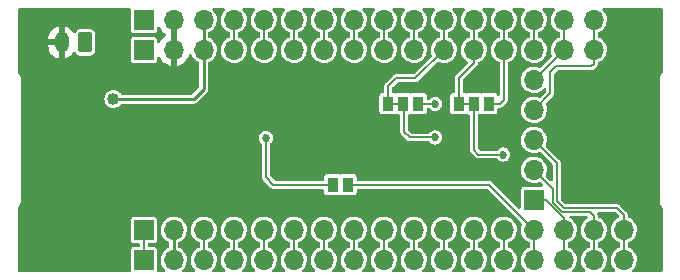
<source format=gbl>
G04 #@! TF.GenerationSoftware,KiCad,Pcbnew,(6.0.0-0)*
G04 #@! TF.CreationDate,2023-04-20T16:33:34-07:00*
G04 #@! TF.ProjectId,ItsyBitsy breadboard,49747379-4269-4747-9379-206272656164,3.0.0*
G04 #@! TF.SameCoordinates,Original*
G04 #@! TF.FileFunction,Copper,L2,Bot*
G04 #@! TF.FilePolarity,Positive*
%FSLAX46Y46*%
G04 Gerber Fmt 4.6, Leading zero omitted, Abs format (unit mm)*
G04 Created by KiCad (PCBNEW (6.0.0-0)) date 2023-04-20 16:33:34*
%MOMM*%
%LPD*%
G01*
G04 APERTURE LIST*
G04 Aperture macros list*
%AMRoundRect*
0 Rectangle with rounded corners*
0 $1 Rounding radius*
0 $2 $3 $4 $5 $6 $7 $8 $9 X,Y pos of 4 corners*
0 Add a 4 corners polygon primitive as box body*
4,1,4,$2,$3,$4,$5,$6,$7,$8,$9,$2,$3,0*
0 Add four circle primitives for the rounded corners*
1,1,$1+$1,$2,$3*
1,1,$1+$1,$4,$5*
1,1,$1+$1,$6,$7*
1,1,$1+$1,$8,$9*
0 Add four rect primitives between the rounded corners*
20,1,$1+$1,$2,$3,$4,$5,0*
20,1,$1+$1,$4,$5,$6,$7,0*
20,1,$1+$1,$6,$7,$8,$9,0*
20,1,$1+$1,$8,$9,$2,$3,0*%
G04 Aperture macros list end*
G04 #@! TA.AperFunction,ComponentPad*
%ADD10RoundRect,0.250000X0.350000X0.625000X-0.350000X0.625000X-0.350000X-0.625000X0.350000X-0.625000X0*%
G04 #@! TD*
G04 #@! TA.AperFunction,ComponentPad*
%ADD11O,1.200000X1.750000*%
G04 #@! TD*
G04 #@! TA.AperFunction,ComponentPad*
%ADD12R,1.700000X1.700000*%
G04 #@! TD*
G04 #@! TA.AperFunction,ComponentPad*
%ADD13O,1.700000X1.700000*%
G04 #@! TD*
G04 #@! TA.AperFunction,SMDPad,CuDef*
%ADD14R,0.970000X1.270000*%
G04 #@! TD*
G04 #@! TA.AperFunction,ViaPad*
%ADD15C,0.685800*%
G04 #@! TD*
G04 #@! TA.AperFunction,ViaPad*
%ADD16C,1.016000*%
G04 #@! TD*
G04 #@! TA.AperFunction,Conductor*
%ADD17C,0.152400*%
G04 #@! TD*
G04 #@! TA.AperFunction,Conductor*
%ADD18C,0.254000*%
G04 #@! TD*
G04 APERTURE END LIST*
D10*
X106800000Y-99700000D03*
D11*
X104800000Y-99700000D03*
D12*
X111760000Y-115570000D03*
D13*
X114300000Y-115570000D03*
X116840000Y-115570000D03*
X119380000Y-115570000D03*
X121920000Y-115570000D03*
X124460000Y-115570000D03*
X127000000Y-115570000D03*
X129540000Y-115570000D03*
X132080000Y-115570000D03*
X134620000Y-115570000D03*
X137160000Y-115570000D03*
X139700000Y-115570000D03*
X142240000Y-115570000D03*
X144780000Y-115570000D03*
X147320000Y-115570000D03*
X149860000Y-115570000D03*
X152400000Y-115570000D03*
D12*
X111760000Y-100330000D03*
D13*
X114300000Y-100330000D03*
X116840000Y-100330000D03*
X119380000Y-100330000D03*
X121920000Y-100330000D03*
X124460000Y-100330000D03*
X127000000Y-100330000D03*
X129540000Y-100330000D03*
X132080000Y-100330000D03*
X134620000Y-100330000D03*
X137160000Y-100330000D03*
X139700000Y-100330000D03*
X142240000Y-100330000D03*
X144780000Y-100330000D03*
X147320000Y-100330000D03*
X149860000Y-100330000D03*
D12*
X144780000Y-113030000D03*
D13*
X144780000Y-110490000D03*
X144780000Y-107950000D03*
X144780000Y-105410000D03*
X144780000Y-102870000D03*
D12*
X111760000Y-118110000D03*
D13*
X114300000Y-118110000D03*
X116840000Y-118110000D03*
X119380000Y-118110000D03*
X121920000Y-118110000D03*
X124460000Y-118110000D03*
X127000000Y-118110000D03*
X129540000Y-118110000D03*
X132080000Y-118110000D03*
X134620000Y-118110000D03*
X137160000Y-118110000D03*
X139700000Y-118110000D03*
X142240000Y-118110000D03*
X144780000Y-118110000D03*
X147320000Y-118110000D03*
X149860000Y-118110000D03*
X152400000Y-118110000D03*
D12*
X111760000Y-97790000D03*
D13*
X114300000Y-97790000D03*
X116840000Y-97790000D03*
X119380000Y-97790000D03*
X121920000Y-97790000D03*
X124460000Y-97790000D03*
X127000000Y-97790000D03*
X129540000Y-97790000D03*
X132080000Y-97790000D03*
X134620000Y-97790000D03*
X137160000Y-97790000D03*
X139700000Y-97790000D03*
X142240000Y-97790000D03*
X144780000Y-97790000D03*
X147320000Y-97790000D03*
X149860000Y-97790000D03*
D14*
X132461000Y-104902000D03*
X133731000Y-104902000D03*
X135001000Y-104902000D03*
X129037000Y-111760000D03*
X127757000Y-111760000D03*
X138430000Y-104902000D03*
X139700000Y-104902000D03*
X140970000Y-104902000D03*
D15*
X102300000Y-102200000D03*
X123200000Y-112800000D03*
X111300000Y-107800000D03*
X153800000Y-102200000D03*
X153797000Y-116840000D03*
X148590000Y-116840000D03*
X123200000Y-103300000D03*
X151130000Y-116840000D03*
X138500000Y-112900000D03*
X102300000Y-113700000D03*
X109800000Y-97790000D03*
X138500000Y-109700000D03*
X146750000Y-107900000D03*
X141000000Y-102200000D03*
X136450000Y-107750000D03*
X142200000Y-109200000D03*
X136450000Y-104900000D03*
X122100000Y-107800000D03*
D16*
X109200000Y-104500000D03*
D17*
X133800000Y-104971000D02*
X133731000Y-104902000D01*
X132461000Y-104902000D02*
X133731000Y-104902000D01*
X133800000Y-107250000D02*
X133800000Y-104971000D01*
X137160000Y-99127919D02*
X137160000Y-97790000D01*
X137160000Y-100330000D02*
X137160000Y-99127919D01*
X137160000Y-100330000D02*
X134740000Y-102750000D01*
X134300000Y-107750000D02*
X133800000Y-107250000D01*
X136450000Y-107750000D02*
X134300000Y-107750000D01*
X134740000Y-102750000D02*
X133100000Y-102750000D01*
X132461000Y-104902000D02*
X132461000Y-103389000D01*
X132461000Y-103389000D02*
X133100000Y-102750000D01*
X142200000Y-109200000D02*
X140100000Y-109200000D01*
X139700000Y-101460000D02*
X138430000Y-102730000D01*
X139700000Y-108800000D02*
X139700000Y-104902000D01*
X139700000Y-100330000D02*
X139700000Y-97790000D01*
X139700000Y-100330000D02*
X139700000Y-101460000D01*
X138430000Y-104902000D02*
X139700000Y-104902000D01*
X138430000Y-102730000D02*
X138430000Y-104902000D01*
X140100000Y-109200000D02*
X139700000Y-108800000D01*
D18*
X114300000Y-115570000D02*
X114300000Y-118110000D01*
D17*
X116840000Y-115570000D02*
X116840000Y-116772081D01*
X116840000Y-116772081D02*
X116840000Y-118110000D01*
X119380000Y-115570000D02*
X119380000Y-118110000D01*
X121920000Y-116772081D02*
X121920000Y-118110000D01*
X121920000Y-115570000D02*
X121920000Y-116772081D01*
X124460000Y-115570000D02*
X124460000Y-118110000D01*
X127000000Y-115570000D02*
X127000000Y-118110000D01*
X129540000Y-115570000D02*
X129540000Y-118110000D01*
X132080000Y-115570000D02*
X132080000Y-118110000D01*
X134620000Y-115570000D02*
X134620000Y-118110000D01*
X137160000Y-115570000D02*
X137160000Y-118110000D01*
X139700000Y-115570000D02*
X139700000Y-118110000D01*
X142240000Y-115570000D02*
X142240000Y-118110000D01*
X144780000Y-115570000D02*
X144780000Y-118110000D01*
X129037000Y-111760000D02*
X140970000Y-111760000D01*
X140970000Y-111760000D02*
X144780000Y-115570000D01*
X147320000Y-115570000D02*
X147320000Y-114604066D01*
X146126191Y-113373791D02*
X145782400Y-113030000D01*
X147320000Y-118110000D02*
X147320000Y-115570000D01*
X146126191Y-113410257D02*
X146126191Y-113373791D01*
X145782400Y-113030000D02*
X144780000Y-113030000D01*
X147320000Y-114604066D02*
X146126191Y-113410257D01*
X149538081Y-114046000D02*
X149860000Y-114367919D01*
X146431000Y-112141000D02*
X146431000Y-113284000D01*
X146431000Y-113284000D02*
X147193000Y-114046000D01*
X149860000Y-118110000D02*
X149860000Y-115570000D01*
X149860000Y-114367919D02*
X149860000Y-115570000D01*
X144780000Y-110490000D02*
X146431000Y-112141000D01*
X147193000Y-114046000D02*
X149538081Y-114046000D01*
X152400000Y-114300000D02*
X152400000Y-115570000D01*
X144780000Y-107950000D02*
X146735810Y-109905810D01*
X147319256Y-113741190D02*
X151841190Y-113741190D01*
X152400000Y-118110000D02*
X152400000Y-115570000D01*
X146735810Y-113157744D02*
X147319256Y-113741190D01*
X151841190Y-113741190D02*
X152400000Y-114300000D01*
X146735810Y-109905810D02*
X146735810Y-113157744D01*
X149860000Y-101532081D02*
X149665081Y-101727000D01*
X146177000Y-104013000D02*
X144780000Y-105410000D01*
X149860000Y-100330000D02*
X149860000Y-101532081D01*
X149860000Y-100330000D02*
X149860000Y-97790000D01*
X146177000Y-102235000D02*
X146177000Y-104013000D01*
X149665081Y-101727000D02*
X146685000Y-101727000D01*
X146685000Y-101727000D02*
X146177000Y-102235000D01*
X144780000Y-102870000D02*
X147320000Y-100330000D01*
X147320000Y-100330000D02*
X147320000Y-97790000D01*
X144780000Y-100330000D02*
X144780000Y-97790000D01*
X136450000Y-104900000D02*
X135003000Y-104900000D01*
X135003000Y-104900000D02*
X135001000Y-104902000D01*
X141898000Y-104902000D02*
X142240000Y-104560000D01*
X142240000Y-104560000D02*
X142240000Y-100330000D01*
X140970000Y-104902000D02*
X141898000Y-104902000D01*
X142240000Y-100330000D02*
X142240000Y-97790000D01*
X134620000Y-100330000D02*
X134620000Y-97790000D01*
X132080000Y-100330000D02*
X132080000Y-97790000D01*
X129540000Y-100330000D02*
X129540000Y-97790000D01*
X127000000Y-100330000D02*
X127000000Y-97790000D01*
X124460000Y-100330000D02*
X124460000Y-97790000D01*
X121920000Y-100330000D02*
X121920000Y-97790000D01*
X119380000Y-100330000D02*
X119380000Y-97790000D01*
X111760000Y-115570000D02*
X111760000Y-118110000D01*
X122100000Y-107800000D02*
X122100000Y-111120000D01*
X127757000Y-111760000D02*
X122740000Y-111760000D01*
X122100000Y-111120000D02*
X122740000Y-111760000D01*
D18*
X116840000Y-100330000D02*
X116840000Y-97790000D01*
X116000000Y-104500000D02*
X109200000Y-104500000D01*
X116840000Y-103660000D02*
X116000000Y-104500000D01*
X116840000Y-100330000D02*
X116840000Y-103660000D01*
G04 #@! TA.AperFunction,Conductor*
G36*
X110599092Y-96794002D02*
G01*
X110645585Y-96847658D01*
X110656204Y-96911393D01*
X110655500Y-96914933D01*
X110655500Y-96921123D01*
X110655501Y-97790068D01*
X110655501Y-98665066D01*
X110670266Y-98739301D01*
X110677161Y-98749620D01*
X110677162Y-98749622D01*
X110717516Y-98810015D01*
X110726516Y-98823484D01*
X110810699Y-98879734D01*
X110884933Y-98894500D01*
X111759858Y-98894500D01*
X112635066Y-98894499D01*
X112670818Y-98887388D01*
X112697126Y-98882156D01*
X112697128Y-98882155D01*
X112709301Y-98879734D01*
X112719621Y-98872839D01*
X112719622Y-98872838D01*
X112783168Y-98830377D01*
X112793484Y-98823484D01*
X112849734Y-98739301D01*
X112864500Y-98665067D01*
X112864500Y-98493428D01*
X112884502Y-98425307D01*
X112938158Y-98378814D01*
X113008432Y-98368710D01*
X113073012Y-98398204D01*
X113097933Y-98427593D01*
X113197694Y-98590388D01*
X113203777Y-98598699D01*
X113343213Y-98759667D01*
X113350580Y-98766883D01*
X113514434Y-98902916D01*
X113522881Y-98908831D01*
X113592479Y-98949501D01*
X113641203Y-99001140D01*
X113654274Y-99070923D01*
X113627543Y-99136694D01*
X113587087Y-99170053D01*
X113578462Y-99174542D01*
X113569738Y-99180036D01*
X113399433Y-99307905D01*
X113391726Y-99314748D01*
X113244590Y-99468717D01*
X113238104Y-99476727D01*
X113118098Y-99652649D01*
X113113000Y-99661623D01*
X113104787Y-99679316D01*
X113057963Y-99732683D01*
X112989720Y-99752264D01*
X112921724Y-99731841D01*
X112875564Y-99677899D01*
X112864499Y-99626266D01*
X112864499Y-99454934D01*
X112849734Y-99380699D01*
X112823654Y-99341667D01*
X112800377Y-99306832D01*
X112793484Y-99296516D01*
X112709301Y-99240266D01*
X112635067Y-99225500D01*
X111760142Y-99225500D01*
X110884934Y-99225501D01*
X110849182Y-99232612D01*
X110822874Y-99237844D01*
X110822872Y-99237845D01*
X110810699Y-99240266D01*
X110800379Y-99247161D01*
X110800378Y-99247162D01*
X110760665Y-99273698D01*
X110726516Y-99296516D01*
X110670266Y-99380699D01*
X110655500Y-99454933D01*
X110655501Y-101205066D01*
X110662539Y-101240453D01*
X110662829Y-101241907D01*
X110670266Y-101279301D01*
X110677161Y-101289620D01*
X110677162Y-101289622D01*
X110717516Y-101350015D01*
X110726516Y-101363484D01*
X110810699Y-101419734D01*
X110884933Y-101434500D01*
X111759858Y-101434500D01*
X112635066Y-101434499D01*
X112670818Y-101427388D01*
X112697126Y-101422156D01*
X112697128Y-101422155D01*
X112709301Y-101419734D01*
X112719621Y-101412839D01*
X112719622Y-101412838D01*
X112783168Y-101370377D01*
X112793484Y-101363484D01*
X112849734Y-101279301D01*
X112864500Y-101205067D01*
X112864500Y-101033428D01*
X112884502Y-100965307D01*
X112938158Y-100918814D01*
X113008432Y-100908710D01*
X113073012Y-100938204D01*
X113097933Y-100967593D01*
X113197694Y-101130388D01*
X113203777Y-101138699D01*
X113343213Y-101299667D01*
X113350580Y-101306883D01*
X113514434Y-101442916D01*
X113522881Y-101448831D01*
X113706756Y-101556279D01*
X113716042Y-101560729D01*
X113915001Y-101636703D01*
X113924899Y-101639579D01*
X114028250Y-101660606D01*
X114042299Y-101659410D01*
X114046000Y-101649065D01*
X114046000Y-97662000D01*
X114066002Y-97593879D01*
X114119658Y-97547386D01*
X114172000Y-97536000D01*
X114428000Y-97536000D01*
X114496121Y-97556002D01*
X114542614Y-97609658D01*
X114554000Y-97662000D01*
X114554000Y-101648517D01*
X114558064Y-101662359D01*
X114571478Y-101664393D01*
X114578184Y-101663534D01*
X114588262Y-101661392D01*
X114792255Y-101600191D01*
X114801842Y-101596433D01*
X114993095Y-101502739D01*
X115001945Y-101497464D01*
X115175328Y-101373792D01*
X115183200Y-101367139D01*
X115334052Y-101216812D01*
X115340730Y-101208965D01*
X115465003Y-101036020D01*
X115470313Y-101027183D01*
X115564670Y-100836267D01*
X115568469Y-100826672D01*
X115585066Y-100772047D01*
X115624007Y-100712683D01*
X115688862Y-100683796D01*
X115759038Y-100694558D01*
X115812256Y-100741551D01*
X115820048Y-100755922D01*
X115879377Y-100884616D01*
X115893429Y-100904499D01*
X115988919Y-101039615D01*
X115996533Y-101050389D01*
X116141938Y-101192035D01*
X116310720Y-101304812D01*
X116316027Y-101307092D01*
X116316029Y-101307093D01*
X116382237Y-101335538D01*
X116436930Y-101380806D01*
X116458500Y-101451306D01*
X116458500Y-103449787D01*
X116438498Y-103517908D01*
X116421595Y-103538883D01*
X115878881Y-104081596D01*
X115816569Y-104115621D01*
X115789786Y-104118500D01*
X109930630Y-104118500D01*
X109862509Y-104098498D01*
X109823776Y-104059270D01*
X109805081Y-104029352D01*
X109801348Y-104023378D01*
X109791745Y-104013707D01*
X109693774Y-103915050D01*
X109680809Y-103901994D01*
X109615539Y-103860573D01*
X109542316Y-103814104D01*
X109542313Y-103814102D01*
X109536373Y-103810333D01*
X109529740Y-103807971D01*
X109381854Y-103755311D01*
X109381849Y-103755310D01*
X109375219Y-103752949D01*
X109368231Y-103752116D01*
X109368228Y-103752115D01*
X109252655Y-103738334D01*
X109205357Y-103732694D01*
X109198354Y-103733430D01*
X109198353Y-103733430D01*
X109181085Y-103735245D01*
X109035228Y-103750575D01*
X109025071Y-103754033D01*
X108879956Y-103803434D01*
X108879953Y-103803435D01*
X108873289Y-103805704D01*
X108727588Y-103895340D01*
X108722557Y-103900267D01*
X108722554Y-103900269D01*
X108697359Y-103924942D01*
X108605366Y-104015028D01*
X108601547Y-104020953D01*
X108601546Y-104020955D01*
X108580951Y-104052912D01*
X108512698Y-104158820D01*
X108510287Y-104165443D01*
X108510286Y-104165446D01*
X108456600Y-104312947D01*
X108456599Y-104312952D01*
X108454190Y-104319570D01*
X108432750Y-104489286D01*
X108449443Y-104659536D01*
X108503440Y-104821856D01*
X108507087Y-104827878D01*
X108507088Y-104827880D01*
X108588406Y-104962154D01*
X108588409Y-104962157D01*
X108592056Y-104968180D01*
X108710889Y-105091234D01*
X108854030Y-105184903D01*
X108860634Y-105187359D01*
X108860636Y-105187360D01*
X109007757Y-105242074D01*
X109007759Y-105242074D01*
X109014367Y-105244532D01*
X109093454Y-105255085D01*
X109176949Y-105266226D01*
X109176953Y-105266226D01*
X109183930Y-105267157D01*
X109190941Y-105266519D01*
X109190945Y-105266519D01*
X109347273Y-105252292D01*
X109347275Y-105252292D01*
X109354292Y-105251653D01*
X109360990Y-105249477D01*
X109360993Y-105249476D01*
X109510289Y-105200966D01*
X109510291Y-105200965D01*
X109516985Y-105198790D01*
X109632657Y-105129836D01*
X109657872Y-105114805D01*
X109657874Y-105114804D01*
X109663924Y-105111197D01*
X109787805Y-104993227D01*
X109824650Y-104937770D01*
X109879005Y-104892103D01*
X109929596Y-104881500D01*
X115945865Y-104881500D01*
X115970164Y-104884086D01*
X115971602Y-104884154D01*
X115981780Y-104886345D01*
X116015341Y-104882373D01*
X116021320Y-104882021D01*
X116021312Y-104881928D01*
X116026490Y-104881500D01*
X116031692Y-104881500D01*
X116050846Y-104878312D01*
X116056704Y-104877478D01*
X116073318Y-104875512D01*
X116097567Y-104872642D01*
X116097568Y-104872642D01*
X116107907Y-104871418D01*
X116116206Y-104867433D01*
X116125283Y-104865922D01*
X116170651Y-104841442D01*
X116175914Y-104838761D01*
X116215250Y-104819873D01*
X116215254Y-104819870D01*
X116222398Y-104816440D01*
X116226692Y-104812830D01*
X116228624Y-104810898D01*
X116230573Y-104809111D01*
X116230626Y-104809082D01*
X116230745Y-104809212D01*
X116231313Y-104808711D01*
X116237057Y-104805612D01*
X116273854Y-104765805D01*
X116277284Y-104762238D01*
X117071483Y-103968040D01*
X117090494Y-103952686D01*
X117091556Y-103951720D01*
X117100304Y-103946071D01*
X117106748Y-103937896D01*
X117106751Y-103937894D01*
X117121229Y-103919528D01*
X117125208Y-103915050D01*
X117125137Y-103914990D01*
X117128490Y-103911033D01*
X117132171Y-103907352D01*
X117137233Y-103900269D01*
X117143469Y-103891543D01*
X117147032Y-103886798D01*
X117151989Y-103880510D01*
X117178934Y-103846330D01*
X117181984Y-103837645D01*
X117187334Y-103830158D01*
X117202109Y-103780753D01*
X117203930Y-103775150D01*
X117212561Y-103750575D01*
X117221016Y-103726498D01*
X117221500Y-103720909D01*
X117221500Y-103718196D01*
X117221615Y-103715531D01*
X117221634Y-103715468D01*
X117221808Y-103715475D01*
X117221855Y-103714729D01*
X117223725Y-103708476D01*
X117221597Y-103654322D01*
X117221500Y-103649375D01*
X117221500Y-101455597D01*
X117241502Y-101387476D01*
X117291740Y-101344361D01*
X117291165Y-101343334D01*
X117355878Y-101307093D01*
X117468276Y-101244147D01*
X117507969Y-101211135D01*
X117595696Y-101138172D01*
X117624345Y-101114345D01*
X117690002Y-101035402D01*
X117750453Y-100962718D01*
X117750455Y-100962715D01*
X117754147Y-100958276D01*
X117853334Y-100781165D01*
X117855190Y-100775698D01*
X117855192Y-100775693D01*
X117916728Y-100594414D01*
X117916729Y-100594409D01*
X117918584Y-100588945D01*
X117919412Y-100583236D01*
X117919413Y-100583231D01*
X117947179Y-100391727D01*
X117947712Y-100388053D01*
X117949232Y-100330000D01*
X117930658Y-100127859D01*
X117929090Y-100122299D01*
X117877125Y-99938046D01*
X117877124Y-99938044D01*
X117875557Y-99932487D01*
X117864978Y-99911033D01*
X117788331Y-99755609D01*
X117785776Y-99750428D01*
X117771897Y-99731841D01*
X117712761Y-99652649D01*
X117664320Y-99587779D01*
X117515258Y-99449987D01*
X117510375Y-99446906D01*
X117510371Y-99446903D01*
X117348464Y-99344748D01*
X117343581Y-99341667D01*
X117338221Y-99339528D01*
X117338214Y-99339525D01*
X117300808Y-99324601D01*
X117244949Y-99280780D01*
X117221500Y-99207572D01*
X117221500Y-98915597D01*
X117241502Y-98847476D01*
X117291740Y-98804361D01*
X117291165Y-98803334D01*
X117355878Y-98767093D01*
X117468276Y-98704147D01*
X117507969Y-98671135D01*
X117595696Y-98598172D01*
X117624345Y-98574345D01*
X117689488Y-98496020D01*
X117750453Y-98422718D01*
X117750455Y-98422715D01*
X117754147Y-98418276D01*
X117853334Y-98241165D01*
X117855190Y-98235698D01*
X117855192Y-98235693D01*
X117916728Y-98054414D01*
X117916729Y-98054409D01*
X117918584Y-98048945D01*
X117919412Y-98043236D01*
X117919413Y-98043231D01*
X117947179Y-97851727D01*
X117947712Y-97848053D01*
X117949232Y-97790000D01*
X117930658Y-97587859D01*
X117929090Y-97582299D01*
X117877125Y-97398046D01*
X117877124Y-97398044D01*
X117875557Y-97392487D01*
X117864978Y-97371033D01*
X117788331Y-97215609D01*
X117785776Y-97210428D01*
X117771897Y-97191841D01*
X117712761Y-97112649D01*
X117664320Y-97047779D01*
X117637134Y-97022648D01*
X117604546Y-96992524D01*
X117568101Y-96931596D01*
X117570382Y-96860636D01*
X117610665Y-96802174D01*
X117676160Y-96774771D01*
X117690075Y-96774000D01*
X118528487Y-96774000D01*
X118596608Y-96794002D01*
X118643101Y-96847658D01*
X118653205Y-96917932D01*
X118623711Y-96982512D01*
X118611565Y-96994732D01*
X118575392Y-97026455D01*
X118449720Y-97185869D01*
X118447031Y-97190980D01*
X118447029Y-97190983D01*
X118435833Y-97212264D01*
X118355203Y-97365515D01*
X118295007Y-97559378D01*
X118271148Y-97760964D01*
X118284424Y-97963522D01*
X118285845Y-97969118D01*
X118285846Y-97969123D01*
X118306119Y-98048945D01*
X118334392Y-98160269D01*
X118336809Y-98165512D01*
X118374010Y-98246208D01*
X118419377Y-98344616D01*
X118536533Y-98510389D01*
X118681938Y-98652035D01*
X118850720Y-98764812D01*
X118856023Y-98767090D01*
X118856026Y-98767092D01*
X118973038Y-98817364D01*
X119027731Y-98862632D01*
X119049300Y-98933132D01*
X119049300Y-99186836D01*
X119029298Y-99254957D01*
X118975642Y-99301450D01*
X118966914Y-99305047D01*
X118902463Y-99328824D01*
X118728010Y-99432612D01*
X118723670Y-99436418D01*
X118723666Y-99436421D01*
X118579733Y-99562648D01*
X118575392Y-99566455D01*
X118449720Y-99725869D01*
X118447031Y-99730980D01*
X118447029Y-99730983D01*
X118435833Y-99752264D01*
X118355203Y-99905515D01*
X118295007Y-100099378D01*
X118271148Y-100300964D01*
X118284424Y-100503522D01*
X118285845Y-100509118D01*
X118285846Y-100509123D01*
X118328793Y-100678224D01*
X118334392Y-100700269D01*
X118336807Y-100705507D01*
X118336809Y-100705512D01*
X118374010Y-100786208D01*
X118419377Y-100884616D01*
X118433429Y-100904499D01*
X118528919Y-101039615D01*
X118536533Y-101050389D01*
X118681938Y-101192035D01*
X118850720Y-101304812D01*
X118856023Y-101307090D01*
X118856026Y-101307092D01*
X119027601Y-101380806D01*
X119037228Y-101384942D01*
X119110244Y-101401464D01*
X119229579Y-101428467D01*
X119229584Y-101428468D01*
X119235216Y-101429742D01*
X119240987Y-101429969D01*
X119240989Y-101429969D01*
X119300756Y-101432317D01*
X119438053Y-101437712D01*
X119545348Y-101422155D01*
X119633231Y-101409413D01*
X119633236Y-101409412D01*
X119638945Y-101408584D01*
X119644409Y-101406729D01*
X119644414Y-101406728D01*
X119825693Y-101345192D01*
X119825700Y-101345189D01*
X119831165Y-101343334D01*
X119841010Y-101337821D01*
X119909138Y-101299667D01*
X120008276Y-101244147D01*
X120047969Y-101211135D01*
X120135696Y-101138172D01*
X120164345Y-101114345D01*
X120230002Y-101035402D01*
X120290453Y-100962718D01*
X120290455Y-100962715D01*
X120294147Y-100958276D01*
X120393334Y-100781165D01*
X120395190Y-100775698D01*
X120395192Y-100775693D01*
X120456728Y-100594414D01*
X120456729Y-100594409D01*
X120458584Y-100588945D01*
X120459412Y-100583236D01*
X120459413Y-100583231D01*
X120487179Y-100391727D01*
X120487712Y-100388053D01*
X120489232Y-100330000D01*
X120470658Y-100127859D01*
X120469090Y-100122299D01*
X120417125Y-99938046D01*
X120417124Y-99938044D01*
X120415557Y-99932487D01*
X120404978Y-99911033D01*
X120328331Y-99755609D01*
X120325776Y-99750428D01*
X120311897Y-99731841D01*
X120252761Y-99652649D01*
X120204320Y-99587779D01*
X120055258Y-99449987D01*
X120050375Y-99446906D01*
X120050371Y-99446903D01*
X119888464Y-99344748D01*
X119883581Y-99341667D01*
X119872485Y-99337240D01*
X119790009Y-99304335D01*
X119734150Y-99260514D01*
X119710700Y-99187305D01*
X119710700Y-98934516D01*
X119730702Y-98866395D01*
X119784358Y-98819902D01*
X119796184Y-98815208D01*
X119831165Y-98803334D01*
X120008276Y-98704147D01*
X120047969Y-98671135D01*
X120135696Y-98598172D01*
X120164345Y-98574345D01*
X120229488Y-98496020D01*
X120290453Y-98422718D01*
X120290455Y-98422715D01*
X120294147Y-98418276D01*
X120393334Y-98241165D01*
X120395190Y-98235698D01*
X120395192Y-98235693D01*
X120456728Y-98054414D01*
X120456729Y-98054409D01*
X120458584Y-98048945D01*
X120459412Y-98043236D01*
X120459413Y-98043231D01*
X120487179Y-97851727D01*
X120487712Y-97848053D01*
X120489232Y-97790000D01*
X120470658Y-97587859D01*
X120469090Y-97582299D01*
X120417125Y-97398046D01*
X120417124Y-97398044D01*
X120415557Y-97392487D01*
X120404978Y-97371033D01*
X120328331Y-97215609D01*
X120325776Y-97210428D01*
X120311897Y-97191841D01*
X120252761Y-97112649D01*
X120204320Y-97047779D01*
X120177134Y-97022648D01*
X120144546Y-96992524D01*
X120108101Y-96931596D01*
X120110382Y-96860636D01*
X120150665Y-96802174D01*
X120216160Y-96774771D01*
X120230075Y-96774000D01*
X121068487Y-96774000D01*
X121136608Y-96794002D01*
X121183101Y-96847658D01*
X121193205Y-96917932D01*
X121163711Y-96982512D01*
X121151565Y-96994732D01*
X121115392Y-97026455D01*
X120989720Y-97185869D01*
X120987031Y-97190980D01*
X120987029Y-97190983D01*
X120975833Y-97212264D01*
X120895203Y-97365515D01*
X120835007Y-97559378D01*
X120811148Y-97760964D01*
X120824424Y-97963522D01*
X120825845Y-97969118D01*
X120825846Y-97969123D01*
X120846119Y-98048945D01*
X120874392Y-98160269D01*
X120876809Y-98165512D01*
X120914010Y-98246208D01*
X120959377Y-98344616D01*
X121076533Y-98510389D01*
X121221938Y-98652035D01*
X121390720Y-98764812D01*
X121396023Y-98767090D01*
X121396026Y-98767092D01*
X121513038Y-98817364D01*
X121567731Y-98862632D01*
X121589300Y-98933132D01*
X121589300Y-99186836D01*
X121569298Y-99254957D01*
X121515642Y-99301450D01*
X121506914Y-99305047D01*
X121442463Y-99328824D01*
X121268010Y-99432612D01*
X121263670Y-99436418D01*
X121263666Y-99436421D01*
X121119733Y-99562648D01*
X121115392Y-99566455D01*
X120989720Y-99725869D01*
X120987031Y-99730980D01*
X120987029Y-99730983D01*
X120975833Y-99752264D01*
X120895203Y-99905515D01*
X120835007Y-100099378D01*
X120811148Y-100300964D01*
X120824424Y-100503522D01*
X120825845Y-100509118D01*
X120825846Y-100509123D01*
X120868793Y-100678224D01*
X120874392Y-100700269D01*
X120876807Y-100705507D01*
X120876809Y-100705512D01*
X120914010Y-100786208D01*
X120959377Y-100884616D01*
X120973429Y-100904499D01*
X121068919Y-101039615D01*
X121076533Y-101050389D01*
X121221938Y-101192035D01*
X121390720Y-101304812D01*
X121396023Y-101307090D01*
X121396026Y-101307092D01*
X121567601Y-101380806D01*
X121577228Y-101384942D01*
X121650244Y-101401464D01*
X121769579Y-101428467D01*
X121769584Y-101428468D01*
X121775216Y-101429742D01*
X121780987Y-101429969D01*
X121780989Y-101429969D01*
X121840756Y-101432317D01*
X121978053Y-101437712D01*
X122085348Y-101422155D01*
X122173231Y-101409413D01*
X122173236Y-101409412D01*
X122178945Y-101408584D01*
X122184409Y-101406729D01*
X122184414Y-101406728D01*
X122365693Y-101345192D01*
X122365700Y-101345189D01*
X122371165Y-101343334D01*
X122381010Y-101337821D01*
X122449138Y-101299667D01*
X122548276Y-101244147D01*
X122587969Y-101211135D01*
X122675696Y-101138172D01*
X122704345Y-101114345D01*
X122770002Y-101035402D01*
X122830453Y-100962718D01*
X122830455Y-100962715D01*
X122834147Y-100958276D01*
X122933334Y-100781165D01*
X122935190Y-100775698D01*
X122935192Y-100775693D01*
X122996728Y-100594414D01*
X122996729Y-100594409D01*
X122998584Y-100588945D01*
X122999412Y-100583236D01*
X122999413Y-100583231D01*
X123027179Y-100391727D01*
X123027712Y-100388053D01*
X123029232Y-100330000D01*
X123010658Y-100127859D01*
X123009090Y-100122299D01*
X122957125Y-99938046D01*
X122957124Y-99938044D01*
X122955557Y-99932487D01*
X122944978Y-99911033D01*
X122868331Y-99755609D01*
X122865776Y-99750428D01*
X122851897Y-99731841D01*
X122792761Y-99652649D01*
X122744320Y-99587779D01*
X122595258Y-99449987D01*
X122590375Y-99446906D01*
X122590371Y-99446903D01*
X122428464Y-99344748D01*
X122423581Y-99341667D01*
X122412485Y-99337240D01*
X122330009Y-99304335D01*
X122274150Y-99260514D01*
X122250700Y-99187305D01*
X122250700Y-98934516D01*
X122270702Y-98866395D01*
X122324358Y-98819902D01*
X122336184Y-98815208D01*
X122371165Y-98803334D01*
X122548276Y-98704147D01*
X122587969Y-98671135D01*
X122675696Y-98598172D01*
X122704345Y-98574345D01*
X122769488Y-98496020D01*
X122830453Y-98422718D01*
X122830455Y-98422715D01*
X122834147Y-98418276D01*
X122933334Y-98241165D01*
X122935190Y-98235698D01*
X122935192Y-98235693D01*
X122996728Y-98054414D01*
X122996729Y-98054409D01*
X122998584Y-98048945D01*
X122999412Y-98043236D01*
X122999413Y-98043231D01*
X123027179Y-97851727D01*
X123027712Y-97848053D01*
X123029232Y-97790000D01*
X123010658Y-97587859D01*
X123009090Y-97582299D01*
X122957125Y-97398046D01*
X122957124Y-97398044D01*
X122955557Y-97392487D01*
X122944978Y-97371033D01*
X122868331Y-97215609D01*
X122865776Y-97210428D01*
X122851897Y-97191841D01*
X122792761Y-97112649D01*
X122744320Y-97047779D01*
X122717134Y-97022648D01*
X122684546Y-96992524D01*
X122648101Y-96931596D01*
X122650382Y-96860636D01*
X122690665Y-96802174D01*
X122756160Y-96774771D01*
X122770075Y-96774000D01*
X123608487Y-96774000D01*
X123676608Y-96794002D01*
X123723101Y-96847658D01*
X123733205Y-96917932D01*
X123703711Y-96982512D01*
X123691565Y-96994732D01*
X123655392Y-97026455D01*
X123529720Y-97185869D01*
X123527031Y-97190980D01*
X123527029Y-97190983D01*
X123515833Y-97212264D01*
X123435203Y-97365515D01*
X123375007Y-97559378D01*
X123351148Y-97760964D01*
X123364424Y-97963522D01*
X123365845Y-97969118D01*
X123365846Y-97969123D01*
X123386119Y-98048945D01*
X123414392Y-98160269D01*
X123416809Y-98165512D01*
X123454010Y-98246208D01*
X123499377Y-98344616D01*
X123616533Y-98510389D01*
X123761938Y-98652035D01*
X123930720Y-98764812D01*
X123936023Y-98767090D01*
X123936026Y-98767092D01*
X124053038Y-98817364D01*
X124107731Y-98862632D01*
X124129300Y-98933132D01*
X124129300Y-99186836D01*
X124109298Y-99254957D01*
X124055642Y-99301450D01*
X124046914Y-99305047D01*
X123982463Y-99328824D01*
X123808010Y-99432612D01*
X123803670Y-99436418D01*
X123803666Y-99436421D01*
X123659733Y-99562648D01*
X123655392Y-99566455D01*
X123529720Y-99725869D01*
X123527031Y-99730980D01*
X123527029Y-99730983D01*
X123515833Y-99752264D01*
X123435203Y-99905515D01*
X123375007Y-100099378D01*
X123351148Y-100300964D01*
X123364424Y-100503522D01*
X123365845Y-100509118D01*
X123365846Y-100509123D01*
X123408793Y-100678224D01*
X123414392Y-100700269D01*
X123416807Y-100705507D01*
X123416809Y-100705512D01*
X123454010Y-100786208D01*
X123499377Y-100884616D01*
X123513429Y-100904499D01*
X123608919Y-101039615D01*
X123616533Y-101050389D01*
X123761938Y-101192035D01*
X123930720Y-101304812D01*
X123936023Y-101307090D01*
X123936026Y-101307092D01*
X124107601Y-101380806D01*
X124117228Y-101384942D01*
X124190244Y-101401464D01*
X124309579Y-101428467D01*
X124309584Y-101428468D01*
X124315216Y-101429742D01*
X124320987Y-101429969D01*
X124320989Y-101429969D01*
X124380756Y-101432317D01*
X124518053Y-101437712D01*
X124625348Y-101422155D01*
X124713231Y-101409413D01*
X124713236Y-101409412D01*
X124718945Y-101408584D01*
X124724409Y-101406729D01*
X124724414Y-101406728D01*
X124905693Y-101345192D01*
X124905700Y-101345189D01*
X124911165Y-101343334D01*
X124921010Y-101337821D01*
X124989138Y-101299667D01*
X125088276Y-101244147D01*
X125127969Y-101211135D01*
X125215696Y-101138172D01*
X125244345Y-101114345D01*
X125310002Y-101035402D01*
X125370453Y-100962718D01*
X125370455Y-100962715D01*
X125374147Y-100958276D01*
X125473334Y-100781165D01*
X125475190Y-100775698D01*
X125475192Y-100775693D01*
X125536728Y-100594414D01*
X125536729Y-100594409D01*
X125538584Y-100588945D01*
X125539412Y-100583236D01*
X125539413Y-100583231D01*
X125567179Y-100391727D01*
X125567712Y-100388053D01*
X125569232Y-100330000D01*
X125550658Y-100127859D01*
X125549090Y-100122299D01*
X125497125Y-99938046D01*
X125497124Y-99938044D01*
X125495557Y-99932487D01*
X125484978Y-99911033D01*
X125408331Y-99755609D01*
X125405776Y-99750428D01*
X125391897Y-99731841D01*
X125332761Y-99652649D01*
X125284320Y-99587779D01*
X125135258Y-99449987D01*
X125130375Y-99446906D01*
X125130371Y-99446903D01*
X124968464Y-99344748D01*
X124963581Y-99341667D01*
X124952485Y-99337240D01*
X124870009Y-99304335D01*
X124814150Y-99260514D01*
X124790700Y-99187305D01*
X124790700Y-98934516D01*
X124810702Y-98866395D01*
X124864358Y-98819902D01*
X124876184Y-98815208D01*
X124911165Y-98803334D01*
X125088276Y-98704147D01*
X125127969Y-98671135D01*
X125215696Y-98598172D01*
X125244345Y-98574345D01*
X125309488Y-98496020D01*
X125370453Y-98422718D01*
X125370455Y-98422715D01*
X125374147Y-98418276D01*
X125473334Y-98241165D01*
X125475190Y-98235698D01*
X125475192Y-98235693D01*
X125536728Y-98054414D01*
X125536729Y-98054409D01*
X125538584Y-98048945D01*
X125539412Y-98043236D01*
X125539413Y-98043231D01*
X125567179Y-97851727D01*
X125567712Y-97848053D01*
X125569232Y-97790000D01*
X125550658Y-97587859D01*
X125549090Y-97582299D01*
X125497125Y-97398046D01*
X125497124Y-97398044D01*
X125495557Y-97392487D01*
X125484978Y-97371033D01*
X125408331Y-97215609D01*
X125405776Y-97210428D01*
X125391897Y-97191841D01*
X125332761Y-97112649D01*
X125284320Y-97047779D01*
X125257134Y-97022648D01*
X125224546Y-96992524D01*
X125188101Y-96931596D01*
X125190382Y-96860636D01*
X125230665Y-96802174D01*
X125296160Y-96774771D01*
X125310075Y-96774000D01*
X126148487Y-96774000D01*
X126216608Y-96794002D01*
X126263101Y-96847658D01*
X126273205Y-96917932D01*
X126243711Y-96982512D01*
X126231565Y-96994732D01*
X126195392Y-97026455D01*
X126069720Y-97185869D01*
X126067031Y-97190980D01*
X126067029Y-97190983D01*
X126055833Y-97212264D01*
X125975203Y-97365515D01*
X125915007Y-97559378D01*
X125891148Y-97760964D01*
X125904424Y-97963522D01*
X125905845Y-97969118D01*
X125905846Y-97969123D01*
X125926119Y-98048945D01*
X125954392Y-98160269D01*
X125956809Y-98165512D01*
X125994010Y-98246208D01*
X126039377Y-98344616D01*
X126156533Y-98510389D01*
X126301938Y-98652035D01*
X126470720Y-98764812D01*
X126476023Y-98767090D01*
X126476026Y-98767092D01*
X126593038Y-98817364D01*
X126647731Y-98862632D01*
X126669300Y-98933132D01*
X126669300Y-99186836D01*
X126649298Y-99254957D01*
X126595642Y-99301450D01*
X126586914Y-99305047D01*
X126522463Y-99328824D01*
X126348010Y-99432612D01*
X126343670Y-99436418D01*
X126343666Y-99436421D01*
X126199733Y-99562648D01*
X126195392Y-99566455D01*
X126069720Y-99725869D01*
X126067031Y-99730980D01*
X126067029Y-99730983D01*
X126055833Y-99752264D01*
X125975203Y-99905515D01*
X125915007Y-100099378D01*
X125891148Y-100300964D01*
X125904424Y-100503522D01*
X125905845Y-100509118D01*
X125905846Y-100509123D01*
X125948793Y-100678224D01*
X125954392Y-100700269D01*
X125956807Y-100705507D01*
X125956809Y-100705512D01*
X125994010Y-100786208D01*
X126039377Y-100884616D01*
X126053429Y-100904499D01*
X126148919Y-101039615D01*
X126156533Y-101050389D01*
X126301938Y-101192035D01*
X126470720Y-101304812D01*
X126476023Y-101307090D01*
X126476026Y-101307092D01*
X126647601Y-101380806D01*
X126657228Y-101384942D01*
X126730244Y-101401464D01*
X126849579Y-101428467D01*
X126849584Y-101428468D01*
X126855216Y-101429742D01*
X126860987Y-101429969D01*
X126860989Y-101429969D01*
X126920756Y-101432317D01*
X127058053Y-101437712D01*
X127165348Y-101422155D01*
X127253231Y-101409413D01*
X127253236Y-101409412D01*
X127258945Y-101408584D01*
X127264409Y-101406729D01*
X127264414Y-101406728D01*
X127445693Y-101345192D01*
X127445700Y-101345189D01*
X127451165Y-101343334D01*
X127461010Y-101337821D01*
X127529138Y-101299667D01*
X127628276Y-101244147D01*
X127667969Y-101211135D01*
X127755696Y-101138172D01*
X127784345Y-101114345D01*
X127850002Y-101035402D01*
X127910453Y-100962718D01*
X127910455Y-100962715D01*
X127914147Y-100958276D01*
X128013334Y-100781165D01*
X128015190Y-100775698D01*
X128015192Y-100775693D01*
X128076728Y-100594414D01*
X128076729Y-100594409D01*
X128078584Y-100588945D01*
X128079412Y-100583236D01*
X128079413Y-100583231D01*
X128107179Y-100391727D01*
X128107712Y-100388053D01*
X128109232Y-100330000D01*
X128090658Y-100127859D01*
X128089090Y-100122299D01*
X128037125Y-99938046D01*
X128037124Y-99938044D01*
X128035557Y-99932487D01*
X128024978Y-99911033D01*
X127948331Y-99755609D01*
X127945776Y-99750428D01*
X127931897Y-99731841D01*
X127872761Y-99652649D01*
X127824320Y-99587779D01*
X127675258Y-99449987D01*
X127670375Y-99446906D01*
X127670371Y-99446903D01*
X127508464Y-99344748D01*
X127503581Y-99341667D01*
X127492485Y-99337240D01*
X127410009Y-99304335D01*
X127354150Y-99260514D01*
X127330700Y-99187305D01*
X127330700Y-98934516D01*
X127350702Y-98866395D01*
X127404358Y-98819902D01*
X127416184Y-98815208D01*
X127451165Y-98803334D01*
X127628276Y-98704147D01*
X127667969Y-98671135D01*
X127755696Y-98598172D01*
X127784345Y-98574345D01*
X127849488Y-98496020D01*
X127910453Y-98422718D01*
X127910455Y-98422715D01*
X127914147Y-98418276D01*
X128013334Y-98241165D01*
X128015190Y-98235698D01*
X128015192Y-98235693D01*
X128076728Y-98054414D01*
X128076729Y-98054409D01*
X128078584Y-98048945D01*
X128079412Y-98043236D01*
X128079413Y-98043231D01*
X128107179Y-97851727D01*
X128107712Y-97848053D01*
X128109232Y-97790000D01*
X128090658Y-97587859D01*
X128089090Y-97582299D01*
X128037125Y-97398046D01*
X128037124Y-97398044D01*
X128035557Y-97392487D01*
X128024978Y-97371033D01*
X127948331Y-97215609D01*
X127945776Y-97210428D01*
X127931897Y-97191841D01*
X127872761Y-97112649D01*
X127824320Y-97047779D01*
X127797134Y-97022648D01*
X127764546Y-96992524D01*
X127728101Y-96931596D01*
X127730382Y-96860636D01*
X127770665Y-96802174D01*
X127836160Y-96774771D01*
X127850075Y-96774000D01*
X128688487Y-96774000D01*
X128756608Y-96794002D01*
X128803101Y-96847658D01*
X128813205Y-96917932D01*
X128783711Y-96982512D01*
X128771565Y-96994732D01*
X128735392Y-97026455D01*
X128609720Y-97185869D01*
X128607031Y-97190980D01*
X128607029Y-97190983D01*
X128595833Y-97212264D01*
X128515203Y-97365515D01*
X128455007Y-97559378D01*
X128431148Y-97760964D01*
X128444424Y-97963522D01*
X128445845Y-97969118D01*
X128445846Y-97969123D01*
X128466119Y-98048945D01*
X128494392Y-98160269D01*
X128496809Y-98165512D01*
X128534010Y-98246208D01*
X128579377Y-98344616D01*
X128696533Y-98510389D01*
X128841938Y-98652035D01*
X129010720Y-98764812D01*
X129016023Y-98767090D01*
X129016026Y-98767092D01*
X129133038Y-98817364D01*
X129187731Y-98862632D01*
X129209300Y-98933132D01*
X129209300Y-99186836D01*
X129189298Y-99254957D01*
X129135642Y-99301450D01*
X129126914Y-99305047D01*
X129062463Y-99328824D01*
X128888010Y-99432612D01*
X128883670Y-99436418D01*
X128883666Y-99436421D01*
X128739733Y-99562648D01*
X128735392Y-99566455D01*
X128609720Y-99725869D01*
X128607031Y-99730980D01*
X128607029Y-99730983D01*
X128595833Y-99752264D01*
X128515203Y-99905515D01*
X128455007Y-100099378D01*
X128431148Y-100300964D01*
X128444424Y-100503522D01*
X128445845Y-100509118D01*
X128445846Y-100509123D01*
X128488793Y-100678224D01*
X128494392Y-100700269D01*
X128496807Y-100705507D01*
X128496809Y-100705512D01*
X128534010Y-100786208D01*
X128579377Y-100884616D01*
X128593429Y-100904499D01*
X128688919Y-101039615D01*
X128696533Y-101050389D01*
X128841938Y-101192035D01*
X129010720Y-101304812D01*
X129016023Y-101307090D01*
X129016026Y-101307092D01*
X129187601Y-101380806D01*
X129197228Y-101384942D01*
X129270244Y-101401464D01*
X129389579Y-101428467D01*
X129389584Y-101428468D01*
X129395216Y-101429742D01*
X129400987Y-101429969D01*
X129400989Y-101429969D01*
X129460756Y-101432317D01*
X129598053Y-101437712D01*
X129705348Y-101422155D01*
X129793231Y-101409413D01*
X129793236Y-101409412D01*
X129798945Y-101408584D01*
X129804409Y-101406729D01*
X129804414Y-101406728D01*
X129985693Y-101345192D01*
X129985700Y-101345189D01*
X129991165Y-101343334D01*
X130001010Y-101337821D01*
X130069138Y-101299667D01*
X130168276Y-101244147D01*
X130207969Y-101211135D01*
X130295696Y-101138172D01*
X130324345Y-101114345D01*
X130390002Y-101035402D01*
X130450453Y-100962718D01*
X130450455Y-100962715D01*
X130454147Y-100958276D01*
X130553334Y-100781165D01*
X130555190Y-100775698D01*
X130555192Y-100775693D01*
X130616728Y-100594414D01*
X130616729Y-100594409D01*
X130618584Y-100588945D01*
X130619412Y-100583236D01*
X130619413Y-100583231D01*
X130647179Y-100391727D01*
X130647712Y-100388053D01*
X130649232Y-100330000D01*
X130630658Y-100127859D01*
X130629090Y-100122299D01*
X130577125Y-99938046D01*
X130577124Y-99938044D01*
X130575557Y-99932487D01*
X130564978Y-99911033D01*
X130488331Y-99755609D01*
X130485776Y-99750428D01*
X130471897Y-99731841D01*
X130412761Y-99652649D01*
X130364320Y-99587779D01*
X130215258Y-99449987D01*
X130210375Y-99446906D01*
X130210371Y-99446903D01*
X130048464Y-99344748D01*
X130043581Y-99341667D01*
X130032485Y-99337240D01*
X129950009Y-99304335D01*
X129894150Y-99260514D01*
X129870700Y-99187305D01*
X129870700Y-98934516D01*
X129890702Y-98866395D01*
X129944358Y-98819902D01*
X129956184Y-98815208D01*
X129991165Y-98803334D01*
X130168276Y-98704147D01*
X130207969Y-98671135D01*
X130295696Y-98598172D01*
X130324345Y-98574345D01*
X130389488Y-98496020D01*
X130450453Y-98422718D01*
X130450455Y-98422715D01*
X130454147Y-98418276D01*
X130553334Y-98241165D01*
X130555190Y-98235698D01*
X130555192Y-98235693D01*
X130616728Y-98054414D01*
X130616729Y-98054409D01*
X130618584Y-98048945D01*
X130619412Y-98043236D01*
X130619413Y-98043231D01*
X130647179Y-97851727D01*
X130647712Y-97848053D01*
X130649232Y-97790000D01*
X130630658Y-97587859D01*
X130629090Y-97582299D01*
X130577125Y-97398046D01*
X130577124Y-97398044D01*
X130575557Y-97392487D01*
X130564978Y-97371033D01*
X130488331Y-97215609D01*
X130485776Y-97210428D01*
X130471897Y-97191841D01*
X130412761Y-97112649D01*
X130364320Y-97047779D01*
X130337134Y-97022648D01*
X130304546Y-96992524D01*
X130268101Y-96931596D01*
X130270382Y-96860636D01*
X130310665Y-96802174D01*
X130376160Y-96774771D01*
X130390075Y-96774000D01*
X131228487Y-96774000D01*
X131296608Y-96794002D01*
X131343101Y-96847658D01*
X131353205Y-96917932D01*
X131323711Y-96982512D01*
X131311565Y-96994732D01*
X131275392Y-97026455D01*
X131149720Y-97185869D01*
X131147031Y-97190980D01*
X131147029Y-97190983D01*
X131135833Y-97212264D01*
X131055203Y-97365515D01*
X130995007Y-97559378D01*
X130971148Y-97760964D01*
X130984424Y-97963522D01*
X130985845Y-97969118D01*
X130985846Y-97969123D01*
X131006119Y-98048945D01*
X131034392Y-98160269D01*
X131036809Y-98165512D01*
X131074010Y-98246208D01*
X131119377Y-98344616D01*
X131236533Y-98510389D01*
X131381938Y-98652035D01*
X131550720Y-98764812D01*
X131556023Y-98767090D01*
X131556026Y-98767092D01*
X131673038Y-98817364D01*
X131727731Y-98862632D01*
X131749300Y-98933132D01*
X131749300Y-99186836D01*
X131729298Y-99254957D01*
X131675642Y-99301450D01*
X131666914Y-99305047D01*
X131602463Y-99328824D01*
X131428010Y-99432612D01*
X131423670Y-99436418D01*
X131423666Y-99436421D01*
X131279733Y-99562648D01*
X131275392Y-99566455D01*
X131149720Y-99725869D01*
X131147031Y-99730980D01*
X131147029Y-99730983D01*
X131135833Y-99752264D01*
X131055203Y-99905515D01*
X130995007Y-100099378D01*
X130971148Y-100300964D01*
X130984424Y-100503522D01*
X130985845Y-100509118D01*
X130985846Y-100509123D01*
X131028793Y-100678224D01*
X131034392Y-100700269D01*
X131036807Y-100705507D01*
X131036809Y-100705512D01*
X131074010Y-100786208D01*
X131119377Y-100884616D01*
X131133429Y-100904499D01*
X131228919Y-101039615D01*
X131236533Y-101050389D01*
X131381938Y-101192035D01*
X131550720Y-101304812D01*
X131556023Y-101307090D01*
X131556026Y-101307092D01*
X131727601Y-101380806D01*
X131737228Y-101384942D01*
X131810244Y-101401464D01*
X131929579Y-101428467D01*
X131929584Y-101428468D01*
X131935216Y-101429742D01*
X131940987Y-101429969D01*
X131940989Y-101429969D01*
X132000756Y-101432317D01*
X132138053Y-101437712D01*
X132245348Y-101422155D01*
X132333231Y-101409413D01*
X132333236Y-101409412D01*
X132338945Y-101408584D01*
X132344409Y-101406729D01*
X132344414Y-101406728D01*
X132525693Y-101345192D01*
X132525700Y-101345189D01*
X132531165Y-101343334D01*
X132541010Y-101337821D01*
X132609138Y-101299667D01*
X132708276Y-101244147D01*
X132747969Y-101211135D01*
X132835696Y-101138172D01*
X132864345Y-101114345D01*
X132930002Y-101035402D01*
X132990453Y-100962718D01*
X132990455Y-100962715D01*
X132994147Y-100958276D01*
X133093334Y-100781165D01*
X133095190Y-100775698D01*
X133095192Y-100775693D01*
X133156728Y-100594414D01*
X133156729Y-100594409D01*
X133158584Y-100588945D01*
X133159412Y-100583236D01*
X133159413Y-100583231D01*
X133187179Y-100391727D01*
X133187712Y-100388053D01*
X133189232Y-100330000D01*
X133170658Y-100127859D01*
X133169090Y-100122299D01*
X133117125Y-99938046D01*
X133117124Y-99938044D01*
X133115557Y-99932487D01*
X133104978Y-99911033D01*
X133028331Y-99755609D01*
X133025776Y-99750428D01*
X133011897Y-99731841D01*
X132952761Y-99652649D01*
X132904320Y-99587779D01*
X132755258Y-99449987D01*
X132750375Y-99446906D01*
X132750371Y-99446903D01*
X132588464Y-99344748D01*
X132583581Y-99341667D01*
X132572485Y-99337240D01*
X132490009Y-99304335D01*
X132434150Y-99260514D01*
X132410700Y-99187305D01*
X132410700Y-98934516D01*
X132430702Y-98866395D01*
X132484358Y-98819902D01*
X132496184Y-98815208D01*
X132531165Y-98803334D01*
X132708276Y-98704147D01*
X132747969Y-98671135D01*
X132835696Y-98598172D01*
X132864345Y-98574345D01*
X132929488Y-98496020D01*
X132990453Y-98422718D01*
X132990455Y-98422715D01*
X132994147Y-98418276D01*
X133093334Y-98241165D01*
X133095190Y-98235698D01*
X133095192Y-98235693D01*
X133156728Y-98054414D01*
X133156729Y-98054409D01*
X133158584Y-98048945D01*
X133159412Y-98043236D01*
X133159413Y-98043231D01*
X133187179Y-97851727D01*
X133187712Y-97848053D01*
X133189232Y-97790000D01*
X133170658Y-97587859D01*
X133169090Y-97582299D01*
X133117125Y-97398046D01*
X133117124Y-97398044D01*
X133115557Y-97392487D01*
X133104978Y-97371033D01*
X133028331Y-97215609D01*
X133025776Y-97210428D01*
X133011897Y-97191841D01*
X132952761Y-97112649D01*
X132904320Y-97047779D01*
X132877134Y-97022648D01*
X132844546Y-96992524D01*
X132808101Y-96931596D01*
X132810382Y-96860636D01*
X132850665Y-96802174D01*
X132916160Y-96774771D01*
X132930075Y-96774000D01*
X133768487Y-96774000D01*
X133836608Y-96794002D01*
X133883101Y-96847658D01*
X133893205Y-96917932D01*
X133863711Y-96982512D01*
X133851565Y-96994732D01*
X133815392Y-97026455D01*
X133689720Y-97185869D01*
X133687031Y-97190980D01*
X133687029Y-97190983D01*
X133675833Y-97212264D01*
X133595203Y-97365515D01*
X133535007Y-97559378D01*
X133511148Y-97760964D01*
X133524424Y-97963522D01*
X133525845Y-97969118D01*
X133525846Y-97969123D01*
X133546119Y-98048945D01*
X133574392Y-98160269D01*
X133576809Y-98165512D01*
X133614010Y-98246208D01*
X133659377Y-98344616D01*
X133776533Y-98510389D01*
X133921938Y-98652035D01*
X134090720Y-98764812D01*
X134096023Y-98767090D01*
X134096026Y-98767092D01*
X134213038Y-98817364D01*
X134267731Y-98862632D01*
X134289300Y-98933132D01*
X134289300Y-99186836D01*
X134269298Y-99254957D01*
X134215642Y-99301450D01*
X134206914Y-99305047D01*
X134142463Y-99328824D01*
X133968010Y-99432612D01*
X133963670Y-99436418D01*
X133963666Y-99436421D01*
X133819733Y-99562648D01*
X133815392Y-99566455D01*
X133689720Y-99725869D01*
X133687031Y-99730980D01*
X133687029Y-99730983D01*
X133675833Y-99752264D01*
X133595203Y-99905515D01*
X133535007Y-100099378D01*
X133511148Y-100300964D01*
X133524424Y-100503522D01*
X133525845Y-100509118D01*
X133525846Y-100509123D01*
X133568793Y-100678224D01*
X133574392Y-100700269D01*
X133576807Y-100705507D01*
X133576809Y-100705512D01*
X133614010Y-100786208D01*
X133659377Y-100884616D01*
X133673429Y-100904499D01*
X133768919Y-101039615D01*
X133776533Y-101050389D01*
X133921938Y-101192035D01*
X134090720Y-101304812D01*
X134096023Y-101307090D01*
X134096026Y-101307092D01*
X134267601Y-101380806D01*
X134277228Y-101384942D01*
X134350244Y-101401464D01*
X134469579Y-101428467D01*
X134469584Y-101428468D01*
X134475216Y-101429742D01*
X134480987Y-101429969D01*
X134480989Y-101429969D01*
X134540756Y-101432317D01*
X134678053Y-101437712D01*
X134785348Y-101422155D01*
X134873231Y-101409413D01*
X134873236Y-101409412D01*
X134878945Y-101408584D01*
X134884409Y-101406729D01*
X134884414Y-101406728D01*
X135065693Y-101345192D01*
X135065700Y-101345189D01*
X135071165Y-101343334D01*
X135081010Y-101337821D01*
X135149138Y-101299667D01*
X135248276Y-101244147D01*
X135287969Y-101211135D01*
X135375696Y-101138172D01*
X135404345Y-101114345D01*
X135470002Y-101035402D01*
X135530453Y-100962718D01*
X135530455Y-100962715D01*
X135534147Y-100958276D01*
X135633334Y-100781165D01*
X135635190Y-100775698D01*
X135635192Y-100775693D01*
X135696728Y-100594414D01*
X135696729Y-100594409D01*
X135698584Y-100588945D01*
X135699412Y-100583236D01*
X135699413Y-100583231D01*
X135727179Y-100391727D01*
X135727712Y-100388053D01*
X135729232Y-100330000D01*
X135710658Y-100127859D01*
X135709090Y-100122299D01*
X135657125Y-99938046D01*
X135657124Y-99938044D01*
X135655557Y-99932487D01*
X135644978Y-99911033D01*
X135568331Y-99755609D01*
X135565776Y-99750428D01*
X135551897Y-99731841D01*
X135492761Y-99652649D01*
X135444320Y-99587779D01*
X135295258Y-99449987D01*
X135290375Y-99446906D01*
X135290371Y-99446903D01*
X135128464Y-99344748D01*
X135123581Y-99341667D01*
X135112485Y-99337240D01*
X135030009Y-99304335D01*
X134974150Y-99260514D01*
X134950700Y-99187305D01*
X134950700Y-98934516D01*
X134970702Y-98866395D01*
X135024358Y-98819902D01*
X135036184Y-98815208D01*
X135071165Y-98803334D01*
X135248276Y-98704147D01*
X135287969Y-98671135D01*
X135375696Y-98598172D01*
X135404345Y-98574345D01*
X135469488Y-98496020D01*
X135530453Y-98422718D01*
X135530455Y-98422715D01*
X135534147Y-98418276D01*
X135633334Y-98241165D01*
X135635190Y-98235698D01*
X135635192Y-98235693D01*
X135696728Y-98054414D01*
X135696729Y-98054409D01*
X135698584Y-98048945D01*
X135699412Y-98043236D01*
X135699413Y-98043231D01*
X135727179Y-97851727D01*
X135727712Y-97848053D01*
X135729232Y-97790000D01*
X135710658Y-97587859D01*
X135709090Y-97582299D01*
X135657125Y-97398046D01*
X135657124Y-97398044D01*
X135655557Y-97392487D01*
X135644978Y-97371033D01*
X135568331Y-97215609D01*
X135565776Y-97210428D01*
X135551897Y-97191841D01*
X135492761Y-97112649D01*
X135444320Y-97047779D01*
X135417134Y-97022648D01*
X135384546Y-96992524D01*
X135348101Y-96931596D01*
X135350382Y-96860636D01*
X135390665Y-96802174D01*
X135456160Y-96774771D01*
X135470075Y-96774000D01*
X136308487Y-96774000D01*
X136376608Y-96794002D01*
X136423101Y-96847658D01*
X136433205Y-96917932D01*
X136403711Y-96982512D01*
X136391565Y-96994732D01*
X136355392Y-97026455D01*
X136229720Y-97185869D01*
X136227031Y-97190980D01*
X136227029Y-97190983D01*
X136215833Y-97212264D01*
X136135203Y-97365515D01*
X136075007Y-97559378D01*
X136051148Y-97760964D01*
X136064424Y-97963522D01*
X136065845Y-97969118D01*
X136065846Y-97969123D01*
X136086119Y-98048945D01*
X136114392Y-98160269D01*
X136116809Y-98165512D01*
X136154010Y-98246208D01*
X136199377Y-98344616D01*
X136316533Y-98510389D01*
X136461938Y-98652035D01*
X136630720Y-98764812D01*
X136636023Y-98767090D01*
X136636026Y-98767092D01*
X136753038Y-98817364D01*
X136807731Y-98862632D01*
X136829300Y-98933132D01*
X136829300Y-99186836D01*
X136809298Y-99254957D01*
X136755642Y-99301450D01*
X136746914Y-99305047D01*
X136682463Y-99328824D01*
X136508010Y-99432612D01*
X136503670Y-99436418D01*
X136503666Y-99436421D01*
X136359733Y-99562648D01*
X136355392Y-99566455D01*
X136229720Y-99725869D01*
X136227031Y-99730980D01*
X136227029Y-99730983D01*
X136215833Y-99752264D01*
X136135203Y-99905515D01*
X136075007Y-100099378D01*
X136051148Y-100300964D01*
X136064424Y-100503522D01*
X136065845Y-100509118D01*
X136065846Y-100509123D01*
X136108793Y-100678224D01*
X136114392Y-100700269D01*
X136143152Y-100762655D01*
X136153507Y-100832889D01*
X136124245Y-100897575D01*
X136117821Y-100904499D01*
X134639925Y-102382395D01*
X134577613Y-102416421D01*
X134550830Y-102419300D01*
X133119938Y-102419300D01*
X133108957Y-102418821D01*
X133081710Y-102416437D01*
X133081708Y-102416437D01*
X133070733Y-102415477D01*
X133060089Y-102418329D01*
X133060087Y-102418329D01*
X133033682Y-102425404D01*
X133022953Y-102427783D01*
X132996003Y-102432535D01*
X132996002Y-102432535D01*
X132985149Y-102434449D01*
X132975604Y-102439960D01*
X132972114Y-102441230D01*
X132968735Y-102442806D01*
X132958083Y-102445660D01*
X132926639Y-102467678D01*
X132917383Y-102473574D01*
X132884151Y-102492761D01*
X132877066Y-102501204D01*
X132877063Y-102501207D01*
X132859478Y-102522164D01*
X132852052Y-102530268D01*
X132241268Y-103141052D01*
X132233164Y-103148478D01*
X132212206Y-103166064D01*
X132212204Y-103166067D01*
X132203761Y-103173151D01*
X132185382Y-103204983D01*
X132184578Y-103206376D01*
X132178673Y-103215645D01*
X132162985Y-103238050D01*
X132162984Y-103238053D01*
X132156660Y-103247084D01*
X132153806Y-103257733D01*
X132152231Y-103261111D01*
X132150960Y-103264604D01*
X132145449Y-103274149D01*
X132143535Y-103285002D01*
X132143535Y-103285003D01*
X132138785Y-103311943D01*
X132136409Y-103322661D01*
X132126476Y-103359733D01*
X132127436Y-103370708D01*
X132127436Y-103370709D01*
X132129821Y-103397968D01*
X132130300Y-103408949D01*
X132130300Y-103886501D01*
X132110298Y-103954622D01*
X132056642Y-104001115D01*
X132004300Y-104012501D01*
X131950934Y-104012501D01*
X131921381Y-104018379D01*
X131888874Y-104024844D01*
X131888872Y-104024845D01*
X131876699Y-104027266D01*
X131866379Y-104034161D01*
X131866378Y-104034162D01*
X131807575Y-104073454D01*
X131792516Y-104083516D01*
X131736266Y-104167699D01*
X131721500Y-104241933D01*
X131721501Y-105562066D01*
X131736266Y-105636301D01*
X131743161Y-105646620D01*
X131743162Y-105646622D01*
X131783516Y-105707015D01*
X131792516Y-105720484D01*
X131876699Y-105776734D01*
X131950933Y-105791500D01*
X132460917Y-105791500D01*
X132971066Y-105791499D01*
X133045301Y-105776734D01*
X133051333Y-105772703D01*
X133118373Y-105765496D01*
X133138902Y-105771524D01*
X133146699Y-105776734D01*
X133220933Y-105791500D01*
X133343300Y-105791500D01*
X133411421Y-105811502D01*
X133457914Y-105865158D01*
X133469300Y-105917500D01*
X133469300Y-107230051D01*
X133468821Y-107241032D01*
X133465476Y-107279267D01*
X133475409Y-107316339D01*
X133477784Y-107327053D01*
X133484449Y-107364851D01*
X133489960Y-107374396D01*
X133491231Y-107377889D01*
X133492806Y-107381267D01*
X133495660Y-107391916D01*
X133501984Y-107400947D01*
X133501985Y-107400950D01*
X133517673Y-107423355D01*
X133523578Y-107432624D01*
X133542761Y-107465849D01*
X133551202Y-107472932D01*
X133551203Y-107472933D01*
X133572159Y-107490517D01*
X133580263Y-107497943D01*
X134052063Y-107969744D01*
X134059488Y-107977847D01*
X134084151Y-108007239D01*
X134093695Y-108012749D01*
X134093696Y-108012750D01*
X134117375Y-108026421D01*
X134126645Y-108032327D01*
X134149050Y-108048015D01*
X134149053Y-108048016D01*
X134158084Y-108054340D01*
X134168733Y-108057194D01*
X134172111Y-108058769D01*
X134175604Y-108060040D01*
X134185149Y-108065551D01*
X134196002Y-108067465D01*
X134196003Y-108067465D01*
X134207100Y-108069422D01*
X134222947Y-108072216D01*
X134233661Y-108074591D01*
X134270733Y-108084524D01*
X134281708Y-108083564D01*
X134281709Y-108083564D01*
X134308968Y-108081179D01*
X134319949Y-108080700D01*
X135888613Y-108080700D01*
X135956734Y-108100702D01*
X135988574Y-108129996D01*
X136023929Y-108176071D01*
X136030479Y-108181097D01*
X136030480Y-108181098D01*
X136066771Y-108208945D01*
X136148722Y-108271828D01*
X136294047Y-108332023D01*
X136450000Y-108352555D01*
X136605953Y-108332023D01*
X136751278Y-108271828D01*
X136876071Y-108176071D01*
X136971828Y-108051277D01*
X137032023Y-107905953D01*
X137052555Y-107750000D01*
X137032023Y-107594047D01*
X136971828Y-107448723D01*
X136876071Y-107323929D01*
X136751278Y-107228172D01*
X136605953Y-107167977D01*
X136450000Y-107147445D01*
X136294047Y-107167977D01*
X136148723Y-107228172D01*
X136087679Y-107275012D01*
X136033839Y-107316325D01*
X136023929Y-107323929D01*
X135989418Y-107368906D01*
X135988576Y-107370003D01*
X135931239Y-107411871D01*
X135888613Y-107419300D01*
X134489172Y-107419300D01*
X134421051Y-107399298D01*
X134400077Y-107382396D01*
X134167605Y-107149925D01*
X134133580Y-107087612D01*
X134130700Y-107060829D01*
X134130700Y-105915959D01*
X134150702Y-105847838D01*
X134204358Y-105801345D01*
X134240888Y-105791499D01*
X134241066Y-105791499D01*
X134247132Y-105790292D01*
X134247137Y-105790292D01*
X134289841Y-105781798D01*
X134315301Y-105776734D01*
X134321333Y-105772703D01*
X134388373Y-105765496D01*
X134408902Y-105771524D01*
X134416699Y-105776734D01*
X134490933Y-105791500D01*
X135000917Y-105791500D01*
X135511066Y-105791499D01*
X135546818Y-105784388D01*
X135573126Y-105779156D01*
X135573128Y-105779155D01*
X135585301Y-105776734D01*
X135595621Y-105769839D01*
X135595622Y-105769838D01*
X135659168Y-105727377D01*
X135669484Y-105720484D01*
X135725734Y-105636301D01*
X135740500Y-105562067D01*
X135740500Y-105356700D01*
X135760502Y-105288579D01*
X135814158Y-105242086D01*
X135866500Y-105230700D01*
X135888613Y-105230700D01*
X135956734Y-105250702D01*
X135988574Y-105279996D01*
X136023929Y-105326071D01*
X136030479Y-105331097D01*
X136030480Y-105331098D01*
X136066452Y-105358700D01*
X136148722Y-105421828D01*
X136294047Y-105482023D01*
X136450000Y-105502555D01*
X136605953Y-105482023D01*
X136751278Y-105421828D01*
X136876071Y-105326071D01*
X136971828Y-105201277D01*
X137032023Y-105055953D01*
X137052555Y-104900000D01*
X137032023Y-104744047D01*
X136971828Y-104598723D01*
X136876071Y-104473929D01*
X136751278Y-104378172D01*
X136605953Y-104317977D01*
X136450000Y-104297445D01*
X136294047Y-104317977D01*
X136148723Y-104378172D01*
X136023929Y-104473929D01*
X135991325Y-104516421D01*
X135988576Y-104520003D01*
X135931239Y-104561871D01*
X135888613Y-104569300D01*
X135866499Y-104569300D01*
X135798378Y-104549298D01*
X135751885Y-104495642D01*
X135740499Y-104443300D01*
X135740499Y-104241934D01*
X135730340Y-104190857D01*
X135728156Y-104179874D01*
X135728155Y-104179872D01*
X135725734Y-104167699D01*
X135717194Y-104154917D01*
X135676377Y-104093832D01*
X135669484Y-104083516D01*
X135585301Y-104027266D01*
X135511067Y-104012500D01*
X135001083Y-104012500D01*
X134490934Y-104012501D01*
X134416699Y-104027266D01*
X134410667Y-104031297D01*
X134343627Y-104038504D01*
X134323098Y-104032476D01*
X134315301Y-104027266D01*
X134241067Y-104012500D01*
X133731083Y-104012500D01*
X133220934Y-104012501D01*
X133146699Y-104027266D01*
X133140667Y-104031297D01*
X133073627Y-104038504D01*
X133053098Y-104032476D01*
X133045301Y-104027266D01*
X132971067Y-104012500D01*
X132917700Y-104012500D01*
X132849579Y-103992498D01*
X132803086Y-103938842D01*
X132791700Y-103886500D01*
X132791700Y-103578170D01*
X132811702Y-103510049D01*
X132828605Y-103489075D01*
X133200075Y-103117605D01*
X133262387Y-103083579D01*
X133289170Y-103080700D01*
X134720051Y-103080700D01*
X134731032Y-103081179D01*
X134758291Y-103083564D01*
X134758292Y-103083564D01*
X134769267Y-103084524D01*
X134806339Y-103074591D01*
X134817053Y-103072216D01*
X134832900Y-103069422D01*
X134843997Y-103067465D01*
X134843998Y-103067465D01*
X134854851Y-103065551D01*
X134864396Y-103060040D01*
X134867889Y-103058769D01*
X134871267Y-103057194D01*
X134881916Y-103054340D01*
X134890947Y-103048016D01*
X134890950Y-103048015D01*
X134913355Y-103032327D01*
X134922624Y-103026422D01*
X134924017Y-103025618D01*
X134955849Y-103007239D01*
X134962933Y-102998796D01*
X134962936Y-102998794D01*
X134980522Y-102977836D01*
X134987948Y-102969732D01*
X136585833Y-101371847D01*
X136648145Y-101337821D01*
X136724665Y-101345174D01*
X136817228Y-101384942D01*
X136890244Y-101401464D01*
X137009579Y-101428467D01*
X137009584Y-101428468D01*
X137015216Y-101429742D01*
X137020987Y-101429969D01*
X137020989Y-101429969D01*
X137080756Y-101432317D01*
X137218053Y-101437712D01*
X137325348Y-101422155D01*
X137413231Y-101409413D01*
X137413236Y-101409412D01*
X137418945Y-101408584D01*
X137424409Y-101406729D01*
X137424414Y-101406728D01*
X137605693Y-101345192D01*
X137605700Y-101345189D01*
X137611165Y-101343334D01*
X137621010Y-101337821D01*
X137689138Y-101299667D01*
X137788276Y-101244147D01*
X137827969Y-101211135D01*
X137915696Y-101138172D01*
X137944345Y-101114345D01*
X138010002Y-101035402D01*
X138070453Y-100962718D01*
X138070455Y-100962715D01*
X138074147Y-100958276D01*
X138173334Y-100781165D01*
X138175190Y-100775698D01*
X138175192Y-100775693D01*
X138236728Y-100594414D01*
X138236729Y-100594409D01*
X138238584Y-100588945D01*
X138239412Y-100583236D01*
X138239413Y-100583231D01*
X138267179Y-100391727D01*
X138267712Y-100388053D01*
X138269232Y-100330000D01*
X138250658Y-100127859D01*
X138249090Y-100122299D01*
X138197125Y-99938046D01*
X138197124Y-99938044D01*
X138195557Y-99932487D01*
X138184978Y-99911033D01*
X138108331Y-99755609D01*
X138105776Y-99750428D01*
X138091897Y-99731841D01*
X138032761Y-99652649D01*
X137984320Y-99587779D01*
X137835258Y-99449987D01*
X137830375Y-99446906D01*
X137830371Y-99446903D01*
X137668464Y-99344748D01*
X137663581Y-99341667D01*
X137652485Y-99337240D01*
X137570009Y-99304335D01*
X137514150Y-99260514D01*
X137490700Y-99187305D01*
X137490700Y-98934516D01*
X137510702Y-98866395D01*
X137564358Y-98819902D01*
X137576184Y-98815208D01*
X137611165Y-98803334D01*
X137788276Y-98704147D01*
X137827969Y-98671135D01*
X137915696Y-98598172D01*
X137944345Y-98574345D01*
X138009488Y-98496020D01*
X138070453Y-98422718D01*
X138070455Y-98422715D01*
X138074147Y-98418276D01*
X138173334Y-98241165D01*
X138175190Y-98235698D01*
X138175192Y-98235693D01*
X138236728Y-98054414D01*
X138236729Y-98054409D01*
X138238584Y-98048945D01*
X138239412Y-98043236D01*
X138239413Y-98043231D01*
X138267179Y-97851727D01*
X138267712Y-97848053D01*
X138269232Y-97790000D01*
X138250658Y-97587859D01*
X138249090Y-97582299D01*
X138197125Y-97398046D01*
X138197124Y-97398044D01*
X138195557Y-97392487D01*
X138184978Y-97371033D01*
X138108331Y-97215609D01*
X138105776Y-97210428D01*
X138091897Y-97191841D01*
X138032761Y-97112649D01*
X137984320Y-97047779D01*
X137957134Y-97022648D01*
X137924546Y-96992524D01*
X137888101Y-96931596D01*
X137890382Y-96860636D01*
X137930665Y-96802174D01*
X137996160Y-96774771D01*
X138010075Y-96774000D01*
X138848487Y-96774000D01*
X138916608Y-96794002D01*
X138963101Y-96847658D01*
X138973205Y-96917932D01*
X138943711Y-96982512D01*
X138931565Y-96994732D01*
X138895392Y-97026455D01*
X138769720Y-97185869D01*
X138767031Y-97190980D01*
X138767029Y-97190983D01*
X138755833Y-97212264D01*
X138675203Y-97365515D01*
X138615007Y-97559378D01*
X138591148Y-97760964D01*
X138604424Y-97963522D01*
X138605845Y-97969118D01*
X138605846Y-97969123D01*
X138626119Y-98048945D01*
X138654392Y-98160269D01*
X138656809Y-98165512D01*
X138694010Y-98246208D01*
X138739377Y-98344616D01*
X138856533Y-98510389D01*
X139001938Y-98652035D01*
X139170720Y-98764812D01*
X139176023Y-98767090D01*
X139176026Y-98767092D01*
X139293038Y-98817364D01*
X139347731Y-98862632D01*
X139369300Y-98933132D01*
X139369300Y-99186836D01*
X139349298Y-99254957D01*
X139295642Y-99301450D01*
X139286914Y-99305047D01*
X139222463Y-99328824D01*
X139048010Y-99432612D01*
X139043670Y-99436418D01*
X139043666Y-99436421D01*
X138899733Y-99562648D01*
X138895392Y-99566455D01*
X138769720Y-99725869D01*
X138767031Y-99730980D01*
X138767029Y-99730983D01*
X138755833Y-99752264D01*
X138675203Y-99905515D01*
X138615007Y-100099378D01*
X138591148Y-100300964D01*
X138604424Y-100503522D01*
X138605845Y-100509118D01*
X138605846Y-100509123D01*
X138648793Y-100678224D01*
X138654392Y-100700269D01*
X138656807Y-100705507D01*
X138656809Y-100705512D01*
X138694010Y-100786208D01*
X138739377Y-100884616D01*
X138753429Y-100904499D01*
X138848919Y-101039615D01*
X138856533Y-101050389D01*
X139001938Y-101192035D01*
X139006742Y-101195245D01*
X139170720Y-101304812D01*
X139169622Y-101306455D01*
X139213661Y-101350305D01*
X139228901Y-101419646D01*
X139204233Y-101486219D01*
X139192298Y-101500022D01*
X138210268Y-102482052D01*
X138202164Y-102489478D01*
X138181206Y-102507064D01*
X138181204Y-102507067D01*
X138172761Y-102514151D01*
X138164679Y-102528149D01*
X138153578Y-102547376D01*
X138147673Y-102556645D01*
X138131985Y-102579050D01*
X138131984Y-102579053D01*
X138125660Y-102588084D01*
X138122806Y-102598733D01*
X138121231Y-102602111D01*
X138119960Y-102605604D01*
X138114449Y-102615149D01*
X138112535Y-102626002D01*
X138112535Y-102626003D01*
X138107785Y-102652943D01*
X138105409Y-102663661D01*
X138095476Y-102700733D01*
X138096436Y-102711708D01*
X138096436Y-102711709D01*
X138098821Y-102738968D01*
X138099300Y-102749949D01*
X138099300Y-103886501D01*
X138079298Y-103954622D01*
X138025642Y-104001115D01*
X137973300Y-104012501D01*
X137919934Y-104012501D01*
X137890381Y-104018379D01*
X137857874Y-104024844D01*
X137857872Y-104024845D01*
X137845699Y-104027266D01*
X137835379Y-104034161D01*
X137835378Y-104034162D01*
X137776575Y-104073454D01*
X137761516Y-104083516D01*
X137705266Y-104167699D01*
X137690500Y-104241933D01*
X137690501Y-105562066D01*
X137705266Y-105636301D01*
X137712161Y-105646620D01*
X137712162Y-105646622D01*
X137752516Y-105707015D01*
X137761516Y-105720484D01*
X137845699Y-105776734D01*
X137919933Y-105791500D01*
X138429917Y-105791500D01*
X138940066Y-105791499D01*
X139014301Y-105776734D01*
X139020333Y-105772703D01*
X139087373Y-105765496D01*
X139107902Y-105771524D01*
X139115699Y-105776734D01*
X139189933Y-105791500D01*
X139243300Y-105791500D01*
X139311421Y-105811502D01*
X139357914Y-105865158D01*
X139369300Y-105917500D01*
X139369300Y-108780051D01*
X139368821Y-108791032D01*
X139366984Y-108812035D01*
X139365476Y-108829267D01*
X139375409Y-108866339D01*
X139377784Y-108877053D01*
X139384449Y-108914851D01*
X139389960Y-108924396D01*
X139391231Y-108927889D01*
X139392806Y-108931267D01*
X139395660Y-108941916D01*
X139401984Y-108950947D01*
X139401985Y-108950950D01*
X139417673Y-108973355D01*
X139423578Y-108982624D01*
X139442761Y-109015849D01*
X139451204Y-109022933D01*
X139451206Y-109022936D01*
X139472164Y-109040522D01*
X139480268Y-109047948D01*
X139852052Y-109419732D01*
X139859478Y-109427836D01*
X139877063Y-109448793D01*
X139877066Y-109448796D01*
X139884151Y-109457239D01*
X139893698Y-109462751D01*
X139917383Y-109476426D01*
X139926639Y-109482322D01*
X139958083Y-109504340D01*
X139968735Y-109507194D01*
X139972114Y-109508770D01*
X139975604Y-109510040D01*
X139985149Y-109515551D01*
X139996002Y-109517465D01*
X139996003Y-109517465D01*
X140022953Y-109522217D01*
X140033682Y-109524596D01*
X140060087Y-109531671D01*
X140060089Y-109531671D01*
X140070733Y-109534523D01*
X140081708Y-109533563D01*
X140081710Y-109533563D01*
X140108957Y-109531179D01*
X140119938Y-109530700D01*
X141638613Y-109530700D01*
X141706734Y-109550702D01*
X141738574Y-109579996D01*
X141773929Y-109626071D01*
X141898722Y-109721828D01*
X142044047Y-109782023D01*
X142200000Y-109802555D01*
X142355953Y-109782023D01*
X142501278Y-109721828D01*
X142626071Y-109626071D01*
X142721828Y-109501277D01*
X142782023Y-109355953D01*
X142802555Y-109200000D01*
X142782023Y-109044047D01*
X142721828Y-108898723D01*
X142626071Y-108773929D01*
X142501278Y-108678172D01*
X142355953Y-108617977D01*
X142200000Y-108597445D01*
X142044047Y-108617977D01*
X141898723Y-108678172D01*
X141773929Y-108773929D01*
X141739890Y-108818291D01*
X141738576Y-108820003D01*
X141681239Y-108861871D01*
X141638613Y-108869300D01*
X140289170Y-108869300D01*
X140221049Y-108849298D01*
X140200075Y-108832395D01*
X140067605Y-108699925D01*
X140033579Y-108637613D01*
X140030700Y-108610830D01*
X140030700Y-105917499D01*
X140050702Y-105849378D01*
X140104358Y-105802885D01*
X140156700Y-105791499D01*
X140210066Y-105791499D01*
X140284301Y-105776734D01*
X140290333Y-105772703D01*
X140357373Y-105765496D01*
X140377902Y-105771524D01*
X140385699Y-105776734D01*
X140459933Y-105791500D01*
X140969917Y-105791500D01*
X141480066Y-105791499D01*
X141515818Y-105784388D01*
X141542126Y-105779156D01*
X141542128Y-105779155D01*
X141554301Y-105776734D01*
X141564621Y-105769839D01*
X141564622Y-105769838D01*
X141628168Y-105727377D01*
X141638484Y-105720484D01*
X141694734Y-105636301D01*
X141709500Y-105562067D01*
X141709500Y-105358700D01*
X141729502Y-105290579D01*
X141783158Y-105244086D01*
X141835500Y-105232700D01*
X141878051Y-105232700D01*
X141889032Y-105233179D01*
X141916291Y-105235564D01*
X141916292Y-105235564D01*
X141927267Y-105236524D01*
X141964339Y-105226591D01*
X141975053Y-105224216D01*
X141990900Y-105221422D01*
X142001997Y-105219465D01*
X142001998Y-105219465D01*
X142012851Y-105217551D01*
X142022396Y-105212040D01*
X142025889Y-105210769D01*
X142029267Y-105209194D01*
X142039916Y-105206340D01*
X142048947Y-105200016D01*
X142048950Y-105200015D01*
X142071355Y-105184327D01*
X142080624Y-105178422D01*
X142082017Y-105177618D01*
X142113849Y-105159239D01*
X142120933Y-105150796D01*
X142120936Y-105150794D01*
X142138522Y-105129836D01*
X142145948Y-105121732D01*
X142459732Y-104807948D01*
X142467836Y-104800522D01*
X142488794Y-104782936D01*
X142488796Y-104782933D01*
X142497239Y-104775849D01*
X142516422Y-104742624D01*
X142522327Y-104733355D01*
X142538015Y-104710950D01*
X142538016Y-104710947D01*
X142544340Y-104701916D01*
X142547194Y-104691267D01*
X142548769Y-104687889D01*
X142550040Y-104684396D01*
X142555551Y-104674851D01*
X142558252Y-104659536D01*
X142562215Y-104637057D01*
X142564591Y-104626339D01*
X142574524Y-104589267D01*
X142571179Y-104551032D01*
X142570700Y-104540051D01*
X142570700Y-101474516D01*
X142590702Y-101406395D01*
X142644358Y-101359902D01*
X142656184Y-101355208D01*
X142691165Y-101343334D01*
X142701010Y-101337821D01*
X142769138Y-101299667D01*
X142868276Y-101244147D01*
X142907969Y-101211135D01*
X142995696Y-101138172D01*
X143024345Y-101114345D01*
X143090002Y-101035402D01*
X143150453Y-100962718D01*
X143150455Y-100962715D01*
X143154147Y-100958276D01*
X143253334Y-100781165D01*
X143255190Y-100775698D01*
X143255192Y-100775693D01*
X143316728Y-100594414D01*
X143316729Y-100594409D01*
X143318584Y-100588945D01*
X143319412Y-100583236D01*
X143319413Y-100583231D01*
X143347179Y-100391727D01*
X143347712Y-100388053D01*
X143349232Y-100330000D01*
X143330658Y-100127859D01*
X143329090Y-100122299D01*
X143277125Y-99938046D01*
X143277124Y-99938044D01*
X143275557Y-99932487D01*
X143264978Y-99911033D01*
X143188331Y-99755609D01*
X143185776Y-99750428D01*
X143171897Y-99731841D01*
X143112761Y-99652649D01*
X143064320Y-99587779D01*
X142915258Y-99449987D01*
X142910375Y-99446906D01*
X142910371Y-99446903D01*
X142748464Y-99344748D01*
X142743581Y-99341667D01*
X142732485Y-99337240D01*
X142650009Y-99304335D01*
X142594150Y-99260514D01*
X142570700Y-99187305D01*
X142570700Y-98934516D01*
X142590702Y-98866395D01*
X142644358Y-98819902D01*
X142656184Y-98815208D01*
X142691165Y-98803334D01*
X142868276Y-98704147D01*
X142907969Y-98671135D01*
X142995696Y-98598172D01*
X143024345Y-98574345D01*
X143089488Y-98496020D01*
X143150453Y-98422718D01*
X143150455Y-98422715D01*
X143154147Y-98418276D01*
X143253334Y-98241165D01*
X143255190Y-98235698D01*
X143255192Y-98235693D01*
X143316728Y-98054414D01*
X143316729Y-98054409D01*
X143318584Y-98048945D01*
X143319412Y-98043236D01*
X143319413Y-98043231D01*
X143347179Y-97851727D01*
X143347712Y-97848053D01*
X143349232Y-97790000D01*
X143330658Y-97587859D01*
X143329090Y-97582299D01*
X143277125Y-97398046D01*
X143277124Y-97398044D01*
X143275557Y-97392487D01*
X143264978Y-97371033D01*
X143188331Y-97215609D01*
X143185776Y-97210428D01*
X143171897Y-97191841D01*
X143112761Y-97112649D01*
X143064320Y-97047779D01*
X143037134Y-97022648D01*
X143004546Y-96992524D01*
X142968101Y-96931596D01*
X142970382Y-96860636D01*
X143010665Y-96802174D01*
X143076160Y-96774771D01*
X143090075Y-96774000D01*
X143928487Y-96774000D01*
X143996608Y-96794002D01*
X144043101Y-96847658D01*
X144053205Y-96917932D01*
X144023711Y-96982512D01*
X144011565Y-96994732D01*
X143975392Y-97026455D01*
X143849720Y-97185869D01*
X143847031Y-97190980D01*
X143847029Y-97190983D01*
X143835833Y-97212264D01*
X143755203Y-97365515D01*
X143695007Y-97559378D01*
X143671148Y-97760964D01*
X143684424Y-97963522D01*
X143685845Y-97969118D01*
X143685846Y-97969123D01*
X143706119Y-98048945D01*
X143734392Y-98160269D01*
X143736809Y-98165512D01*
X143774010Y-98246208D01*
X143819377Y-98344616D01*
X143936533Y-98510389D01*
X144081938Y-98652035D01*
X144250720Y-98764812D01*
X144256023Y-98767090D01*
X144256026Y-98767092D01*
X144373038Y-98817364D01*
X144427731Y-98862632D01*
X144449300Y-98933132D01*
X144449300Y-99186836D01*
X144429298Y-99254957D01*
X144375642Y-99301450D01*
X144366914Y-99305047D01*
X144302463Y-99328824D01*
X144128010Y-99432612D01*
X144123670Y-99436418D01*
X144123666Y-99436421D01*
X143979733Y-99562648D01*
X143975392Y-99566455D01*
X143849720Y-99725869D01*
X143847031Y-99730980D01*
X143847029Y-99730983D01*
X143835833Y-99752264D01*
X143755203Y-99905515D01*
X143695007Y-100099378D01*
X143671148Y-100300964D01*
X143684424Y-100503522D01*
X143685845Y-100509118D01*
X143685846Y-100509123D01*
X143728793Y-100678224D01*
X143734392Y-100700269D01*
X143736807Y-100705507D01*
X143736809Y-100705512D01*
X143774010Y-100786208D01*
X143819377Y-100884616D01*
X143833429Y-100904499D01*
X143928919Y-101039615D01*
X143936533Y-101050389D01*
X144081938Y-101192035D01*
X144250720Y-101304812D01*
X144256023Y-101307090D01*
X144256026Y-101307092D01*
X144427601Y-101380806D01*
X144437228Y-101384942D01*
X144510244Y-101401464D01*
X144629579Y-101428467D01*
X144629584Y-101428468D01*
X144635216Y-101429742D01*
X144640987Y-101429969D01*
X144640989Y-101429969D01*
X144700756Y-101432317D01*
X144838053Y-101437712D01*
X144945348Y-101422155D01*
X145033231Y-101409413D01*
X145033236Y-101409412D01*
X145038945Y-101408584D01*
X145044409Y-101406729D01*
X145044414Y-101406728D01*
X145225693Y-101345192D01*
X145225700Y-101345189D01*
X145231165Y-101343334D01*
X145241010Y-101337821D01*
X145309138Y-101299667D01*
X145408276Y-101244147D01*
X145447969Y-101211135D01*
X145535696Y-101138172D01*
X145564345Y-101114345D01*
X145630002Y-101035402D01*
X145690453Y-100962718D01*
X145690455Y-100962715D01*
X145694147Y-100958276D01*
X145793334Y-100781165D01*
X145795190Y-100775698D01*
X145795192Y-100775693D01*
X145856728Y-100594414D01*
X145856729Y-100594409D01*
X145858584Y-100588945D01*
X145859412Y-100583236D01*
X145859413Y-100583231D01*
X145887179Y-100391727D01*
X145887712Y-100388053D01*
X145889232Y-100330000D01*
X145870658Y-100127859D01*
X145869090Y-100122299D01*
X145817125Y-99938046D01*
X145817124Y-99938044D01*
X145815557Y-99932487D01*
X145804978Y-99911033D01*
X145728331Y-99755609D01*
X145725776Y-99750428D01*
X145711897Y-99731841D01*
X145652761Y-99652649D01*
X145604320Y-99587779D01*
X145455258Y-99449987D01*
X145450375Y-99446906D01*
X145450371Y-99446903D01*
X145288464Y-99344748D01*
X145283581Y-99341667D01*
X145272485Y-99337240D01*
X145190009Y-99304335D01*
X145134150Y-99260514D01*
X145110700Y-99187305D01*
X145110700Y-98934516D01*
X145130702Y-98866395D01*
X145184358Y-98819902D01*
X145196184Y-98815208D01*
X145231165Y-98803334D01*
X145408276Y-98704147D01*
X145447969Y-98671135D01*
X145535696Y-98598172D01*
X145564345Y-98574345D01*
X145629488Y-98496020D01*
X145690453Y-98422718D01*
X145690455Y-98422715D01*
X145694147Y-98418276D01*
X145793334Y-98241165D01*
X145795190Y-98235698D01*
X145795192Y-98235693D01*
X145856728Y-98054414D01*
X145856729Y-98054409D01*
X145858584Y-98048945D01*
X145859412Y-98043236D01*
X145859413Y-98043231D01*
X145887179Y-97851727D01*
X145887712Y-97848053D01*
X145889232Y-97790000D01*
X145870658Y-97587859D01*
X145869090Y-97582299D01*
X145817125Y-97398046D01*
X145817124Y-97398044D01*
X145815557Y-97392487D01*
X145804978Y-97371033D01*
X145728331Y-97215609D01*
X145725776Y-97210428D01*
X145711897Y-97191841D01*
X145652761Y-97112649D01*
X145604320Y-97047779D01*
X145577134Y-97022648D01*
X145544546Y-96992524D01*
X145508101Y-96931596D01*
X145510382Y-96860636D01*
X145550665Y-96802174D01*
X145616160Y-96774771D01*
X145630075Y-96774000D01*
X146468487Y-96774000D01*
X146536608Y-96794002D01*
X146583101Y-96847658D01*
X146593205Y-96917932D01*
X146563711Y-96982512D01*
X146551565Y-96994732D01*
X146515392Y-97026455D01*
X146389720Y-97185869D01*
X146387031Y-97190980D01*
X146387029Y-97190983D01*
X146375833Y-97212264D01*
X146295203Y-97365515D01*
X146235007Y-97559378D01*
X146211148Y-97760964D01*
X146224424Y-97963522D01*
X146225845Y-97969118D01*
X146225846Y-97969123D01*
X146246119Y-98048945D01*
X146274392Y-98160269D01*
X146276809Y-98165512D01*
X146314010Y-98246208D01*
X146359377Y-98344616D01*
X146476533Y-98510389D01*
X146621938Y-98652035D01*
X146790720Y-98764812D01*
X146796023Y-98767090D01*
X146796026Y-98767092D01*
X146913038Y-98817364D01*
X146967731Y-98862632D01*
X146989300Y-98933132D01*
X146989300Y-99186836D01*
X146969298Y-99254957D01*
X146915642Y-99301450D01*
X146906914Y-99305047D01*
X146842463Y-99328824D01*
X146668010Y-99432612D01*
X146663670Y-99436418D01*
X146663666Y-99436421D01*
X146519733Y-99562648D01*
X146515392Y-99566455D01*
X146389720Y-99725869D01*
X146387031Y-99730980D01*
X146387029Y-99730983D01*
X146375833Y-99752264D01*
X146295203Y-99905515D01*
X146235007Y-100099378D01*
X146211148Y-100300964D01*
X146224424Y-100503522D01*
X146225845Y-100509118D01*
X146225846Y-100509123D01*
X146268793Y-100678224D01*
X146274392Y-100700269D01*
X146303152Y-100762655D01*
X146313507Y-100832889D01*
X146284245Y-100897575D01*
X146277821Y-100904499D01*
X145354476Y-101827844D01*
X145292164Y-101861870D01*
X145218693Y-101855779D01*
X145095039Y-101806446D01*
X145089379Y-101805320D01*
X145089375Y-101805319D01*
X144901613Y-101767971D01*
X144901610Y-101767971D01*
X144895946Y-101766844D01*
X144890171Y-101766768D01*
X144890167Y-101766768D01*
X144788793Y-101765441D01*
X144692971Y-101764187D01*
X144687274Y-101765166D01*
X144687273Y-101765166D01*
X144498607Y-101797585D01*
X144492910Y-101798564D01*
X144302463Y-101868824D01*
X144128010Y-101972612D01*
X144123670Y-101976418D01*
X144123666Y-101976421D01*
X144037627Y-102051876D01*
X143975392Y-102106455D01*
X143849720Y-102265869D01*
X143847031Y-102270980D01*
X143847029Y-102270983D01*
X143813309Y-102335075D01*
X143755203Y-102445515D01*
X143695007Y-102639378D01*
X143671148Y-102840964D01*
X143684424Y-103043522D01*
X143685845Y-103049118D01*
X143685846Y-103049123D01*
X143694597Y-103083579D01*
X143734392Y-103240269D01*
X143736809Y-103245512D01*
X143772382Y-103322675D01*
X143819377Y-103424616D01*
X143822710Y-103429332D01*
X143927898Y-103578170D01*
X143936533Y-103590389D01*
X143940675Y-103594424D01*
X143999629Y-103651854D01*
X144081938Y-103732035D01*
X144250720Y-103844812D01*
X144256023Y-103847090D01*
X144256026Y-103847092D01*
X144431921Y-103922662D01*
X144437228Y-103924942D01*
X144510244Y-103941464D01*
X144629579Y-103968467D01*
X144629584Y-103968468D01*
X144635216Y-103969742D01*
X144640987Y-103969969D01*
X144640989Y-103969969D01*
X144700756Y-103972317D01*
X144838053Y-103977712D01*
X144938499Y-103963148D01*
X145033231Y-103949413D01*
X145033236Y-103949412D01*
X145038945Y-103948584D01*
X145044409Y-103946729D01*
X145044414Y-103946728D01*
X145225693Y-103885192D01*
X145225698Y-103885190D01*
X145231165Y-103883334D01*
X145408276Y-103784147D01*
X145415735Y-103777944D01*
X145559913Y-103658031D01*
X145564345Y-103654345D01*
X145568031Y-103649913D01*
X145568036Y-103649908D01*
X145623426Y-103583309D01*
X145682364Y-103543725D01*
X145753346Y-103542289D01*
X145813836Y-103579456D01*
X145844629Y-103643427D01*
X145846300Y-103663878D01*
X145846300Y-103823830D01*
X145826298Y-103891951D01*
X145809395Y-103912925D01*
X145354476Y-104367844D01*
X145292164Y-104401870D01*
X145218693Y-104395779D01*
X145095039Y-104346446D01*
X145089379Y-104345320D01*
X145089375Y-104345319D01*
X144901613Y-104307971D01*
X144901610Y-104307971D01*
X144895946Y-104306844D01*
X144890171Y-104306768D01*
X144890167Y-104306768D01*
X144788793Y-104305441D01*
X144692971Y-104304187D01*
X144687274Y-104305166D01*
X144687273Y-104305166D01*
X144562757Y-104326562D01*
X144492910Y-104338564D01*
X144302463Y-104408824D01*
X144128010Y-104512612D01*
X144123670Y-104516418D01*
X144123666Y-104516421D01*
X144028467Y-104599909D01*
X143975392Y-104646455D01*
X143849720Y-104805869D01*
X143847031Y-104810980D01*
X143847029Y-104810983D01*
X143810378Y-104880646D01*
X143755203Y-104985515D01*
X143695007Y-105179378D01*
X143671148Y-105380964D01*
X143671526Y-105386730D01*
X143683416Y-105568135D01*
X143684424Y-105583522D01*
X143685845Y-105589118D01*
X143685846Y-105589123D01*
X143706119Y-105668945D01*
X143734392Y-105780269D01*
X143736809Y-105785512D01*
X143773526Y-105865158D01*
X143819377Y-105964616D01*
X143936533Y-106130389D01*
X144081938Y-106272035D01*
X144250720Y-106384812D01*
X144256023Y-106387090D01*
X144256026Y-106387092D01*
X144344707Y-106425192D01*
X144437228Y-106464942D01*
X144510244Y-106481464D01*
X144629579Y-106508467D01*
X144629584Y-106508468D01*
X144635216Y-106509742D01*
X144640987Y-106509969D01*
X144640989Y-106509969D01*
X144700756Y-106512317D01*
X144838053Y-106517712D01*
X144938499Y-106503148D01*
X145033231Y-106489413D01*
X145033236Y-106489412D01*
X145038945Y-106488584D01*
X145044409Y-106486729D01*
X145044414Y-106486728D01*
X145225693Y-106425192D01*
X145225698Y-106425190D01*
X145231165Y-106423334D01*
X145408276Y-106324147D01*
X145470934Y-106272035D01*
X145559913Y-106198031D01*
X145564345Y-106194345D01*
X145694147Y-106038276D01*
X145793334Y-105861165D01*
X145795190Y-105855698D01*
X145795192Y-105855693D01*
X145856728Y-105674414D01*
X145856729Y-105674409D01*
X145858584Y-105668945D01*
X145859412Y-105663236D01*
X145859413Y-105663231D01*
X145887179Y-105471727D01*
X145887712Y-105468053D01*
X145889232Y-105410000D01*
X145877797Y-105285551D01*
X145871187Y-105213613D01*
X145871186Y-105213610D01*
X145870658Y-105207859D01*
X145864877Y-105187360D01*
X145817125Y-105018046D01*
X145817124Y-105018044D01*
X145815557Y-105012487D01*
X145812002Y-105005279D01*
X145799224Y-104979365D01*
X145787036Y-104909422D01*
X145814596Y-104843993D01*
X145823136Y-104834544D01*
X146396732Y-104260948D01*
X146404836Y-104253522D01*
X146425793Y-104235937D01*
X146425796Y-104235934D01*
X146434239Y-104228849D01*
X146453426Y-104195617D01*
X146459322Y-104186361D01*
X146481340Y-104154917D01*
X146484194Y-104144265D01*
X146485770Y-104140886D01*
X146487040Y-104137396D01*
X146492551Y-104127851D01*
X146494708Y-104115621D01*
X146499217Y-104090047D01*
X146501596Y-104079318D01*
X146508671Y-104052912D01*
X146508671Y-104052911D01*
X146511523Y-104042267D01*
X146508179Y-104004039D01*
X146507700Y-103993060D01*
X146507700Y-102424170D01*
X146527702Y-102356049D01*
X146544605Y-102335075D01*
X146785075Y-102094605D01*
X146847387Y-102060579D01*
X146874170Y-102057700D01*
X149645132Y-102057700D01*
X149656113Y-102058179D01*
X149683372Y-102060564D01*
X149683373Y-102060564D01*
X149694348Y-102061524D01*
X149731420Y-102051591D01*
X149742134Y-102049216D01*
X149767762Y-102044697D01*
X149769078Y-102044465D01*
X149769079Y-102044465D01*
X149779932Y-102042551D01*
X149789477Y-102037040D01*
X149792970Y-102035769D01*
X149796348Y-102034194D01*
X149806997Y-102031340D01*
X149816028Y-102025016D01*
X149816031Y-102025015D01*
X149838436Y-102009327D01*
X149847705Y-102003422D01*
X149864261Y-101993863D01*
X149880930Y-101984239D01*
X149888014Y-101975796D01*
X149888017Y-101975794D01*
X149905603Y-101954836D01*
X149913029Y-101946732D01*
X150079732Y-101780029D01*
X150087836Y-101772603D01*
X150108794Y-101755017D01*
X150108796Y-101755014D01*
X150117239Y-101747930D01*
X150136422Y-101714705D01*
X150142327Y-101705436D01*
X150158015Y-101683031D01*
X150158016Y-101683028D01*
X150164340Y-101673997D01*
X150167194Y-101663348D01*
X150168769Y-101659970D01*
X150170040Y-101656477D01*
X150175551Y-101646932D01*
X150182216Y-101609134D01*
X150184591Y-101598420D01*
X150194524Y-101561348D01*
X150191179Y-101523113D01*
X150190700Y-101512132D01*
X150190700Y-101474516D01*
X150210702Y-101406395D01*
X150264358Y-101359902D01*
X150276184Y-101355208D01*
X150311165Y-101343334D01*
X150321010Y-101337821D01*
X150389138Y-101299667D01*
X150488276Y-101244147D01*
X150527969Y-101211135D01*
X150615696Y-101138172D01*
X150644345Y-101114345D01*
X150710002Y-101035402D01*
X150770453Y-100962718D01*
X150770455Y-100962715D01*
X150774147Y-100958276D01*
X150873334Y-100781165D01*
X150875190Y-100775698D01*
X150875192Y-100775693D01*
X150936728Y-100594414D01*
X150936729Y-100594409D01*
X150938584Y-100588945D01*
X150939412Y-100583236D01*
X150939413Y-100583231D01*
X150967179Y-100391727D01*
X150967712Y-100388053D01*
X150969232Y-100330000D01*
X150950658Y-100127859D01*
X150949090Y-100122299D01*
X150897125Y-99938046D01*
X150897124Y-99938044D01*
X150895557Y-99932487D01*
X150884978Y-99911033D01*
X150808331Y-99755609D01*
X150805776Y-99750428D01*
X150791897Y-99731841D01*
X150732761Y-99652649D01*
X150684320Y-99587779D01*
X150535258Y-99449987D01*
X150530375Y-99446906D01*
X150530371Y-99446903D01*
X150368464Y-99344748D01*
X150363581Y-99341667D01*
X150352485Y-99337240D01*
X150270009Y-99304335D01*
X150214150Y-99260514D01*
X150190700Y-99187305D01*
X150190700Y-98934516D01*
X150210702Y-98866395D01*
X150264358Y-98819902D01*
X150276184Y-98815208D01*
X150311165Y-98803334D01*
X150488276Y-98704147D01*
X150527969Y-98671135D01*
X150615696Y-98598172D01*
X150644345Y-98574345D01*
X150709488Y-98496020D01*
X150770453Y-98422718D01*
X150770455Y-98422715D01*
X150774147Y-98418276D01*
X150873334Y-98241165D01*
X150875190Y-98235698D01*
X150875192Y-98235693D01*
X150936728Y-98054414D01*
X150936729Y-98054409D01*
X150938584Y-98048945D01*
X150939412Y-98043236D01*
X150939413Y-98043231D01*
X150967179Y-97851727D01*
X150967712Y-97848053D01*
X150969232Y-97790000D01*
X150950658Y-97587859D01*
X150949090Y-97582299D01*
X150897125Y-97398046D01*
X150897124Y-97398044D01*
X150895557Y-97392487D01*
X150884978Y-97371033D01*
X150808331Y-97215609D01*
X150805776Y-97210428D01*
X150791897Y-97191841D01*
X150732761Y-97112649D01*
X150684320Y-97047779D01*
X150657134Y-97022648D01*
X150624546Y-96992524D01*
X150588101Y-96931596D01*
X150590382Y-96860636D01*
X150630665Y-96802174D01*
X150696160Y-96774771D01*
X150710075Y-96774000D01*
X155576000Y-96774000D01*
X155644121Y-96794002D01*
X155690614Y-96847658D01*
X155702000Y-96900000D01*
X155702000Y-102197328D01*
X155681998Y-102265449D01*
X155673399Y-102277262D01*
X155594247Y-102373708D01*
X155591330Y-102379166D01*
X155591329Y-102379167D01*
X155526098Y-102501207D01*
X155511697Y-102528149D01*
X155460863Y-102695726D01*
X155444361Y-102863278D01*
X155443024Y-102870000D01*
X155445445Y-102882170D01*
X155445579Y-102882844D01*
X155448000Y-102907425D01*
X155448000Y-112992575D01*
X155445579Y-113017153D01*
X155443024Y-113030000D01*
X155444361Y-113036722D01*
X155460863Y-113204274D01*
X155511697Y-113371851D01*
X155514613Y-113377306D01*
X155514614Y-113377309D01*
X155559890Y-113462014D01*
X155594247Y-113526292D01*
X155626748Y-113565894D01*
X155673399Y-113622738D01*
X155701153Y-113688085D01*
X155702000Y-113702672D01*
X155702000Y-119000000D01*
X155681998Y-119068121D01*
X155628342Y-119114614D01*
X155576000Y-119126000D01*
X153254357Y-119126000D01*
X153186236Y-119105998D01*
X153139743Y-119052342D01*
X153129639Y-118982068D01*
X153159133Y-118917488D01*
X153173788Y-118903126D01*
X153179908Y-118898036D01*
X153179913Y-118898031D01*
X153184345Y-118894345D01*
X153314147Y-118738276D01*
X153413334Y-118561165D01*
X153415190Y-118555698D01*
X153415192Y-118555693D01*
X153476728Y-118374414D01*
X153476729Y-118374409D01*
X153478584Y-118368945D01*
X153479412Y-118363236D01*
X153479413Y-118363231D01*
X153507179Y-118171727D01*
X153507712Y-118168053D01*
X153509232Y-118110000D01*
X153490658Y-117907859D01*
X153489090Y-117902299D01*
X153437125Y-117718046D01*
X153437124Y-117718044D01*
X153435557Y-117712487D01*
X153424978Y-117691033D01*
X153348331Y-117535609D01*
X153345776Y-117530428D01*
X153224320Y-117367779D01*
X153075258Y-117229987D01*
X153070375Y-117226906D01*
X153070371Y-117226903D01*
X152908464Y-117124748D01*
X152903581Y-117121667D01*
X152898212Y-117119525D01*
X152810009Y-117084335D01*
X152754150Y-117040514D01*
X152730700Y-116967305D01*
X152730700Y-116714516D01*
X152750702Y-116646395D01*
X152804358Y-116599902D01*
X152816184Y-116595208D01*
X152851165Y-116583334D01*
X153028276Y-116484147D01*
X153067969Y-116451135D01*
X153179913Y-116358031D01*
X153184345Y-116354345D01*
X153314147Y-116198276D01*
X153413334Y-116021165D01*
X153415190Y-116015698D01*
X153415192Y-116015693D01*
X153476728Y-115834414D01*
X153476729Y-115834409D01*
X153478584Y-115828945D01*
X153479412Y-115823236D01*
X153479413Y-115823231D01*
X153507179Y-115631727D01*
X153507712Y-115628053D01*
X153509232Y-115570000D01*
X153490658Y-115367859D01*
X153489090Y-115362299D01*
X153437125Y-115178046D01*
X153437124Y-115178044D01*
X153435557Y-115172487D01*
X153424978Y-115151033D01*
X153348331Y-114995609D01*
X153345776Y-114990428D01*
X153224320Y-114827779D01*
X153075258Y-114689987D01*
X153070372Y-114686904D01*
X153070371Y-114686903D01*
X152908464Y-114584748D01*
X152903581Y-114581667D01*
X152895124Y-114578293D01*
X152810009Y-114544335D01*
X152754150Y-114500514D01*
X152730700Y-114427305D01*
X152730700Y-114319949D01*
X152731179Y-114308968D01*
X152733564Y-114281709D01*
X152733564Y-114281708D01*
X152734524Y-114270733D01*
X152724591Y-114233661D01*
X152722215Y-114222943D01*
X152717465Y-114196003D01*
X152717465Y-114196002D01*
X152715551Y-114185149D01*
X152710040Y-114175604D01*
X152708769Y-114172111D01*
X152707194Y-114168733D01*
X152704340Y-114158084D01*
X152698016Y-114149053D01*
X152698015Y-114149050D01*
X152682327Y-114126645D01*
X152676421Y-114117375D01*
X152662750Y-114093696D01*
X152662749Y-114093695D01*
X152657239Y-114084151D01*
X152627847Y-114059488D01*
X152619744Y-114052063D01*
X152089133Y-113521453D01*
X152081707Y-113513349D01*
X152064123Y-113492393D01*
X152064122Y-113492392D01*
X152057039Y-113483951D01*
X152023815Y-113464768D01*
X152014545Y-113458863D01*
X151992140Y-113443175D01*
X151992137Y-113443174D01*
X151983106Y-113436850D01*
X151972457Y-113433996D01*
X151969079Y-113432421D01*
X151965586Y-113431150D01*
X151956041Y-113425639D01*
X151945188Y-113423725D01*
X151945187Y-113423725D01*
X151934090Y-113421768D01*
X151918243Y-113418974D01*
X151907529Y-113416599D01*
X151870457Y-113406666D01*
X151859482Y-113407626D01*
X151859481Y-113407626D01*
X151832222Y-113410011D01*
X151821241Y-113410490D01*
X147508426Y-113410490D01*
X147440305Y-113390488D01*
X147419331Y-113373585D01*
X147103415Y-113057669D01*
X147069389Y-112995357D01*
X147066510Y-112968574D01*
X147066510Y-109925759D01*
X147066989Y-109914778D01*
X147069374Y-109887519D01*
X147069374Y-109887518D01*
X147070334Y-109876543D01*
X147060401Y-109839471D01*
X147058025Y-109828753D01*
X147053275Y-109801813D01*
X147053275Y-109801812D01*
X147051361Y-109790959D01*
X147045850Y-109781414D01*
X147044579Y-109777921D01*
X147043004Y-109774543D01*
X147040150Y-109763894D01*
X147033826Y-109754863D01*
X147033825Y-109754860D01*
X147018137Y-109732455D01*
X147012232Y-109723186D01*
X147008545Y-109716801D01*
X146993049Y-109689961D01*
X146984606Y-109682877D01*
X146984604Y-109682874D01*
X146963646Y-109665288D01*
X146955542Y-109657862D01*
X145824791Y-108527111D01*
X145790765Y-108464799D01*
X145794573Y-108397515D01*
X145856728Y-108214414D01*
X145856729Y-108214409D01*
X145858584Y-108208945D01*
X145859412Y-108203236D01*
X145859413Y-108203231D01*
X145879375Y-108065551D01*
X145887712Y-108008053D01*
X145889232Y-107950000D01*
X145870658Y-107747859D01*
X145868953Y-107741812D01*
X145817125Y-107558046D01*
X145817124Y-107558044D01*
X145815557Y-107552487D01*
X145804978Y-107531033D01*
X145728331Y-107375609D01*
X145725776Y-107370428D01*
X145721612Y-107364851D01*
X145654525Y-107275012D01*
X145604320Y-107207779D01*
X145455258Y-107069987D01*
X145450375Y-107066906D01*
X145450371Y-107066903D01*
X145288464Y-106964748D01*
X145283581Y-106961667D01*
X145095039Y-106886446D01*
X145089379Y-106885320D01*
X145089375Y-106885319D01*
X144901613Y-106847971D01*
X144901610Y-106847971D01*
X144895946Y-106846844D01*
X144890171Y-106846768D01*
X144890167Y-106846768D01*
X144788793Y-106845441D01*
X144692971Y-106844187D01*
X144687274Y-106845166D01*
X144687273Y-106845166D01*
X144498607Y-106877585D01*
X144492910Y-106878564D01*
X144302463Y-106948824D01*
X144128010Y-107052612D01*
X144123670Y-107056418D01*
X144123666Y-107056421D01*
X144103723Y-107073911D01*
X143975392Y-107186455D01*
X143849720Y-107345869D01*
X143847031Y-107350980D01*
X143847029Y-107350983D01*
X143834957Y-107373929D01*
X143755203Y-107525515D01*
X143695007Y-107719378D01*
X143671148Y-107920964D01*
X143684424Y-108123522D01*
X143685845Y-108129118D01*
X143685846Y-108129123D01*
X143720813Y-108266801D01*
X143734392Y-108320269D01*
X143736809Y-108325512D01*
X143799608Y-108461734D01*
X143819377Y-108504616D01*
X143936533Y-108670389D01*
X143940675Y-108674424D01*
X143949683Y-108683199D01*
X144081938Y-108812035D01*
X144250720Y-108924812D01*
X144256023Y-108927090D01*
X144256026Y-108927092D01*
X144385281Y-108982624D01*
X144437228Y-109004942D01*
X144510244Y-109021464D01*
X144629579Y-109048467D01*
X144629584Y-109048468D01*
X144635216Y-109049742D01*
X144640987Y-109049969D01*
X144640989Y-109049969D01*
X144698688Y-109052236D01*
X144838053Y-109057712D01*
X144938499Y-109043148D01*
X145033231Y-109029413D01*
X145033236Y-109029412D01*
X145038945Y-109028584D01*
X145044409Y-109026729D01*
X145044414Y-109026728D01*
X145227515Y-108964573D01*
X145298450Y-108961617D01*
X145357111Y-108994791D01*
X146368205Y-110005885D01*
X146402231Y-110068197D01*
X146405110Y-110094980D01*
X146405110Y-111343238D01*
X146385108Y-111411359D01*
X146331452Y-111457852D01*
X146261178Y-111467956D01*
X146196598Y-111438462D01*
X146190015Y-111432334D01*
X145824791Y-111067111D01*
X145790766Y-111004798D01*
X145794573Y-110937515D01*
X145858584Y-110748945D01*
X145859412Y-110743236D01*
X145859413Y-110743231D01*
X145887179Y-110551727D01*
X145887712Y-110548053D01*
X145889232Y-110490000D01*
X145870658Y-110287859D01*
X145869090Y-110282299D01*
X145817125Y-110098046D01*
X145817124Y-110098044D01*
X145815557Y-110092487D01*
X145804978Y-110071033D01*
X145728331Y-109915609D01*
X145725776Y-109910428D01*
X145604320Y-109747779D01*
X145455258Y-109609987D01*
X145450375Y-109606906D01*
X145450371Y-109606903D01*
X145288464Y-109504748D01*
X145283581Y-109501667D01*
X145095039Y-109426446D01*
X145089379Y-109425320D01*
X145089375Y-109425319D01*
X144901613Y-109387971D01*
X144901610Y-109387971D01*
X144895946Y-109386844D01*
X144890171Y-109386768D01*
X144890167Y-109386768D01*
X144788793Y-109385441D01*
X144692971Y-109384187D01*
X144687274Y-109385166D01*
X144687273Y-109385166D01*
X144498607Y-109417585D01*
X144492910Y-109418564D01*
X144302463Y-109488824D01*
X144128010Y-109592612D01*
X144123670Y-109596418D01*
X144123666Y-109596421D01*
X144045139Y-109665288D01*
X143975392Y-109726455D01*
X143849720Y-109885869D01*
X143847031Y-109890980D01*
X143847029Y-109890983D01*
X143799128Y-109982027D01*
X143755203Y-110065515D01*
X143695007Y-110259378D01*
X143671148Y-110460964D01*
X143684424Y-110663522D01*
X143685845Y-110669118D01*
X143685846Y-110669123D01*
X143706119Y-110748945D01*
X143734392Y-110860269D01*
X143736809Y-110865512D01*
X143771847Y-110941516D01*
X143819377Y-111044616D01*
X143822710Y-111049332D01*
X143893337Y-111149267D01*
X143936533Y-111210389D01*
X144081938Y-111352035D01*
X144250720Y-111464812D01*
X144256023Y-111467090D01*
X144256026Y-111467092D01*
X144343266Y-111504573D01*
X144437228Y-111544942D01*
X144510244Y-111561464D01*
X144629579Y-111588467D01*
X144629584Y-111588468D01*
X144635216Y-111589742D01*
X144640987Y-111589969D01*
X144640989Y-111589969D01*
X144700756Y-111592317D01*
X144838053Y-111597712D01*
X144938499Y-111583148D01*
X145033231Y-111569413D01*
X145033236Y-111569412D01*
X145038945Y-111568584D01*
X145227515Y-111504573D01*
X145298448Y-111501617D01*
X145357110Y-111534791D01*
X145532724Y-111710405D01*
X145566750Y-111772717D01*
X145561685Y-111843532D01*
X145519138Y-111900368D01*
X145452618Y-111925179D01*
X145443629Y-111925500D01*
X143954705Y-111925501D01*
X143904934Y-111925501D01*
X143869182Y-111932612D01*
X143842874Y-111937844D01*
X143842872Y-111937845D01*
X143830699Y-111940266D01*
X143820379Y-111947161D01*
X143820378Y-111947162D01*
X143759985Y-111987516D01*
X143746516Y-111996516D01*
X143690266Y-112080699D01*
X143675500Y-112154933D01*
X143675501Y-113020764D01*
X143675501Y-113693630D01*
X143655499Y-113761751D01*
X143601843Y-113808244D01*
X143531569Y-113818348D01*
X143466989Y-113788854D01*
X143460406Y-113782725D01*
X141217948Y-111540268D01*
X141210522Y-111532164D01*
X141192936Y-111511206D01*
X141192933Y-111511204D01*
X141185849Y-111502761D01*
X141152625Y-111483578D01*
X141143355Y-111477673D01*
X141120950Y-111461985D01*
X141120947Y-111461984D01*
X141111916Y-111455660D01*
X141101267Y-111452806D01*
X141097889Y-111451231D01*
X141094396Y-111449960D01*
X141084851Y-111444449D01*
X141073998Y-111442535D01*
X141073997Y-111442535D01*
X141050897Y-111438462D01*
X141047053Y-111437784D01*
X141036339Y-111435409D01*
X140999267Y-111425476D01*
X140988292Y-111426436D01*
X140988291Y-111426436D01*
X140961032Y-111428821D01*
X140950051Y-111429300D01*
X129902499Y-111429300D01*
X129834378Y-111409298D01*
X129787885Y-111355642D01*
X129776499Y-111303300D01*
X129776499Y-111099934D01*
X129769388Y-111064182D01*
X129764156Y-111037874D01*
X129764155Y-111037872D01*
X129761734Y-111025699D01*
X129747769Y-111004798D01*
X129712377Y-110951832D01*
X129705484Y-110941516D01*
X129621301Y-110885266D01*
X129547067Y-110870500D01*
X129037083Y-110870500D01*
X128526934Y-110870501D01*
X128452699Y-110885266D01*
X128443932Y-110891124D01*
X128374627Y-110898575D01*
X128350707Y-110891551D01*
X128341301Y-110885266D01*
X128267067Y-110870500D01*
X127757083Y-110870500D01*
X127246934Y-110870501D01*
X127211182Y-110877612D01*
X127184874Y-110882844D01*
X127184872Y-110882845D01*
X127172699Y-110885266D01*
X127162379Y-110892161D01*
X127162378Y-110892162D01*
X127104510Y-110930829D01*
X127088516Y-110941516D01*
X127032266Y-111025699D01*
X127017500Y-111099933D01*
X127017500Y-111303300D01*
X126997498Y-111371421D01*
X126943842Y-111417914D01*
X126891500Y-111429300D01*
X122929172Y-111429300D01*
X122861051Y-111409298D01*
X122840077Y-111392396D01*
X122467605Y-111019925D01*
X122433580Y-110957612D01*
X122430700Y-110930829D01*
X122430700Y-108361388D01*
X122450702Y-108293267D01*
X122479996Y-108261426D01*
X122519518Y-108231100D01*
X122519521Y-108231097D01*
X122526071Y-108226071D01*
X122621828Y-108101277D01*
X122682023Y-107955953D01*
X122702555Y-107800000D01*
X122682023Y-107644047D01*
X122621828Y-107498723D01*
X122526071Y-107373929D01*
X122401278Y-107278172D01*
X122255953Y-107217977D01*
X122100000Y-107197445D01*
X121944047Y-107217977D01*
X121798723Y-107278172D01*
X121673929Y-107373929D01*
X121578172Y-107498723D01*
X121517977Y-107644047D01*
X121497445Y-107800000D01*
X121517977Y-107955953D01*
X121578172Y-108101277D01*
X121673929Y-108226071D01*
X121680479Y-108231097D01*
X121680482Y-108231100D01*
X121720004Y-108261426D01*
X121761872Y-108318764D01*
X121769300Y-108361388D01*
X121769300Y-111100051D01*
X121768821Y-111111032D01*
X121765476Y-111149267D01*
X121775409Y-111186339D01*
X121777784Y-111197053D01*
X121784449Y-111234851D01*
X121789960Y-111244396D01*
X121791231Y-111247889D01*
X121792806Y-111251267D01*
X121795660Y-111261916D01*
X121801984Y-111270947D01*
X121801985Y-111270950D01*
X121817673Y-111293355D01*
X121823578Y-111302624D01*
X121842761Y-111335849D01*
X121851202Y-111342932D01*
X121851203Y-111342933D01*
X121872159Y-111360517D01*
X121880263Y-111367943D01*
X122492063Y-111979744D01*
X122499488Y-111987847D01*
X122524151Y-112017239D01*
X122533695Y-112022749D01*
X122533696Y-112022750D01*
X122557375Y-112036421D01*
X122566645Y-112042327D01*
X122589050Y-112058015D01*
X122589053Y-112058016D01*
X122598084Y-112064340D01*
X122608733Y-112067194D01*
X122612111Y-112068769D01*
X122615604Y-112070040D01*
X122625149Y-112075551D01*
X122636002Y-112077465D01*
X122636003Y-112077465D01*
X122647100Y-112079422D01*
X122662947Y-112082216D01*
X122673661Y-112084591D01*
X122710733Y-112094524D01*
X122721708Y-112093564D01*
X122721709Y-112093564D01*
X122748968Y-112091179D01*
X122759949Y-112090700D01*
X126891501Y-112090700D01*
X126959622Y-112110702D01*
X127006115Y-112164358D01*
X127017501Y-112216700D01*
X127017501Y-112420066D01*
X127032266Y-112494301D01*
X127088516Y-112578484D01*
X127172699Y-112634734D01*
X127246933Y-112649500D01*
X127756917Y-112649500D01*
X128267066Y-112649499D01*
X128341301Y-112634734D01*
X128350068Y-112628876D01*
X128419373Y-112621425D01*
X128443293Y-112628449D01*
X128452699Y-112634734D01*
X128526933Y-112649500D01*
X129036917Y-112649500D01*
X129547066Y-112649499D01*
X129582818Y-112642388D01*
X129609126Y-112637156D01*
X129609128Y-112637155D01*
X129621301Y-112634734D01*
X129631621Y-112627839D01*
X129631622Y-112627838D01*
X129695168Y-112585377D01*
X129705484Y-112578484D01*
X129761734Y-112494301D01*
X129776500Y-112420067D01*
X129776500Y-112216700D01*
X129796502Y-112148579D01*
X129850158Y-112102086D01*
X129902500Y-112090700D01*
X140780830Y-112090700D01*
X140848951Y-112110702D01*
X140869925Y-112127605D01*
X143735300Y-114992981D01*
X143769326Y-115055293D01*
X143764261Y-115126109D01*
X143758224Y-115139604D01*
X143757895Y-115140399D01*
X143755203Y-115145515D01*
X143695007Y-115339378D01*
X143671148Y-115540964D01*
X143684424Y-115743522D01*
X143685845Y-115749118D01*
X143685846Y-115749123D01*
X143706119Y-115828945D01*
X143734392Y-115940269D01*
X143736809Y-115945512D01*
X143774010Y-116026208D01*
X143819377Y-116124616D01*
X143936533Y-116290389D01*
X144081938Y-116432035D01*
X144250720Y-116544812D01*
X144256023Y-116547090D01*
X144256026Y-116547092D01*
X144373038Y-116597364D01*
X144427731Y-116642632D01*
X144449300Y-116713132D01*
X144449300Y-116966836D01*
X144429298Y-117034957D01*
X144375642Y-117081450D01*
X144366914Y-117085047D01*
X144302463Y-117108824D01*
X144128010Y-117212612D01*
X144123670Y-117216418D01*
X144123666Y-117216421D01*
X143979733Y-117342648D01*
X143975392Y-117346455D01*
X143849720Y-117505869D01*
X143847031Y-117510980D01*
X143847029Y-117510983D01*
X143834073Y-117535609D01*
X143755203Y-117685515D01*
X143695007Y-117879378D01*
X143671148Y-118080964D01*
X143684424Y-118283522D01*
X143685845Y-118289118D01*
X143685846Y-118289123D01*
X143706119Y-118368945D01*
X143734392Y-118480269D01*
X143736809Y-118485512D01*
X143774010Y-118566208D01*
X143819377Y-118664616D01*
X143936533Y-118830389D01*
X143940675Y-118834424D01*
X144017996Y-118909746D01*
X144052834Y-118971607D01*
X144048697Y-119042483D01*
X144006898Y-119099871D01*
X143940709Y-119125550D01*
X143930075Y-119126000D01*
X143094357Y-119126000D01*
X143026236Y-119105998D01*
X142979743Y-119052342D01*
X142969639Y-118982068D01*
X142999133Y-118917488D01*
X143013788Y-118903126D01*
X143019908Y-118898036D01*
X143019913Y-118898031D01*
X143024345Y-118894345D01*
X143154147Y-118738276D01*
X143253334Y-118561165D01*
X143255190Y-118555698D01*
X143255192Y-118555693D01*
X143316728Y-118374414D01*
X143316729Y-118374409D01*
X143318584Y-118368945D01*
X143319412Y-118363236D01*
X143319413Y-118363231D01*
X143347179Y-118171727D01*
X143347712Y-118168053D01*
X143349232Y-118110000D01*
X143330658Y-117907859D01*
X143329090Y-117902299D01*
X143277125Y-117718046D01*
X143277124Y-117718044D01*
X143275557Y-117712487D01*
X143264978Y-117691033D01*
X143188331Y-117535609D01*
X143185776Y-117530428D01*
X143064320Y-117367779D01*
X142915258Y-117229987D01*
X142910375Y-117226906D01*
X142910371Y-117226903D01*
X142748464Y-117124748D01*
X142743581Y-117121667D01*
X142738212Y-117119525D01*
X142650009Y-117084335D01*
X142594150Y-117040514D01*
X142570700Y-116967305D01*
X142570700Y-116714516D01*
X142590702Y-116646395D01*
X142644358Y-116599902D01*
X142656184Y-116595208D01*
X142691165Y-116583334D01*
X142868276Y-116484147D01*
X142907969Y-116451135D01*
X143019913Y-116358031D01*
X143024345Y-116354345D01*
X143154147Y-116198276D01*
X143253334Y-116021165D01*
X143255190Y-116015698D01*
X143255192Y-116015693D01*
X143316728Y-115834414D01*
X143316729Y-115834409D01*
X143318584Y-115828945D01*
X143319412Y-115823236D01*
X143319413Y-115823231D01*
X143347179Y-115631727D01*
X143347712Y-115628053D01*
X143349232Y-115570000D01*
X143330658Y-115367859D01*
X143329090Y-115362299D01*
X143277125Y-115178046D01*
X143277124Y-115178044D01*
X143275557Y-115172487D01*
X143264978Y-115151033D01*
X143188331Y-114995609D01*
X143185776Y-114990428D01*
X143064320Y-114827779D01*
X142915258Y-114689987D01*
X142910372Y-114686904D01*
X142910371Y-114686903D01*
X142748464Y-114584748D01*
X142743581Y-114581667D01*
X142555039Y-114506446D01*
X142549379Y-114505320D01*
X142549375Y-114505319D01*
X142361613Y-114467971D01*
X142361610Y-114467971D01*
X142355946Y-114466844D01*
X142350171Y-114466768D01*
X142350167Y-114466768D01*
X142248793Y-114465441D01*
X142152971Y-114464187D01*
X142147274Y-114465166D01*
X142147273Y-114465166D01*
X141958607Y-114497585D01*
X141952910Y-114498564D01*
X141762463Y-114568824D01*
X141588010Y-114672612D01*
X141583670Y-114676418D01*
X141583666Y-114676421D01*
X141439733Y-114802648D01*
X141435392Y-114806455D01*
X141309720Y-114965869D01*
X141307031Y-114970980D01*
X141307029Y-114970983D01*
X141294073Y-114995609D01*
X141215203Y-115145515D01*
X141155007Y-115339378D01*
X141131148Y-115540964D01*
X141144424Y-115743522D01*
X141145845Y-115749118D01*
X141145846Y-115749123D01*
X141166119Y-115828945D01*
X141194392Y-115940269D01*
X141196809Y-115945512D01*
X141234010Y-116026208D01*
X141279377Y-116124616D01*
X141396533Y-116290389D01*
X141541938Y-116432035D01*
X141710720Y-116544812D01*
X141716023Y-116547090D01*
X141716026Y-116547092D01*
X141833038Y-116597364D01*
X141887731Y-116642632D01*
X141909300Y-116713132D01*
X141909300Y-116966836D01*
X141889298Y-117034957D01*
X141835642Y-117081450D01*
X141826914Y-117085047D01*
X141762463Y-117108824D01*
X141588010Y-117212612D01*
X141583670Y-117216418D01*
X141583666Y-117216421D01*
X141439733Y-117342648D01*
X141435392Y-117346455D01*
X141309720Y-117505869D01*
X141307031Y-117510980D01*
X141307029Y-117510983D01*
X141294073Y-117535609D01*
X141215203Y-117685515D01*
X141155007Y-117879378D01*
X141131148Y-118080964D01*
X141144424Y-118283522D01*
X141145845Y-118289118D01*
X141145846Y-118289123D01*
X141166119Y-118368945D01*
X141194392Y-118480269D01*
X141196809Y-118485512D01*
X141234010Y-118566208D01*
X141279377Y-118664616D01*
X141396533Y-118830389D01*
X141400675Y-118834424D01*
X141477996Y-118909746D01*
X141512834Y-118971607D01*
X141508697Y-119042483D01*
X141466898Y-119099871D01*
X141400709Y-119125550D01*
X141390075Y-119126000D01*
X140554357Y-119126000D01*
X140486236Y-119105998D01*
X140439743Y-119052342D01*
X140429639Y-118982068D01*
X140459133Y-118917488D01*
X140473788Y-118903126D01*
X140479908Y-118898036D01*
X140479913Y-118898031D01*
X140484345Y-118894345D01*
X140614147Y-118738276D01*
X140713334Y-118561165D01*
X140715190Y-118555698D01*
X140715192Y-118555693D01*
X140776728Y-118374414D01*
X140776729Y-118374409D01*
X140778584Y-118368945D01*
X140779412Y-118363236D01*
X140779413Y-118363231D01*
X140807179Y-118171727D01*
X140807712Y-118168053D01*
X140809232Y-118110000D01*
X140790658Y-117907859D01*
X140789090Y-117902299D01*
X140737125Y-117718046D01*
X140737124Y-117718044D01*
X140735557Y-117712487D01*
X140724978Y-117691033D01*
X140648331Y-117535609D01*
X140645776Y-117530428D01*
X140524320Y-117367779D01*
X140375258Y-117229987D01*
X140370375Y-117226906D01*
X140370371Y-117226903D01*
X140208464Y-117124748D01*
X140203581Y-117121667D01*
X140198212Y-117119525D01*
X140110009Y-117084335D01*
X140054150Y-117040514D01*
X140030700Y-116967305D01*
X140030700Y-116714516D01*
X140050702Y-116646395D01*
X140104358Y-116599902D01*
X140116184Y-116595208D01*
X140151165Y-116583334D01*
X140328276Y-116484147D01*
X140367969Y-116451135D01*
X140479913Y-116358031D01*
X140484345Y-116354345D01*
X140614147Y-116198276D01*
X140713334Y-116021165D01*
X140715190Y-116015698D01*
X140715192Y-116015693D01*
X140776728Y-115834414D01*
X140776729Y-115834409D01*
X140778584Y-115828945D01*
X140779412Y-115823236D01*
X140779413Y-115823231D01*
X140807179Y-115631727D01*
X140807712Y-115628053D01*
X140809232Y-115570000D01*
X140790658Y-115367859D01*
X140789090Y-115362299D01*
X140737125Y-115178046D01*
X140737124Y-115178044D01*
X140735557Y-115172487D01*
X140724978Y-115151033D01*
X140648331Y-114995609D01*
X140645776Y-114990428D01*
X140524320Y-114827779D01*
X140375258Y-114689987D01*
X140370372Y-114686904D01*
X140370371Y-114686903D01*
X140208464Y-114584748D01*
X140203581Y-114581667D01*
X140015039Y-114506446D01*
X140009379Y-114505320D01*
X140009375Y-114505319D01*
X139821613Y-114467971D01*
X139821610Y-114467971D01*
X139815946Y-114466844D01*
X139810171Y-114466768D01*
X139810167Y-114466768D01*
X139708793Y-114465441D01*
X139612971Y-114464187D01*
X139607274Y-114465166D01*
X139607273Y-114465166D01*
X139418607Y-114497585D01*
X139412910Y-114498564D01*
X139222463Y-114568824D01*
X139048010Y-114672612D01*
X139043670Y-114676418D01*
X139043666Y-114676421D01*
X138899733Y-114802648D01*
X138895392Y-114806455D01*
X138769720Y-114965869D01*
X138767031Y-114970980D01*
X138767029Y-114970983D01*
X138754073Y-114995609D01*
X138675203Y-115145515D01*
X138615007Y-115339378D01*
X138591148Y-115540964D01*
X138604424Y-115743522D01*
X138605845Y-115749118D01*
X138605846Y-115749123D01*
X138626119Y-115828945D01*
X138654392Y-115940269D01*
X138656809Y-115945512D01*
X138694010Y-116026208D01*
X138739377Y-116124616D01*
X138856533Y-116290389D01*
X139001938Y-116432035D01*
X139170720Y-116544812D01*
X139176023Y-116547090D01*
X139176026Y-116547092D01*
X139293038Y-116597364D01*
X139347731Y-116642632D01*
X139369300Y-116713132D01*
X139369300Y-116966836D01*
X139349298Y-117034957D01*
X139295642Y-117081450D01*
X139286914Y-117085047D01*
X139222463Y-117108824D01*
X139048010Y-117212612D01*
X139043670Y-117216418D01*
X139043666Y-117216421D01*
X138899733Y-117342648D01*
X138895392Y-117346455D01*
X138769720Y-117505869D01*
X138767031Y-117510980D01*
X138767029Y-117510983D01*
X138754073Y-117535609D01*
X138675203Y-117685515D01*
X138615007Y-117879378D01*
X138591148Y-118080964D01*
X138604424Y-118283522D01*
X138605845Y-118289118D01*
X138605846Y-118289123D01*
X138626119Y-118368945D01*
X138654392Y-118480269D01*
X138656809Y-118485512D01*
X138694010Y-118566208D01*
X138739377Y-118664616D01*
X138856533Y-118830389D01*
X138860675Y-118834424D01*
X138937996Y-118909746D01*
X138972834Y-118971607D01*
X138968697Y-119042483D01*
X138926898Y-119099871D01*
X138860709Y-119125550D01*
X138850075Y-119126000D01*
X138014357Y-119126000D01*
X137946236Y-119105998D01*
X137899743Y-119052342D01*
X137889639Y-118982068D01*
X137919133Y-118917488D01*
X137933788Y-118903126D01*
X137939908Y-118898036D01*
X137939913Y-118898031D01*
X137944345Y-118894345D01*
X138074147Y-118738276D01*
X138173334Y-118561165D01*
X138175190Y-118555698D01*
X138175192Y-118555693D01*
X138236728Y-118374414D01*
X138236729Y-118374409D01*
X138238584Y-118368945D01*
X138239412Y-118363236D01*
X138239413Y-118363231D01*
X138267179Y-118171727D01*
X138267712Y-118168053D01*
X138269232Y-118110000D01*
X138250658Y-117907859D01*
X138249090Y-117902299D01*
X138197125Y-117718046D01*
X138197124Y-117718044D01*
X138195557Y-117712487D01*
X138184978Y-117691033D01*
X138108331Y-117535609D01*
X138105776Y-117530428D01*
X137984320Y-117367779D01*
X137835258Y-117229987D01*
X137830375Y-117226906D01*
X137830371Y-117226903D01*
X137668464Y-117124748D01*
X137663581Y-117121667D01*
X137658212Y-117119525D01*
X137570009Y-117084335D01*
X137514150Y-117040514D01*
X137490700Y-116967305D01*
X137490700Y-116714516D01*
X137510702Y-116646395D01*
X137564358Y-116599902D01*
X137576184Y-116595208D01*
X137611165Y-116583334D01*
X137788276Y-116484147D01*
X137827969Y-116451135D01*
X137939913Y-116358031D01*
X137944345Y-116354345D01*
X138074147Y-116198276D01*
X138173334Y-116021165D01*
X138175190Y-116015698D01*
X138175192Y-116015693D01*
X138236728Y-115834414D01*
X138236729Y-115834409D01*
X138238584Y-115828945D01*
X138239412Y-115823236D01*
X138239413Y-115823231D01*
X138267179Y-115631727D01*
X138267712Y-115628053D01*
X138269232Y-115570000D01*
X138250658Y-115367859D01*
X138249090Y-115362299D01*
X138197125Y-115178046D01*
X138197124Y-115178044D01*
X138195557Y-115172487D01*
X138184978Y-115151033D01*
X138108331Y-114995609D01*
X138105776Y-114990428D01*
X137984320Y-114827779D01*
X137835258Y-114689987D01*
X137830372Y-114686904D01*
X137830371Y-114686903D01*
X137668464Y-114584748D01*
X137663581Y-114581667D01*
X137475039Y-114506446D01*
X137469379Y-114505320D01*
X137469375Y-114505319D01*
X137281613Y-114467971D01*
X137281610Y-114467971D01*
X137275946Y-114466844D01*
X137270171Y-114466768D01*
X137270167Y-114466768D01*
X137168793Y-114465441D01*
X137072971Y-114464187D01*
X137067274Y-114465166D01*
X137067273Y-114465166D01*
X136878607Y-114497585D01*
X136872910Y-114498564D01*
X136682463Y-114568824D01*
X136508010Y-114672612D01*
X136503670Y-114676418D01*
X136503666Y-114676421D01*
X136359733Y-114802648D01*
X136355392Y-114806455D01*
X136229720Y-114965869D01*
X136227031Y-114970980D01*
X136227029Y-114970983D01*
X136214073Y-114995609D01*
X136135203Y-115145515D01*
X136075007Y-115339378D01*
X136051148Y-115540964D01*
X136064424Y-115743522D01*
X136065845Y-115749118D01*
X136065846Y-115749123D01*
X136086119Y-115828945D01*
X136114392Y-115940269D01*
X136116809Y-115945512D01*
X136154010Y-116026208D01*
X136199377Y-116124616D01*
X136316533Y-116290389D01*
X136461938Y-116432035D01*
X136630720Y-116544812D01*
X136636023Y-116547090D01*
X136636026Y-116547092D01*
X136753038Y-116597364D01*
X136807731Y-116642632D01*
X136829300Y-116713132D01*
X136829300Y-116966836D01*
X136809298Y-117034957D01*
X136755642Y-117081450D01*
X136746914Y-117085047D01*
X136682463Y-117108824D01*
X136508010Y-117212612D01*
X136503670Y-117216418D01*
X136503666Y-117216421D01*
X136359733Y-117342648D01*
X136355392Y-117346455D01*
X136229720Y-117505869D01*
X136227031Y-117510980D01*
X136227029Y-117510983D01*
X136214073Y-117535609D01*
X136135203Y-117685515D01*
X136075007Y-117879378D01*
X136051148Y-118080964D01*
X136064424Y-118283522D01*
X136065845Y-118289118D01*
X136065846Y-118289123D01*
X136086119Y-118368945D01*
X136114392Y-118480269D01*
X136116809Y-118485512D01*
X136154010Y-118566208D01*
X136199377Y-118664616D01*
X136316533Y-118830389D01*
X136320675Y-118834424D01*
X136397996Y-118909746D01*
X136432834Y-118971607D01*
X136428697Y-119042483D01*
X136386898Y-119099871D01*
X136320709Y-119125550D01*
X136310075Y-119126000D01*
X135474357Y-119126000D01*
X135406236Y-119105998D01*
X135359743Y-119052342D01*
X135349639Y-118982068D01*
X135379133Y-118917488D01*
X135393788Y-118903126D01*
X135399908Y-118898036D01*
X135399913Y-118898031D01*
X135404345Y-118894345D01*
X135534147Y-118738276D01*
X135633334Y-118561165D01*
X135635190Y-118555698D01*
X135635192Y-118555693D01*
X135696728Y-118374414D01*
X135696729Y-118374409D01*
X135698584Y-118368945D01*
X135699412Y-118363236D01*
X135699413Y-118363231D01*
X135727179Y-118171727D01*
X135727712Y-118168053D01*
X135729232Y-118110000D01*
X135710658Y-117907859D01*
X135709090Y-117902299D01*
X135657125Y-117718046D01*
X135657124Y-117718044D01*
X135655557Y-117712487D01*
X135644978Y-117691033D01*
X135568331Y-117535609D01*
X135565776Y-117530428D01*
X135444320Y-117367779D01*
X135295258Y-117229987D01*
X135290375Y-117226906D01*
X135290371Y-117226903D01*
X135128464Y-117124748D01*
X135123581Y-117121667D01*
X135118212Y-117119525D01*
X135030009Y-117084335D01*
X134974150Y-117040514D01*
X134950700Y-116967305D01*
X134950700Y-116714516D01*
X134970702Y-116646395D01*
X135024358Y-116599902D01*
X135036184Y-116595208D01*
X135071165Y-116583334D01*
X135248276Y-116484147D01*
X135287969Y-116451135D01*
X135399913Y-116358031D01*
X135404345Y-116354345D01*
X135534147Y-116198276D01*
X135633334Y-116021165D01*
X135635190Y-116015698D01*
X135635192Y-116015693D01*
X135696728Y-115834414D01*
X135696729Y-115834409D01*
X135698584Y-115828945D01*
X135699412Y-115823236D01*
X135699413Y-115823231D01*
X135727179Y-115631727D01*
X135727712Y-115628053D01*
X135729232Y-115570000D01*
X135710658Y-115367859D01*
X135709090Y-115362299D01*
X135657125Y-115178046D01*
X135657124Y-115178044D01*
X135655557Y-115172487D01*
X135644978Y-115151033D01*
X135568331Y-114995609D01*
X135565776Y-114990428D01*
X135444320Y-114827779D01*
X135295258Y-114689987D01*
X135290372Y-114686904D01*
X135290371Y-114686903D01*
X135128464Y-114584748D01*
X135123581Y-114581667D01*
X134935039Y-114506446D01*
X134929379Y-114505320D01*
X134929375Y-114505319D01*
X134741613Y-114467971D01*
X134741610Y-114467971D01*
X134735946Y-114466844D01*
X134730171Y-114466768D01*
X134730167Y-114466768D01*
X134628793Y-114465441D01*
X134532971Y-114464187D01*
X134527274Y-114465166D01*
X134527273Y-114465166D01*
X134338607Y-114497585D01*
X134332910Y-114498564D01*
X134142463Y-114568824D01*
X133968010Y-114672612D01*
X133963670Y-114676418D01*
X133963666Y-114676421D01*
X133819733Y-114802648D01*
X133815392Y-114806455D01*
X133689720Y-114965869D01*
X133687031Y-114970980D01*
X133687029Y-114970983D01*
X133674073Y-114995609D01*
X133595203Y-115145515D01*
X133535007Y-115339378D01*
X133511148Y-115540964D01*
X133524424Y-115743522D01*
X133525845Y-115749118D01*
X133525846Y-115749123D01*
X133546119Y-115828945D01*
X133574392Y-115940269D01*
X133576809Y-115945512D01*
X133614010Y-116026208D01*
X133659377Y-116124616D01*
X133776533Y-116290389D01*
X133921938Y-116432035D01*
X134090720Y-116544812D01*
X134096023Y-116547090D01*
X134096026Y-116547092D01*
X134213038Y-116597364D01*
X134267731Y-116642632D01*
X134289300Y-116713132D01*
X134289300Y-116966836D01*
X134269298Y-117034957D01*
X134215642Y-117081450D01*
X134206914Y-117085047D01*
X134142463Y-117108824D01*
X133968010Y-117212612D01*
X133963670Y-117216418D01*
X133963666Y-117216421D01*
X133819733Y-117342648D01*
X133815392Y-117346455D01*
X133689720Y-117505869D01*
X133687031Y-117510980D01*
X133687029Y-117510983D01*
X133674073Y-117535609D01*
X133595203Y-117685515D01*
X133535007Y-117879378D01*
X133511148Y-118080964D01*
X133524424Y-118283522D01*
X133525845Y-118289118D01*
X133525846Y-118289123D01*
X133546119Y-118368945D01*
X133574392Y-118480269D01*
X133576809Y-118485512D01*
X133614010Y-118566208D01*
X133659377Y-118664616D01*
X133776533Y-118830389D01*
X133780675Y-118834424D01*
X133857996Y-118909746D01*
X133892834Y-118971607D01*
X133888697Y-119042483D01*
X133846898Y-119099871D01*
X133780709Y-119125550D01*
X133770075Y-119126000D01*
X132934357Y-119126000D01*
X132866236Y-119105998D01*
X132819743Y-119052342D01*
X132809639Y-118982068D01*
X132839133Y-118917488D01*
X132853788Y-118903126D01*
X132859908Y-118898036D01*
X132859913Y-118898031D01*
X132864345Y-118894345D01*
X132994147Y-118738276D01*
X133093334Y-118561165D01*
X133095190Y-118555698D01*
X133095192Y-118555693D01*
X133156728Y-118374414D01*
X133156729Y-118374409D01*
X133158584Y-118368945D01*
X133159412Y-118363236D01*
X133159413Y-118363231D01*
X133187179Y-118171727D01*
X133187712Y-118168053D01*
X133189232Y-118110000D01*
X133170658Y-117907859D01*
X133169090Y-117902299D01*
X133117125Y-117718046D01*
X133117124Y-117718044D01*
X133115557Y-117712487D01*
X133104978Y-117691033D01*
X133028331Y-117535609D01*
X133025776Y-117530428D01*
X132904320Y-117367779D01*
X132755258Y-117229987D01*
X132750375Y-117226906D01*
X132750371Y-117226903D01*
X132588464Y-117124748D01*
X132583581Y-117121667D01*
X132578212Y-117119525D01*
X132490009Y-117084335D01*
X132434150Y-117040514D01*
X132410700Y-116967305D01*
X132410700Y-116714516D01*
X132430702Y-116646395D01*
X132484358Y-116599902D01*
X132496184Y-116595208D01*
X132531165Y-116583334D01*
X132708276Y-116484147D01*
X132747969Y-116451135D01*
X132859913Y-116358031D01*
X132864345Y-116354345D01*
X132994147Y-116198276D01*
X133093334Y-116021165D01*
X133095190Y-116015698D01*
X133095192Y-116015693D01*
X133156728Y-115834414D01*
X133156729Y-115834409D01*
X133158584Y-115828945D01*
X133159412Y-115823236D01*
X133159413Y-115823231D01*
X133187179Y-115631727D01*
X133187712Y-115628053D01*
X133189232Y-115570000D01*
X133170658Y-115367859D01*
X133169090Y-115362299D01*
X133117125Y-115178046D01*
X133117124Y-115178044D01*
X133115557Y-115172487D01*
X133104978Y-115151033D01*
X133028331Y-114995609D01*
X133025776Y-114990428D01*
X132904320Y-114827779D01*
X132755258Y-114689987D01*
X132750372Y-114686904D01*
X132750371Y-114686903D01*
X132588464Y-114584748D01*
X132583581Y-114581667D01*
X132395039Y-114506446D01*
X132389379Y-114505320D01*
X132389375Y-114505319D01*
X132201613Y-114467971D01*
X132201610Y-114467971D01*
X132195946Y-114466844D01*
X132190171Y-114466768D01*
X132190167Y-114466768D01*
X132088793Y-114465441D01*
X131992971Y-114464187D01*
X131987274Y-114465166D01*
X131987273Y-114465166D01*
X131798607Y-114497585D01*
X131792910Y-114498564D01*
X131602463Y-114568824D01*
X131428010Y-114672612D01*
X131423670Y-114676418D01*
X131423666Y-114676421D01*
X131279733Y-114802648D01*
X131275392Y-114806455D01*
X131149720Y-114965869D01*
X131147031Y-114970980D01*
X131147029Y-114970983D01*
X131134073Y-114995609D01*
X131055203Y-115145515D01*
X130995007Y-115339378D01*
X130971148Y-115540964D01*
X130984424Y-115743522D01*
X130985845Y-115749118D01*
X130985846Y-115749123D01*
X131006119Y-115828945D01*
X131034392Y-115940269D01*
X131036809Y-115945512D01*
X131074010Y-116026208D01*
X131119377Y-116124616D01*
X131236533Y-116290389D01*
X131381938Y-116432035D01*
X131550720Y-116544812D01*
X131556023Y-116547090D01*
X131556026Y-116547092D01*
X131673038Y-116597364D01*
X131727731Y-116642632D01*
X131749300Y-116713132D01*
X131749300Y-116966836D01*
X131729298Y-117034957D01*
X131675642Y-117081450D01*
X131666914Y-117085047D01*
X131602463Y-117108824D01*
X131428010Y-117212612D01*
X131423670Y-117216418D01*
X131423666Y-117216421D01*
X131279733Y-117342648D01*
X131275392Y-117346455D01*
X131149720Y-117505869D01*
X131147031Y-117510980D01*
X131147029Y-117510983D01*
X131134073Y-117535609D01*
X131055203Y-117685515D01*
X130995007Y-117879378D01*
X130971148Y-118080964D01*
X130984424Y-118283522D01*
X130985845Y-118289118D01*
X130985846Y-118289123D01*
X131006119Y-118368945D01*
X131034392Y-118480269D01*
X131036809Y-118485512D01*
X131074010Y-118566208D01*
X131119377Y-118664616D01*
X131236533Y-118830389D01*
X131240675Y-118834424D01*
X131317996Y-118909746D01*
X131352834Y-118971607D01*
X131348697Y-119042483D01*
X131306898Y-119099871D01*
X131240709Y-119125550D01*
X131230075Y-119126000D01*
X130394357Y-119126000D01*
X130326236Y-119105998D01*
X130279743Y-119052342D01*
X130269639Y-118982068D01*
X130299133Y-118917488D01*
X130313788Y-118903126D01*
X130319908Y-118898036D01*
X130319913Y-118898031D01*
X130324345Y-118894345D01*
X130454147Y-118738276D01*
X130553334Y-118561165D01*
X130555190Y-118555698D01*
X130555192Y-118555693D01*
X130616728Y-118374414D01*
X130616729Y-118374409D01*
X130618584Y-118368945D01*
X130619412Y-118363236D01*
X130619413Y-118363231D01*
X130647179Y-118171727D01*
X130647712Y-118168053D01*
X130649232Y-118110000D01*
X130630658Y-117907859D01*
X130629090Y-117902299D01*
X130577125Y-117718046D01*
X130577124Y-117718044D01*
X130575557Y-117712487D01*
X130564978Y-117691033D01*
X130488331Y-117535609D01*
X130485776Y-117530428D01*
X130364320Y-117367779D01*
X130215258Y-117229987D01*
X130210375Y-117226906D01*
X130210371Y-117226903D01*
X130048464Y-117124748D01*
X130043581Y-117121667D01*
X130038212Y-117119525D01*
X129950009Y-117084335D01*
X129894150Y-117040514D01*
X129870700Y-116967305D01*
X129870700Y-116714516D01*
X129890702Y-116646395D01*
X129944358Y-116599902D01*
X129956184Y-116595208D01*
X129991165Y-116583334D01*
X130168276Y-116484147D01*
X130207969Y-116451135D01*
X130319913Y-116358031D01*
X130324345Y-116354345D01*
X130454147Y-116198276D01*
X130553334Y-116021165D01*
X130555190Y-116015698D01*
X130555192Y-116015693D01*
X130616728Y-115834414D01*
X130616729Y-115834409D01*
X130618584Y-115828945D01*
X130619412Y-115823236D01*
X130619413Y-115823231D01*
X130647179Y-115631727D01*
X130647712Y-115628053D01*
X130649232Y-115570000D01*
X130630658Y-115367859D01*
X130629090Y-115362299D01*
X130577125Y-115178046D01*
X130577124Y-115178044D01*
X130575557Y-115172487D01*
X130564978Y-115151033D01*
X130488331Y-114995609D01*
X130485776Y-114990428D01*
X130364320Y-114827779D01*
X130215258Y-114689987D01*
X130210372Y-114686904D01*
X130210371Y-114686903D01*
X130048464Y-114584748D01*
X130043581Y-114581667D01*
X129855039Y-114506446D01*
X129849379Y-114505320D01*
X129849375Y-114505319D01*
X129661613Y-114467971D01*
X129661610Y-114467971D01*
X129655946Y-114466844D01*
X129650171Y-114466768D01*
X129650167Y-114466768D01*
X129548793Y-114465441D01*
X129452971Y-114464187D01*
X129447274Y-114465166D01*
X129447273Y-114465166D01*
X129258607Y-114497585D01*
X129252910Y-114498564D01*
X129062463Y-114568824D01*
X128888010Y-114672612D01*
X128883670Y-114676418D01*
X128883666Y-114676421D01*
X128739733Y-114802648D01*
X128735392Y-114806455D01*
X128609720Y-114965869D01*
X128607031Y-114970980D01*
X128607029Y-114970983D01*
X128594073Y-114995609D01*
X128515203Y-115145515D01*
X128455007Y-115339378D01*
X128431148Y-115540964D01*
X128444424Y-115743522D01*
X128445845Y-115749118D01*
X128445846Y-115749123D01*
X128466119Y-115828945D01*
X128494392Y-115940269D01*
X128496809Y-115945512D01*
X128534010Y-116026208D01*
X128579377Y-116124616D01*
X128696533Y-116290389D01*
X128841938Y-116432035D01*
X129010720Y-116544812D01*
X129016023Y-116547090D01*
X129016026Y-116547092D01*
X129133038Y-116597364D01*
X129187731Y-116642632D01*
X129209300Y-116713132D01*
X129209300Y-116966836D01*
X129189298Y-117034957D01*
X129135642Y-117081450D01*
X129126914Y-117085047D01*
X129062463Y-117108824D01*
X128888010Y-117212612D01*
X128883670Y-117216418D01*
X128883666Y-117216421D01*
X128739733Y-117342648D01*
X128735392Y-117346455D01*
X128609720Y-117505869D01*
X128607031Y-117510980D01*
X128607029Y-117510983D01*
X128594073Y-117535609D01*
X128515203Y-117685515D01*
X128455007Y-117879378D01*
X128431148Y-118080964D01*
X128444424Y-118283522D01*
X128445845Y-118289118D01*
X128445846Y-118289123D01*
X128466119Y-118368945D01*
X128494392Y-118480269D01*
X128496809Y-118485512D01*
X128534010Y-118566208D01*
X128579377Y-118664616D01*
X128696533Y-118830389D01*
X128700675Y-118834424D01*
X128777996Y-118909746D01*
X128812834Y-118971607D01*
X128808697Y-119042483D01*
X128766898Y-119099871D01*
X128700709Y-119125550D01*
X128690075Y-119126000D01*
X127854357Y-119126000D01*
X127786236Y-119105998D01*
X127739743Y-119052342D01*
X127729639Y-118982068D01*
X127759133Y-118917488D01*
X127773788Y-118903126D01*
X127779908Y-118898036D01*
X127779913Y-118898031D01*
X127784345Y-118894345D01*
X127914147Y-118738276D01*
X128013334Y-118561165D01*
X128015190Y-118555698D01*
X128015192Y-118555693D01*
X128076728Y-118374414D01*
X128076729Y-118374409D01*
X128078584Y-118368945D01*
X128079412Y-118363236D01*
X128079413Y-118363231D01*
X128107179Y-118171727D01*
X128107712Y-118168053D01*
X128109232Y-118110000D01*
X128090658Y-117907859D01*
X128089090Y-117902299D01*
X128037125Y-117718046D01*
X128037124Y-117718044D01*
X128035557Y-117712487D01*
X128024978Y-117691033D01*
X127948331Y-117535609D01*
X127945776Y-117530428D01*
X127824320Y-117367779D01*
X127675258Y-117229987D01*
X127670375Y-117226906D01*
X127670371Y-117226903D01*
X127508464Y-117124748D01*
X127503581Y-117121667D01*
X127498212Y-117119525D01*
X127410009Y-117084335D01*
X127354150Y-117040514D01*
X127330700Y-116967305D01*
X127330700Y-116714516D01*
X127350702Y-116646395D01*
X127404358Y-116599902D01*
X127416184Y-116595208D01*
X127451165Y-116583334D01*
X127628276Y-116484147D01*
X127667969Y-116451135D01*
X127779913Y-116358031D01*
X127784345Y-116354345D01*
X127914147Y-116198276D01*
X128013334Y-116021165D01*
X128015190Y-116015698D01*
X128015192Y-116015693D01*
X128076728Y-115834414D01*
X128076729Y-115834409D01*
X128078584Y-115828945D01*
X128079412Y-115823236D01*
X128079413Y-115823231D01*
X128107179Y-115631727D01*
X128107712Y-115628053D01*
X128109232Y-115570000D01*
X128090658Y-115367859D01*
X128089090Y-115362299D01*
X128037125Y-115178046D01*
X128037124Y-115178044D01*
X128035557Y-115172487D01*
X128024978Y-115151033D01*
X127948331Y-114995609D01*
X127945776Y-114990428D01*
X127824320Y-114827779D01*
X127675258Y-114689987D01*
X127670372Y-114686904D01*
X127670371Y-114686903D01*
X127508464Y-114584748D01*
X127503581Y-114581667D01*
X127315039Y-114506446D01*
X127309379Y-114505320D01*
X127309375Y-114505319D01*
X127121613Y-114467971D01*
X127121610Y-114467971D01*
X127115946Y-114466844D01*
X127110171Y-114466768D01*
X127110167Y-114466768D01*
X127008793Y-114465441D01*
X126912971Y-114464187D01*
X126907274Y-114465166D01*
X126907273Y-114465166D01*
X126718607Y-114497585D01*
X126712910Y-114498564D01*
X126522463Y-114568824D01*
X126348010Y-114672612D01*
X126343670Y-114676418D01*
X126343666Y-114676421D01*
X126199733Y-114802648D01*
X126195392Y-114806455D01*
X126069720Y-114965869D01*
X126067031Y-114970980D01*
X126067029Y-114970983D01*
X126054073Y-114995609D01*
X125975203Y-115145515D01*
X125915007Y-115339378D01*
X125891148Y-115540964D01*
X125904424Y-115743522D01*
X125905845Y-115749118D01*
X125905846Y-115749123D01*
X125926119Y-115828945D01*
X125954392Y-115940269D01*
X125956809Y-115945512D01*
X125994010Y-116026208D01*
X126039377Y-116124616D01*
X126156533Y-116290389D01*
X126301938Y-116432035D01*
X126470720Y-116544812D01*
X126476023Y-116547090D01*
X126476026Y-116547092D01*
X126593038Y-116597364D01*
X126647731Y-116642632D01*
X126669300Y-116713132D01*
X126669300Y-116966836D01*
X126649298Y-117034957D01*
X126595642Y-117081450D01*
X126586914Y-117085047D01*
X126522463Y-117108824D01*
X126348010Y-117212612D01*
X126343670Y-117216418D01*
X126343666Y-117216421D01*
X126199733Y-117342648D01*
X126195392Y-117346455D01*
X126069720Y-117505869D01*
X126067031Y-117510980D01*
X126067029Y-117510983D01*
X126054073Y-117535609D01*
X125975203Y-117685515D01*
X125915007Y-117879378D01*
X125891148Y-118080964D01*
X125904424Y-118283522D01*
X125905845Y-118289118D01*
X125905846Y-118289123D01*
X125926119Y-118368945D01*
X125954392Y-118480269D01*
X125956809Y-118485512D01*
X125994010Y-118566208D01*
X126039377Y-118664616D01*
X126156533Y-118830389D01*
X126160675Y-118834424D01*
X126237996Y-118909746D01*
X126272834Y-118971607D01*
X126268697Y-119042483D01*
X126226898Y-119099871D01*
X126160709Y-119125550D01*
X126150075Y-119126000D01*
X125314357Y-119126000D01*
X125246236Y-119105998D01*
X125199743Y-119052342D01*
X125189639Y-118982068D01*
X125219133Y-118917488D01*
X125233788Y-118903126D01*
X125239908Y-118898036D01*
X125239913Y-118898031D01*
X125244345Y-118894345D01*
X125374147Y-118738276D01*
X125473334Y-118561165D01*
X125475190Y-118555698D01*
X125475192Y-118555693D01*
X125536728Y-118374414D01*
X125536729Y-118374409D01*
X125538584Y-118368945D01*
X125539412Y-118363236D01*
X125539413Y-118363231D01*
X125567179Y-118171727D01*
X125567712Y-118168053D01*
X125569232Y-118110000D01*
X125550658Y-117907859D01*
X125549090Y-117902299D01*
X125497125Y-117718046D01*
X125497124Y-117718044D01*
X125495557Y-117712487D01*
X125484978Y-117691033D01*
X125408331Y-117535609D01*
X125405776Y-117530428D01*
X125284320Y-117367779D01*
X125135258Y-117229987D01*
X125130375Y-117226906D01*
X125130371Y-117226903D01*
X124968464Y-117124748D01*
X124963581Y-117121667D01*
X124958212Y-117119525D01*
X124870009Y-117084335D01*
X124814150Y-117040514D01*
X124790700Y-116967305D01*
X124790700Y-116714516D01*
X124810702Y-116646395D01*
X124864358Y-116599902D01*
X124876184Y-116595208D01*
X124911165Y-116583334D01*
X125088276Y-116484147D01*
X125127969Y-116451135D01*
X125239913Y-116358031D01*
X125244345Y-116354345D01*
X125374147Y-116198276D01*
X125473334Y-116021165D01*
X125475190Y-116015698D01*
X125475192Y-116015693D01*
X125536728Y-115834414D01*
X125536729Y-115834409D01*
X125538584Y-115828945D01*
X125539412Y-115823236D01*
X125539413Y-115823231D01*
X125567179Y-115631727D01*
X125567712Y-115628053D01*
X125569232Y-115570000D01*
X125550658Y-115367859D01*
X125549090Y-115362299D01*
X125497125Y-115178046D01*
X125497124Y-115178044D01*
X125495557Y-115172487D01*
X125484978Y-115151033D01*
X125408331Y-114995609D01*
X125405776Y-114990428D01*
X125284320Y-114827779D01*
X125135258Y-114689987D01*
X125130372Y-114686904D01*
X125130371Y-114686903D01*
X124968464Y-114584748D01*
X124963581Y-114581667D01*
X124775039Y-114506446D01*
X124769379Y-114505320D01*
X124769375Y-114505319D01*
X124581613Y-114467971D01*
X124581610Y-114467971D01*
X124575946Y-114466844D01*
X124570171Y-114466768D01*
X124570167Y-114466768D01*
X124468793Y-114465441D01*
X124372971Y-114464187D01*
X124367274Y-114465166D01*
X124367273Y-114465166D01*
X124178607Y-114497585D01*
X124172910Y-114498564D01*
X123982463Y-114568824D01*
X123808010Y-114672612D01*
X123803670Y-114676418D01*
X123803666Y-114676421D01*
X123659733Y-114802648D01*
X123655392Y-114806455D01*
X123529720Y-114965869D01*
X123527031Y-114970980D01*
X123527029Y-114970983D01*
X123514073Y-114995609D01*
X123435203Y-115145515D01*
X123375007Y-115339378D01*
X123351148Y-115540964D01*
X123364424Y-115743522D01*
X123365845Y-115749118D01*
X123365846Y-115749123D01*
X123386119Y-115828945D01*
X123414392Y-115940269D01*
X123416809Y-115945512D01*
X123454010Y-116026208D01*
X123499377Y-116124616D01*
X123616533Y-116290389D01*
X123761938Y-116432035D01*
X123930720Y-116544812D01*
X123936023Y-116547090D01*
X123936026Y-116547092D01*
X124053038Y-116597364D01*
X124107731Y-116642632D01*
X124129300Y-116713132D01*
X124129300Y-116966836D01*
X124109298Y-117034957D01*
X124055642Y-117081450D01*
X124046914Y-117085047D01*
X123982463Y-117108824D01*
X123808010Y-117212612D01*
X123803670Y-117216418D01*
X123803666Y-117216421D01*
X123659733Y-117342648D01*
X123655392Y-117346455D01*
X123529720Y-117505869D01*
X123527031Y-117510980D01*
X123527029Y-117510983D01*
X123514073Y-117535609D01*
X123435203Y-117685515D01*
X123375007Y-117879378D01*
X123351148Y-118080964D01*
X123364424Y-118283522D01*
X123365845Y-118289118D01*
X123365846Y-118289123D01*
X123386119Y-118368945D01*
X123414392Y-118480269D01*
X123416809Y-118485512D01*
X123454010Y-118566208D01*
X123499377Y-118664616D01*
X123616533Y-118830389D01*
X123620675Y-118834424D01*
X123697996Y-118909746D01*
X123732834Y-118971607D01*
X123728697Y-119042483D01*
X123686898Y-119099871D01*
X123620709Y-119125550D01*
X123610075Y-119126000D01*
X122774357Y-119126000D01*
X122706236Y-119105998D01*
X122659743Y-119052342D01*
X122649639Y-118982068D01*
X122679133Y-118917488D01*
X122693788Y-118903126D01*
X122699908Y-118898036D01*
X122699913Y-118898031D01*
X122704345Y-118894345D01*
X122834147Y-118738276D01*
X122933334Y-118561165D01*
X122935190Y-118555698D01*
X122935192Y-118555693D01*
X122996728Y-118374414D01*
X122996729Y-118374409D01*
X122998584Y-118368945D01*
X122999412Y-118363236D01*
X122999413Y-118363231D01*
X123027179Y-118171727D01*
X123027712Y-118168053D01*
X123029232Y-118110000D01*
X123010658Y-117907859D01*
X123009090Y-117902299D01*
X122957125Y-117718046D01*
X122957124Y-117718044D01*
X122955557Y-117712487D01*
X122944978Y-117691033D01*
X122868331Y-117535609D01*
X122865776Y-117530428D01*
X122744320Y-117367779D01*
X122595258Y-117229987D01*
X122590375Y-117226906D01*
X122590371Y-117226903D01*
X122428464Y-117124748D01*
X122423581Y-117121667D01*
X122418212Y-117119525D01*
X122330009Y-117084335D01*
X122274150Y-117040514D01*
X122250700Y-116967305D01*
X122250700Y-116714516D01*
X122270702Y-116646395D01*
X122324358Y-116599902D01*
X122336184Y-116595208D01*
X122371165Y-116583334D01*
X122548276Y-116484147D01*
X122587969Y-116451135D01*
X122699913Y-116358031D01*
X122704345Y-116354345D01*
X122834147Y-116198276D01*
X122933334Y-116021165D01*
X122935190Y-116015698D01*
X122935192Y-116015693D01*
X122996728Y-115834414D01*
X122996729Y-115834409D01*
X122998584Y-115828945D01*
X122999412Y-115823236D01*
X122999413Y-115823231D01*
X123027179Y-115631727D01*
X123027712Y-115628053D01*
X123029232Y-115570000D01*
X123010658Y-115367859D01*
X123009090Y-115362299D01*
X122957125Y-115178046D01*
X122957124Y-115178044D01*
X122955557Y-115172487D01*
X122944978Y-115151033D01*
X122868331Y-114995609D01*
X122865776Y-114990428D01*
X122744320Y-114827779D01*
X122595258Y-114689987D01*
X122590372Y-114686904D01*
X122590371Y-114686903D01*
X122428464Y-114584748D01*
X122423581Y-114581667D01*
X122235039Y-114506446D01*
X122229379Y-114505320D01*
X122229375Y-114505319D01*
X122041613Y-114467971D01*
X122041610Y-114467971D01*
X122035946Y-114466844D01*
X122030171Y-114466768D01*
X122030167Y-114466768D01*
X121928793Y-114465441D01*
X121832971Y-114464187D01*
X121827274Y-114465166D01*
X121827273Y-114465166D01*
X121638607Y-114497585D01*
X121632910Y-114498564D01*
X121442463Y-114568824D01*
X121268010Y-114672612D01*
X121263670Y-114676418D01*
X121263666Y-114676421D01*
X121119733Y-114802648D01*
X121115392Y-114806455D01*
X120989720Y-114965869D01*
X120987031Y-114970980D01*
X120987029Y-114970983D01*
X120974073Y-114995609D01*
X120895203Y-115145515D01*
X120835007Y-115339378D01*
X120811148Y-115540964D01*
X120824424Y-115743522D01*
X120825845Y-115749118D01*
X120825846Y-115749123D01*
X120846119Y-115828945D01*
X120874392Y-115940269D01*
X120876809Y-115945512D01*
X120914010Y-116026208D01*
X120959377Y-116124616D01*
X121076533Y-116290389D01*
X121221938Y-116432035D01*
X121390720Y-116544812D01*
X121396023Y-116547090D01*
X121396026Y-116547092D01*
X121513038Y-116597364D01*
X121567731Y-116642632D01*
X121589300Y-116713132D01*
X121589300Y-116966836D01*
X121569298Y-117034957D01*
X121515642Y-117081450D01*
X121506914Y-117085047D01*
X121442463Y-117108824D01*
X121268010Y-117212612D01*
X121263670Y-117216418D01*
X121263666Y-117216421D01*
X121119733Y-117342648D01*
X121115392Y-117346455D01*
X120989720Y-117505869D01*
X120987031Y-117510980D01*
X120987029Y-117510983D01*
X120974073Y-117535609D01*
X120895203Y-117685515D01*
X120835007Y-117879378D01*
X120811148Y-118080964D01*
X120824424Y-118283522D01*
X120825845Y-118289118D01*
X120825846Y-118289123D01*
X120846119Y-118368945D01*
X120874392Y-118480269D01*
X120876809Y-118485512D01*
X120914010Y-118566208D01*
X120959377Y-118664616D01*
X121076533Y-118830389D01*
X121080675Y-118834424D01*
X121157996Y-118909746D01*
X121192834Y-118971607D01*
X121188697Y-119042483D01*
X121146898Y-119099871D01*
X121080709Y-119125550D01*
X121070075Y-119126000D01*
X120234357Y-119126000D01*
X120166236Y-119105998D01*
X120119743Y-119052342D01*
X120109639Y-118982068D01*
X120139133Y-118917488D01*
X120153788Y-118903126D01*
X120159908Y-118898036D01*
X120159913Y-118898031D01*
X120164345Y-118894345D01*
X120294147Y-118738276D01*
X120393334Y-118561165D01*
X120395190Y-118555698D01*
X120395192Y-118555693D01*
X120456728Y-118374414D01*
X120456729Y-118374409D01*
X120458584Y-118368945D01*
X120459412Y-118363236D01*
X120459413Y-118363231D01*
X120487179Y-118171727D01*
X120487712Y-118168053D01*
X120489232Y-118110000D01*
X120470658Y-117907859D01*
X120469090Y-117902299D01*
X120417125Y-117718046D01*
X120417124Y-117718044D01*
X120415557Y-117712487D01*
X120404978Y-117691033D01*
X120328331Y-117535609D01*
X120325776Y-117530428D01*
X120204320Y-117367779D01*
X120055258Y-117229987D01*
X120050375Y-117226906D01*
X120050371Y-117226903D01*
X119888464Y-117124748D01*
X119883581Y-117121667D01*
X119878212Y-117119525D01*
X119790009Y-117084335D01*
X119734150Y-117040514D01*
X119710700Y-116967305D01*
X119710700Y-116714516D01*
X119730702Y-116646395D01*
X119784358Y-116599902D01*
X119796184Y-116595208D01*
X119831165Y-116583334D01*
X120008276Y-116484147D01*
X120047969Y-116451135D01*
X120159913Y-116358031D01*
X120164345Y-116354345D01*
X120294147Y-116198276D01*
X120393334Y-116021165D01*
X120395190Y-116015698D01*
X120395192Y-116015693D01*
X120456728Y-115834414D01*
X120456729Y-115834409D01*
X120458584Y-115828945D01*
X120459412Y-115823236D01*
X120459413Y-115823231D01*
X120487179Y-115631727D01*
X120487712Y-115628053D01*
X120489232Y-115570000D01*
X120470658Y-115367859D01*
X120469090Y-115362299D01*
X120417125Y-115178046D01*
X120417124Y-115178044D01*
X120415557Y-115172487D01*
X120404978Y-115151033D01*
X120328331Y-114995609D01*
X120325776Y-114990428D01*
X120204320Y-114827779D01*
X120055258Y-114689987D01*
X120050372Y-114686904D01*
X120050371Y-114686903D01*
X119888464Y-114584748D01*
X119883581Y-114581667D01*
X119695039Y-114506446D01*
X119689379Y-114505320D01*
X119689375Y-114505319D01*
X119501613Y-114467971D01*
X119501610Y-114467971D01*
X119495946Y-114466844D01*
X119490171Y-114466768D01*
X119490167Y-114466768D01*
X119388793Y-114465441D01*
X119292971Y-114464187D01*
X119287274Y-114465166D01*
X119287273Y-114465166D01*
X119098607Y-114497585D01*
X119092910Y-114498564D01*
X118902463Y-114568824D01*
X118728010Y-114672612D01*
X118723670Y-114676418D01*
X118723666Y-114676421D01*
X118579733Y-114802648D01*
X118575392Y-114806455D01*
X118449720Y-114965869D01*
X118447031Y-114970980D01*
X118447029Y-114970983D01*
X118434073Y-114995609D01*
X118355203Y-115145515D01*
X118295007Y-115339378D01*
X118271148Y-115540964D01*
X118284424Y-115743522D01*
X118285845Y-115749118D01*
X118285846Y-115749123D01*
X118306119Y-115828945D01*
X118334392Y-115940269D01*
X118336809Y-115945512D01*
X118374010Y-116026208D01*
X118419377Y-116124616D01*
X118536533Y-116290389D01*
X118681938Y-116432035D01*
X118850720Y-116544812D01*
X118856023Y-116547090D01*
X118856026Y-116547092D01*
X118973038Y-116597364D01*
X119027731Y-116642632D01*
X119049300Y-116713132D01*
X119049300Y-116966836D01*
X119029298Y-117034957D01*
X118975642Y-117081450D01*
X118966914Y-117085047D01*
X118902463Y-117108824D01*
X118728010Y-117212612D01*
X118723670Y-117216418D01*
X118723666Y-117216421D01*
X118579733Y-117342648D01*
X118575392Y-117346455D01*
X118449720Y-117505869D01*
X118447031Y-117510980D01*
X118447029Y-117510983D01*
X118434073Y-117535609D01*
X118355203Y-117685515D01*
X118295007Y-117879378D01*
X118271148Y-118080964D01*
X118284424Y-118283522D01*
X118285845Y-118289118D01*
X118285846Y-118289123D01*
X118306119Y-118368945D01*
X118334392Y-118480269D01*
X118336809Y-118485512D01*
X118374010Y-118566208D01*
X118419377Y-118664616D01*
X118536533Y-118830389D01*
X118540675Y-118834424D01*
X118617996Y-118909746D01*
X118652834Y-118971607D01*
X118648697Y-119042483D01*
X118606898Y-119099871D01*
X118540709Y-119125550D01*
X118530075Y-119126000D01*
X117694357Y-119126000D01*
X117626236Y-119105998D01*
X117579743Y-119052342D01*
X117569639Y-118982068D01*
X117599133Y-118917488D01*
X117613788Y-118903126D01*
X117619908Y-118898036D01*
X117619913Y-118898031D01*
X117624345Y-118894345D01*
X117754147Y-118738276D01*
X117853334Y-118561165D01*
X117855190Y-118555698D01*
X117855192Y-118555693D01*
X117916728Y-118374414D01*
X117916729Y-118374409D01*
X117918584Y-118368945D01*
X117919412Y-118363236D01*
X117919413Y-118363231D01*
X117947179Y-118171727D01*
X117947712Y-118168053D01*
X117949232Y-118110000D01*
X117930658Y-117907859D01*
X117929090Y-117902299D01*
X117877125Y-117718046D01*
X117877124Y-117718044D01*
X117875557Y-117712487D01*
X117864978Y-117691033D01*
X117788331Y-117535609D01*
X117785776Y-117530428D01*
X117664320Y-117367779D01*
X117515258Y-117229987D01*
X117510375Y-117226906D01*
X117510371Y-117226903D01*
X117348464Y-117124748D01*
X117343581Y-117121667D01*
X117338212Y-117119525D01*
X117250009Y-117084335D01*
X117194150Y-117040514D01*
X117170700Y-116967305D01*
X117170700Y-116714516D01*
X117190702Y-116646395D01*
X117244358Y-116599902D01*
X117256184Y-116595208D01*
X117291165Y-116583334D01*
X117468276Y-116484147D01*
X117507969Y-116451135D01*
X117619913Y-116358031D01*
X117624345Y-116354345D01*
X117754147Y-116198276D01*
X117853334Y-116021165D01*
X117855190Y-116015698D01*
X117855192Y-116015693D01*
X117916728Y-115834414D01*
X117916729Y-115834409D01*
X117918584Y-115828945D01*
X117919412Y-115823236D01*
X117919413Y-115823231D01*
X117947179Y-115631727D01*
X117947712Y-115628053D01*
X117949232Y-115570000D01*
X117930658Y-115367859D01*
X117929090Y-115362299D01*
X117877125Y-115178046D01*
X117877124Y-115178044D01*
X117875557Y-115172487D01*
X117864978Y-115151033D01*
X117788331Y-114995609D01*
X117785776Y-114990428D01*
X117664320Y-114827779D01*
X117515258Y-114689987D01*
X117510372Y-114686904D01*
X117510371Y-114686903D01*
X117348464Y-114584748D01*
X117343581Y-114581667D01*
X117155039Y-114506446D01*
X117149379Y-114505320D01*
X117149375Y-114505319D01*
X116961613Y-114467971D01*
X116961610Y-114467971D01*
X116955946Y-114466844D01*
X116950171Y-114466768D01*
X116950167Y-114466768D01*
X116848793Y-114465441D01*
X116752971Y-114464187D01*
X116747274Y-114465166D01*
X116747273Y-114465166D01*
X116558607Y-114497585D01*
X116552910Y-114498564D01*
X116362463Y-114568824D01*
X116188010Y-114672612D01*
X116183670Y-114676418D01*
X116183666Y-114676421D01*
X116039733Y-114802648D01*
X116035392Y-114806455D01*
X115909720Y-114965869D01*
X115907031Y-114970980D01*
X115907029Y-114970983D01*
X115894073Y-114995609D01*
X115815203Y-115145515D01*
X115755007Y-115339378D01*
X115731148Y-115540964D01*
X115744424Y-115743522D01*
X115745845Y-115749118D01*
X115745846Y-115749123D01*
X115766119Y-115828945D01*
X115794392Y-115940269D01*
X115796809Y-115945512D01*
X115834010Y-116026208D01*
X115879377Y-116124616D01*
X115996533Y-116290389D01*
X116141938Y-116432035D01*
X116310720Y-116544812D01*
X116316023Y-116547090D01*
X116316026Y-116547092D01*
X116433038Y-116597364D01*
X116487731Y-116642632D01*
X116509300Y-116713132D01*
X116509300Y-116966836D01*
X116489298Y-117034957D01*
X116435642Y-117081450D01*
X116426914Y-117085047D01*
X116362463Y-117108824D01*
X116188010Y-117212612D01*
X116183670Y-117216418D01*
X116183666Y-117216421D01*
X116039733Y-117342648D01*
X116035392Y-117346455D01*
X115909720Y-117505869D01*
X115907031Y-117510980D01*
X115907029Y-117510983D01*
X115894073Y-117535609D01*
X115815203Y-117685515D01*
X115755007Y-117879378D01*
X115731148Y-118080964D01*
X115744424Y-118283522D01*
X115745845Y-118289118D01*
X115745846Y-118289123D01*
X115766119Y-118368945D01*
X115794392Y-118480269D01*
X115796809Y-118485512D01*
X115834010Y-118566208D01*
X115879377Y-118664616D01*
X115996533Y-118830389D01*
X116000675Y-118834424D01*
X116077996Y-118909746D01*
X116112834Y-118971607D01*
X116108697Y-119042483D01*
X116066898Y-119099871D01*
X116000709Y-119125550D01*
X115990075Y-119126000D01*
X115154357Y-119126000D01*
X115086236Y-119105998D01*
X115039743Y-119052342D01*
X115029639Y-118982068D01*
X115059133Y-118917488D01*
X115073788Y-118903126D01*
X115079908Y-118898036D01*
X115079913Y-118898031D01*
X115084345Y-118894345D01*
X115214147Y-118738276D01*
X115313334Y-118561165D01*
X115315190Y-118555698D01*
X115315192Y-118555693D01*
X115376728Y-118374414D01*
X115376729Y-118374409D01*
X115378584Y-118368945D01*
X115379412Y-118363236D01*
X115379413Y-118363231D01*
X115407179Y-118171727D01*
X115407712Y-118168053D01*
X115409232Y-118110000D01*
X115390658Y-117907859D01*
X115389090Y-117902299D01*
X115337125Y-117718046D01*
X115337124Y-117718044D01*
X115335557Y-117712487D01*
X115324978Y-117691033D01*
X115248331Y-117535609D01*
X115245776Y-117530428D01*
X115124320Y-117367779D01*
X114975258Y-117229987D01*
X114970375Y-117226906D01*
X114970371Y-117226903D01*
X114808464Y-117124748D01*
X114803581Y-117121667D01*
X114798221Y-117119528D01*
X114798214Y-117119525D01*
X114760808Y-117104601D01*
X114704949Y-117060780D01*
X114681500Y-116987572D01*
X114681500Y-116695597D01*
X114701502Y-116627476D01*
X114751740Y-116584361D01*
X114751165Y-116583334D01*
X114815878Y-116547093D01*
X114928276Y-116484147D01*
X114967969Y-116451135D01*
X115079913Y-116358031D01*
X115084345Y-116354345D01*
X115214147Y-116198276D01*
X115313334Y-116021165D01*
X115315190Y-116015698D01*
X115315192Y-116015693D01*
X115376728Y-115834414D01*
X115376729Y-115834409D01*
X115378584Y-115828945D01*
X115379412Y-115823236D01*
X115379413Y-115823231D01*
X115407179Y-115631727D01*
X115407712Y-115628053D01*
X115409232Y-115570000D01*
X115390658Y-115367859D01*
X115389090Y-115362299D01*
X115337125Y-115178046D01*
X115337124Y-115178044D01*
X115335557Y-115172487D01*
X115324978Y-115151033D01*
X115248331Y-114995609D01*
X115245776Y-114990428D01*
X115124320Y-114827779D01*
X114975258Y-114689987D01*
X114970372Y-114686904D01*
X114970371Y-114686903D01*
X114808464Y-114584748D01*
X114803581Y-114581667D01*
X114615039Y-114506446D01*
X114609379Y-114505320D01*
X114609375Y-114505319D01*
X114421613Y-114467971D01*
X114421610Y-114467971D01*
X114415946Y-114466844D01*
X114410171Y-114466768D01*
X114410167Y-114466768D01*
X114308793Y-114465441D01*
X114212971Y-114464187D01*
X114207274Y-114465166D01*
X114207273Y-114465166D01*
X114018607Y-114497585D01*
X114012910Y-114498564D01*
X113822463Y-114568824D01*
X113648010Y-114672612D01*
X113643670Y-114676418D01*
X113643666Y-114676421D01*
X113499733Y-114802648D01*
X113495392Y-114806455D01*
X113369720Y-114965869D01*
X113367031Y-114970980D01*
X113367029Y-114970983D01*
X113354073Y-114995609D01*
X113275203Y-115145515D01*
X113215007Y-115339378D01*
X113191148Y-115540964D01*
X113204424Y-115743522D01*
X113205845Y-115749118D01*
X113205846Y-115749123D01*
X113226119Y-115828945D01*
X113254392Y-115940269D01*
X113256809Y-115945512D01*
X113294010Y-116026208D01*
X113339377Y-116124616D01*
X113456533Y-116290389D01*
X113601938Y-116432035D01*
X113770720Y-116544812D01*
X113776027Y-116547092D01*
X113776029Y-116547093D01*
X113842237Y-116575538D01*
X113896930Y-116620806D01*
X113918500Y-116691306D01*
X113918500Y-116985577D01*
X113898498Y-117053698D01*
X113844842Y-117100191D01*
X113836112Y-117103789D01*
X113822463Y-117108824D01*
X113648010Y-117212612D01*
X113643670Y-117216418D01*
X113643666Y-117216421D01*
X113499733Y-117342648D01*
X113495392Y-117346455D01*
X113369720Y-117505869D01*
X113367031Y-117510980D01*
X113367029Y-117510983D01*
X113354073Y-117535609D01*
X113275203Y-117685515D01*
X113215007Y-117879378D01*
X113191148Y-118080964D01*
X113204424Y-118283522D01*
X113205845Y-118289118D01*
X113205846Y-118289123D01*
X113226119Y-118368945D01*
X113254392Y-118480269D01*
X113256809Y-118485512D01*
X113294010Y-118566208D01*
X113339377Y-118664616D01*
X113456533Y-118830389D01*
X113460675Y-118834424D01*
X113537996Y-118909746D01*
X113572834Y-118971607D01*
X113568697Y-119042483D01*
X113526898Y-119099871D01*
X113460709Y-119125550D01*
X113450075Y-119126000D01*
X112989029Y-119126000D01*
X112920908Y-119105998D01*
X112874415Y-119052342D01*
X112863796Y-118988607D01*
X112864500Y-118985067D01*
X112864499Y-117234934D01*
X112849734Y-117160699D01*
X112823654Y-117121667D01*
X112800377Y-117086832D01*
X112793484Y-117076516D01*
X112709301Y-117020266D01*
X112635067Y-117005500D01*
X112216700Y-117005500D01*
X112148579Y-116985498D01*
X112102086Y-116931842D01*
X112090700Y-116879500D01*
X112090700Y-116800499D01*
X112110702Y-116732378D01*
X112164358Y-116685885D01*
X112216700Y-116674499D01*
X112635066Y-116674499D01*
X112670818Y-116667388D01*
X112697126Y-116662156D01*
X112697128Y-116662155D01*
X112709301Y-116659734D01*
X112719621Y-116652839D01*
X112719622Y-116652838D01*
X112783168Y-116610377D01*
X112793484Y-116603484D01*
X112849734Y-116519301D01*
X112864500Y-116445067D01*
X112864499Y-114694934D01*
X112849734Y-114620699D01*
X112823654Y-114581667D01*
X112800377Y-114546832D01*
X112793484Y-114536516D01*
X112709301Y-114480266D01*
X112635067Y-114465500D01*
X111760142Y-114465500D01*
X110884934Y-114465501D01*
X110849182Y-114472612D01*
X110822874Y-114477844D01*
X110822872Y-114477845D01*
X110810699Y-114480266D01*
X110800379Y-114487161D01*
X110800378Y-114487162D01*
X110759236Y-114514653D01*
X110726516Y-114536516D01*
X110670266Y-114620699D01*
X110655500Y-114694933D01*
X110655501Y-116445066D01*
X110670266Y-116519301D01*
X110677161Y-116529620D01*
X110677162Y-116529622D01*
X110717516Y-116590015D01*
X110726516Y-116603484D01*
X110810699Y-116659734D01*
X110884933Y-116674500D01*
X111303300Y-116674500D01*
X111371421Y-116694502D01*
X111417914Y-116748158D01*
X111429300Y-116800500D01*
X111429300Y-116879501D01*
X111409298Y-116947622D01*
X111355642Y-116994115D01*
X111303300Y-117005501D01*
X110884934Y-117005501D01*
X110849182Y-117012612D01*
X110822874Y-117017844D01*
X110822872Y-117017845D01*
X110810699Y-117020266D01*
X110800379Y-117027161D01*
X110800378Y-117027162D01*
X110760665Y-117053698D01*
X110726516Y-117076516D01*
X110670266Y-117160699D01*
X110655500Y-117234933D01*
X110655501Y-118985066D01*
X110656194Y-118988550D01*
X110643137Y-119057402D01*
X110594297Y-119108931D01*
X110530972Y-119126000D01*
X101218000Y-119126000D01*
X101149879Y-119105998D01*
X101103386Y-119052342D01*
X101092000Y-119000000D01*
X101092000Y-113702672D01*
X101112002Y-113634551D01*
X101120601Y-113622738D01*
X101167252Y-113565894D01*
X101199753Y-113526292D01*
X101234110Y-113462014D01*
X101279386Y-113377309D01*
X101279387Y-113377306D01*
X101282303Y-113371851D01*
X101333137Y-113204274D01*
X101349639Y-113036722D01*
X101350976Y-113030000D01*
X101348421Y-113017153D01*
X101346000Y-112992575D01*
X101346000Y-102907425D01*
X101348421Y-102882844D01*
X101348555Y-102882170D01*
X101350976Y-102870000D01*
X101349639Y-102863278D01*
X101333137Y-102695726D01*
X101282303Y-102528149D01*
X101267903Y-102501207D01*
X101202671Y-102379167D01*
X101202670Y-102379166D01*
X101199753Y-102373708D01*
X101120601Y-102277262D01*
X101092847Y-102211915D01*
X101092000Y-102197328D01*
X101092000Y-100024832D01*
X103692000Y-100024832D01*
X103692285Y-100030808D01*
X103706471Y-100179494D01*
X103708730Y-100191228D01*
X103764872Y-100382599D01*
X103769302Y-100393675D01*
X103860619Y-100570978D01*
X103867069Y-100581024D01*
X103990262Y-100737857D01*
X103998499Y-100746506D01*
X104149123Y-100877212D01*
X104158847Y-100884147D01*
X104331467Y-100984010D01*
X104342331Y-100988984D01*
X104530727Y-101054407D01*
X104531716Y-101054648D01*
X104542008Y-101053180D01*
X104546000Y-101039615D01*
X104546000Y-101035402D01*
X105054000Y-101035402D01*
X105057973Y-101048933D01*
X105067399Y-101050288D01*
X105156537Y-101028806D01*
X105167832Y-101024917D01*
X105349382Y-100942371D01*
X105359724Y-100936424D01*
X105522397Y-100821032D01*
X105531425Y-100813239D01*
X105669342Y-100669169D01*
X105676738Y-100659804D01*
X105768573Y-100517577D01*
X105822328Y-100471199D01*
X105892624Y-100461246D01*
X105957141Y-100490878D01*
X105992407Y-100541696D01*
X106002929Y-100569764D01*
X106008309Y-100576943D01*
X106008311Y-100576946D01*
X106017304Y-100588945D01*
X106089596Y-100685404D01*
X106096776Y-100690785D01*
X106198054Y-100766689D01*
X106198057Y-100766691D01*
X106205236Y-100772071D01*
X106294954Y-100805704D01*
X106333157Y-100820026D01*
X106333159Y-100820026D01*
X106340552Y-100822798D01*
X106348402Y-100823651D01*
X106348403Y-100823651D01*
X106376212Y-100826672D01*
X106402244Y-100829500D01*
X107197756Y-100829500D01*
X107223788Y-100826672D01*
X107251597Y-100823651D01*
X107251598Y-100823651D01*
X107259448Y-100822798D01*
X107266841Y-100820026D01*
X107266843Y-100820026D01*
X107305046Y-100805704D01*
X107394764Y-100772071D01*
X107401943Y-100766691D01*
X107401946Y-100766689D01*
X107503224Y-100690785D01*
X107510404Y-100685404D01*
X107582696Y-100588945D01*
X107591689Y-100576946D01*
X107591691Y-100576943D01*
X107597071Y-100569764D01*
X107647798Y-100434448D01*
X107654500Y-100372756D01*
X107654500Y-99027244D01*
X107647798Y-98965552D01*
X107635645Y-98933132D01*
X107627462Y-98911306D01*
X107597071Y-98830236D01*
X107591691Y-98823057D01*
X107591689Y-98823054D01*
X107515785Y-98721776D01*
X107510404Y-98714596D01*
X107452414Y-98671135D01*
X107401946Y-98633311D01*
X107401943Y-98633309D01*
X107394764Y-98627929D01*
X107284947Y-98586761D01*
X107266843Y-98579974D01*
X107266841Y-98579974D01*
X107259448Y-98577202D01*
X107251598Y-98576349D01*
X107251597Y-98576349D01*
X107201153Y-98570869D01*
X107201152Y-98570869D01*
X107197756Y-98570500D01*
X106402244Y-98570500D01*
X106398848Y-98570869D01*
X106398847Y-98570869D01*
X106348403Y-98576349D01*
X106348402Y-98576349D01*
X106340552Y-98577202D01*
X106333159Y-98579974D01*
X106333157Y-98579974D01*
X106315053Y-98586761D01*
X106205236Y-98627929D01*
X106198057Y-98633309D01*
X106198054Y-98633311D01*
X106147586Y-98671135D01*
X106089596Y-98714596D01*
X106084215Y-98721776D01*
X106008311Y-98823054D01*
X106008309Y-98823057D01*
X106002929Y-98830236D01*
X105996392Y-98847674D01*
X105991980Y-98859443D01*
X105949338Y-98916207D01*
X105882776Y-98940907D01*
X105813428Y-98925699D01*
X105761982Y-98872905D01*
X105739381Y-98829022D01*
X105732931Y-98818976D01*
X105609738Y-98662143D01*
X105601501Y-98653494D01*
X105450877Y-98522788D01*
X105441153Y-98515853D01*
X105268533Y-98415990D01*
X105257669Y-98411016D01*
X105069273Y-98345593D01*
X105068284Y-98345352D01*
X105057992Y-98346820D01*
X105054000Y-98360385D01*
X105054000Y-101035402D01*
X104546000Y-101035402D01*
X104546000Y-99972115D01*
X104541525Y-99956876D01*
X104540135Y-99955671D01*
X104532452Y-99954000D01*
X103710115Y-99954000D01*
X103694876Y-99958475D01*
X103693671Y-99959865D01*
X103692000Y-99967548D01*
X103692000Y-100024832D01*
X101092000Y-100024832D01*
X101092000Y-99427885D01*
X103692000Y-99427885D01*
X103696475Y-99443124D01*
X103697865Y-99444329D01*
X103705548Y-99446000D01*
X104527885Y-99446000D01*
X104543124Y-99441525D01*
X104544329Y-99440135D01*
X104546000Y-99432452D01*
X104546000Y-98364598D01*
X104542027Y-98351067D01*
X104532601Y-98349712D01*
X104443463Y-98371194D01*
X104432168Y-98375083D01*
X104250618Y-98457629D01*
X104240276Y-98463576D01*
X104077603Y-98578968D01*
X104068575Y-98586761D01*
X103930658Y-98730831D01*
X103923262Y-98740196D01*
X103815079Y-98907741D01*
X103809583Y-98918345D01*
X103735039Y-99103312D01*
X103731645Y-99114770D01*
X103693143Y-99311928D01*
X103692066Y-99320791D01*
X103692000Y-99323500D01*
X103692000Y-99427885D01*
X101092000Y-99427885D01*
X101092000Y-96900000D01*
X101112002Y-96831879D01*
X101165658Y-96785386D01*
X101218000Y-96774000D01*
X110530971Y-96774000D01*
X110599092Y-96794002D01*
G37*
G04 #@! TD.AperFunction*
G04 #@! TA.AperFunction,Conductor*
G36*
X149315294Y-114396702D02*
G01*
X149361787Y-114450358D01*
X149371891Y-114520632D01*
X149342397Y-114585212D01*
X149311596Y-114610985D01*
X149212978Y-114669656D01*
X149212977Y-114669657D01*
X149208010Y-114672612D01*
X149203670Y-114676418D01*
X149203666Y-114676421D01*
X149059733Y-114802648D01*
X149055392Y-114806455D01*
X148929720Y-114965869D01*
X148927031Y-114970980D01*
X148927029Y-114970983D01*
X148914073Y-114995609D01*
X148835203Y-115145515D01*
X148775007Y-115339378D01*
X148751148Y-115540964D01*
X148764424Y-115743522D01*
X148765845Y-115749118D01*
X148765846Y-115749123D01*
X148786119Y-115828945D01*
X148814392Y-115940269D01*
X148816809Y-115945512D01*
X148854010Y-116026208D01*
X148899377Y-116124616D01*
X149016533Y-116290389D01*
X149161938Y-116432035D01*
X149330720Y-116544812D01*
X149336023Y-116547090D01*
X149336026Y-116547092D01*
X149453038Y-116597364D01*
X149507731Y-116642632D01*
X149529300Y-116713132D01*
X149529300Y-116966836D01*
X149509298Y-117034957D01*
X149455642Y-117081450D01*
X149446914Y-117085047D01*
X149382463Y-117108824D01*
X149208010Y-117212612D01*
X149203670Y-117216418D01*
X149203666Y-117216421D01*
X149059733Y-117342648D01*
X149055392Y-117346455D01*
X148929720Y-117505869D01*
X148927031Y-117510980D01*
X148927029Y-117510983D01*
X148914073Y-117535609D01*
X148835203Y-117685515D01*
X148775007Y-117879378D01*
X148751148Y-118080964D01*
X148764424Y-118283522D01*
X148765845Y-118289118D01*
X148765846Y-118289123D01*
X148786119Y-118368945D01*
X148814392Y-118480269D01*
X148816809Y-118485512D01*
X148854010Y-118566208D01*
X148899377Y-118664616D01*
X149016533Y-118830389D01*
X149020675Y-118834424D01*
X149097996Y-118909746D01*
X149132834Y-118971607D01*
X149128697Y-119042483D01*
X149086898Y-119099871D01*
X149020709Y-119125550D01*
X149010075Y-119126000D01*
X148174357Y-119126000D01*
X148106236Y-119105998D01*
X148059743Y-119052342D01*
X148049639Y-118982068D01*
X148079133Y-118917488D01*
X148093788Y-118903126D01*
X148099908Y-118898036D01*
X148099913Y-118898031D01*
X148104345Y-118894345D01*
X148234147Y-118738276D01*
X148333334Y-118561165D01*
X148335190Y-118555698D01*
X148335192Y-118555693D01*
X148396728Y-118374414D01*
X148396729Y-118374409D01*
X148398584Y-118368945D01*
X148399412Y-118363236D01*
X148399413Y-118363231D01*
X148427179Y-118171727D01*
X148427712Y-118168053D01*
X148429232Y-118110000D01*
X148410658Y-117907859D01*
X148409090Y-117902299D01*
X148357125Y-117718046D01*
X148357124Y-117718044D01*
X148355557Y-117712487D01*
X148344978Y-117691033D01*
X148268331Y-117535609D01*
X148265776Y-117530428D01*
X148144320Y-117367779D01*
X147995258Y-117229987D01*
X147990375Y-117226906D01*
X147990371Y-117226903D01*
X147828464Y-117124748D01*
X147823581Y-117121667D01*
X147818212Y-117119525D01*
X147730009Y-117084335D01*
X147674150Y-117040514D01*
X147650700Y-116967305D01*
X147650700Y-116714516D01*
X147670702Y-116646395D01*
X147724358Y-116599902D01*
X147736184Y-116595208D01*
X147771165Y-116583334D01*
X147948276Y-116484147D01*
X147987969Y-116451135D01*
X148099913Y-116358031D01*
X148104345Y-116354345D01*
X148234147Y-116198276D01*
X148333334Y-116021165D01*
X148335190Y-116015698D01*
X148335192Y-116015693D01*
X148396728Y-115834414D01*
X148396729Y-115834409D01*
X148398584Y-115828945D01*
X148399412Y-115823236D01*
X148399413Y-115823231D01*
X148427179Y-115631727D01*
X148427712Y-115628053D01*
X148429232Y-115570000D01*
X148410658Y-115367859D01*
X148409090Y-115362299D01*
X148357125Y-115178046D01*
X148357124Y-115178044D01*
X148355557Y-115172487D01*
X148344978Y-115151033D01*
X148268331Y-114995609D01*
X148265776Y-114990428D01*
X148144320Y-114827779D01*
X147995258Y-114689987D01*
X147867315Y-114609261D01*
X147820377Y-114555995D01*
X147809688Y-114485808D01*
X147838642Y-114420984D01*
X147898047Y-114382104D01*
X147934551Y-114376700D01*
X149247173Y-114376700D01*
X149315294Y-114396702D01*
G37*
G04 #@! TD.AperFunction*
G04 #@! TA.AperFunction,Conductor*
G36*
X151720140Y-114091892D02*
G01*
X151741115Y-114108795D01*
X151986859Y-114354540D01*
X152020884Y-114416852D01*
X152015819Y-114487668D01*
X151973272Y-114544503D01*
X151941376Y-114561846D01*
X151927882Y-114566824D01*
X151927874Y-114566828D01*
X151922463Y-114568824D01*
X151748010Y-114672612D01*
X151743670Y-114676418D01*
X151743666Y-114676421D01*
X151599733Y-114802648D01*
X151595392Y-114806455D01*
X151469720Y-114965869D01*
X151467031Y-114970980D01*
X151467029Y-114970983D01*
X151454073Y-114995609D01*
X151375203Y-115145515D01*
X151315007Y-115339378D01*
X151291148Y-115540964D01*
X151304424Y-115743522D01*
X151305845Y-115749118D01*
X151305846Y-115749123D01*
X151326119Y-115828945D01*
X151354392Y-115940269D01*
X151356809Y-115945512D01*
X151394010Y-116026208D01*
X151439377Y-116124616D01*
X151556533Y-116290389D01*
X151701938Y-116432035D01*
X151870720Y-116544812D01*
X151876023Y-116547090D01*
X151876026Y-116547092D01*
X151993038Y-116597364D01*
X152047731Y-116642632D01*
X152069300Y-116713132D01*
X152069300Y-116966836D01*
X152049298Y-117034957D01*
X151995642Y-117081450D01*
X151986914Y-117085047D01*
X151922463Y-117108824D01*
X151748010Y-117212612D01*
X151743670Y-117216418D01*
X151743666Y-117216421D01*
X151599733Y-117342648D01*
X151595392Y-117346455D01*
X151469720Y-117505869D01*
X151467031Y-117510980D01*
X151467029Y-117510983D01*
X151454073Y-117535609D01*
X151375203Y-117685515D01*
X151315007Y-117879378D01*
X151291148Y-118080964D01*
X151304424Y-118283522D01*
X151305845Y-118289118D01*
X151305846Y-118289123D01*
X151326119Y-118368945D01*
X151354392Y-118480269D01*
X151356809Y-118485512D01*
X151394010Y-118566208D01*
X151439377Y-118664616D01*
X151556533Y-118830389D01*
X151560675Y-118834424D01*
X151637996Y-118909746D01*
X151672834Y-118971607D01*
X151668697Y-119042483D01*
X151626898Y-119099871D01*
X151560709Y-119125550D01*
X151550075Y-119126000D01*
X150714357Y-119126000D01*
X150646236Y-119105998D01*
X150599743Y-119052342D01*
X150589639Y-118982068D01*
X150619133Y-118917488D01*
X150633788Y-118903126D01*
X150639908Y-118898036D01*
X150639913Y-118898031D01*
X150644345Y-118894345D01*
X150774147Y-118738276D01*
X150873334Y-118561165D01*
X150875190Y-118555698D01*
X150875192Y-118555693D01*
X150936728Y-118374414D01*
X150936729Y-118374409D01*
X150938584Y-118368945D01*
X150939412Y-118363236D01*
X150939413Y-118363231D01*
X150967179Y-118171727D01*
X150967712Y-118168053D01*
X150969232Y-118110000D01*
X150950658Y-117907859D01*
X150949090Y-117902299D01*
X150897125Y-117718046D01*
X150897124Y-117718044D01*
X150895557Y-117712487D01*
X150884978Y-117691033D01*
X150808331Y-117535609D01*
X150805776Y-117530428D01*
X150684320Y-117367779D01*
X150535258Y-117229987D01*
X150530375Y-117226906D01*
X150530371Y-117226903D01*
X150368464Y-117124748D01*
X150363581Y-117121667D01*
X150358212Y-117119525D01*
X150270009Y-117084335D01*
X150214150Y-117040514D01*
X150190700Y-116967305D01*
X150190700Y-116714516D01*
X150210702Y-116646395D01*
X150264358Y-116599902D01*
X150276184Y-116595208D01*
X150311165Y-116583334D01*
X150488276Y-116484147D01*
X150527969Y-116451135D01*
X150639913Y-116358031D01*
X150644345Y-116354345D01*
X150774147Y-116198276D01*
X150873334Y-116021165D01*
X150875190Y-116015698D01*
X150875192Y-116015693D01*
X150936728Y-115834414D01*
X150936729Y-115834409D01*
X150938584Y-115828945D01*
X150939412Y-115823236D01*
X150939413Y-115823231D01*
X150967179Y-115631727D01*
X150967712Y-115628053D01*
X150969232Y-115570000D01*
X150950658Y-115367859D01*
X150949090Y-115362299D01*
X150897125Y-115178046D01*
X150897124Y-115178044D01*
X150895557Y-115172487D01*
X150884978Y-115151033D01*
X150808331Y-114995609D01*
X150805776Y-114990428D01*
X150684320Y-114827779D01*
X150535258Y-114689987D01*
X150530372Y-114686904D01*
X150530371Y-114686903D01*
X150368464Y-114584748D01*
X150363581Y-114581667D01*
X150355124Y-114578293D01*
X150270009Y-114544335D01*
X150214150Y-114500514D01*
X150190700Y-114427305D01*
X150190700Y-114387868D01*
X150191179Y-114376887D01*
X150193564Y-114349628D01*
X150193564Y-114349627D01*
X150194524Y-114338652D01*
X150184591Y-114301580D01*
X150182215Y-114290862D01*
X150177465Y-114263923D01*
X150175551Y-114253068D01*
X150170041Y-114243523D01*
X150169116Y-114240983D01*
X150164614Y-114170129D01*
X150199133Y-114108089D01*
X150261714Y-114074561D01*
X150287518Y-114071890D01*
X151652019Y-114071890D01*
X151720140Y-114091892D01*
G37*
G04 #@! TD.AperFunction*
G04 #@! TA.AperFunction,Conductor*
G36*
X141456608Y-96794002D02*
G01*
X141503101Y-96847658D01*
X141513205Y-96917932D01*
X141483711Y-96982512D01*
X141471565Y-96994732D01*
X141435392Y-97026455D01*
X141309720Y-97185869D01*
X141307031Y-97190980D01*
X141307029Y-97190983D01*
X141295833Y-97212264D01*
X141215203Y-97365515D01*
X141155007Y-97559378D01*
X141131148Y-97760964D01*
X141144424Y-97963522D01*
X141145845Y-97969118D01*
X141145846Y-97969123D01*
X141166119Y-98048945D01*
X141194392Y-98160269D01*
X141196809Y-98165512D01*
X141234010Y-98246208D01*
X141279377Y-98344616D01*
X141396533Y-98510389D01*
X141541938Y-98652035D01*
X141710720Y-98764812D01*
X141716023Y-98767090D01*
X141716026Y-98767092D01*
X141833038Y-98817364D01*
X141887731Y-98862632D01*
X141909300Y-98933132D01*
X141909300Y-99186836D01*
X141889298Y-99254957D01*
X141835642Y-99301450D01*
X141826914Y-99305047D01*
X141762463Y-99328824D01*
X141588010Y-99432612D01*
X141583670Y-99436418D01*
X141583666Y-99436421D01*
X141439733Y-99562648D01*
X141435392Y-99566455D01*
X141309720Y-99725869D01*
X141307031Y-99730980D01*
X141307029Y-99730983D01*
X141295833Y-99752264D01*
X141215203Y-99905515D01*
X141155007Y-100099378D01*
X141131148Y-100300964D01*
X141144424Y-100503522D01*
X141145845Y-100509118D01*
X141145846Y-100509123D01*
X141188793Y-100678224D01*
X141194392Y-100700269D01*
X141196807Y-100705507D01*
X141196809Y-100705512D01*
X141234010Y-100786208D01*
X141279377Y-100884616D01*
X141293429Y-100904499D01*
X141388919Y-101039615D01*
X141396533Y-101050389D01*
X141541938Y-101192035D01*
X141710720Y-101304812D01*
X141716023Y-101307090D01*
X141716026Y-101307092D01*
X141833038Y-101357364D01*
X141887731Y-101402632D01*
X141909300Y-101473132D01*
X141909300Y-104073454D01*
X141889298Y-104141575D01*
X141835642Y-104188068D01*
X141765368Y-104198172D01*
X141700788Y-104168678D01*
X141678535Y-104143456D01*
X141676658Y-104140646D01*
X141638484Y-104083516D01*
X141554301Y-104027266D01*
X141480067Y-104012500D01*
X140970083Y-104012500D01*
X140459934Y-104012501D01*
X140385699Y-104027266D01*
X140379667Y-104031297D01*
X140312627Y-104038504D01*
X140292098Y-104032476D01*
X140284301Y-104027266D01*
X140210067Y-104012500D01*
X139700083Y-104012500D01*
X139189934Y-104012501D01*
X139115699Y-104027266D01*
X139109667Y-104031297D01*
X139042627Y-104038504D01*
X139022098Y-104032476D01*
X139014301Y-104027266D01*
X138940067Y-104012500D01*
X138886700Y-104012500D01*
X138818579Y-103992498D01*
X138772086Y-103938842D01*
X138760700Y-103886500D01*
X138760700Y-102919170D01*
X138780702Y-102851049D01*
X138797605Y-102830075D01*
X139919732Y-101707948D01*
X139927836Y-101700522D01*
X139948794Y-101682936D01*
X139948796Y-101682933D01*
X139957239Y-101675849D01*
X139976422Y-101642624D01*
X139982327Y-101633355D01*
X139998015Y-101610950D01*
X139998016Y-101610947D01*
X140004340Y-101601916D01*
X140007194Y-101591267D01*
X140008769Y-101587889D01*
X140010040Y-101584396D01*
X140015551Y-101574851D01*
X140022216Y-101537053D01*
X140024591Y-101526339D01*
X140034524Y-101489267D01*
X140033564Y-101478290D01*
X140034525Y-101467304D01*
X140037513Y-101467565D01*
X140048094Y-101414904D01*
X140097491Y-101363909D01*
X140119119Y-101354212D01*
X140151165Y-101343334D01*
X140161010Y-101337821D01*
X140229138Y-101299667D01*
X140328276Y-101244147D01*
X140367969Y-101211135D01*
X140455696Y-101138172D01*
X140484345Y-101114345D01*
X140550002Y-101035402D01*
X140610453Y-100962718D01*
X140610455Y-100962715D01*
X140614147Y-100958276D01*
X140713334Y-100781165D01*
X140715190Y-100775698D01*
X140715192Y-100775693D01*
X140776728Y-100594414D01*
X140776729Y-100594409D01*
X140778584Y-100588945D01*
X140779412Y-100583236D01*
X140779413Y-100583231D01*
X140807179Y-100391727D01*
X140807712Y-100388053D01*
X140809232Y-100330000D01*
X140790658Y-100127859D01*
X140789090Y-100122299D01*
X140737125Y-99938046D01*
X140737124Y-99938044D01*
X140735557Y-99932487D01*
X140724978Y-99911033D01*
X140648331Y-99755609D01*
X140645776Y-99750428D01*
X140631897Y-99731841D01*
X140572761Y-99652649D01*
X140524320Y-99587779D01*
X140375258Y-99449987D01*
X140370375Y-99446906D01*
X140370371Y-99446903D01*
X140208464Y-99344748D01*
X140203581Y-99341667D01*
X140192485Y-99337240D01*
X140110009Y-99304335D01*
X140054150Y-99260514D01*
X140030700Y-99187305D01*
X140030700Y-98934516D01*
X140050702Y-98866395D01*
X140104358Y-98819902D01*
X140116184Y-98815208D01*
X140151165Y-98803334D01*
X140328276Y-98704147D01*
X140367969Y-98671135D01*
X140455696Y-98598172D01*
X140484345Y-98574345D01*
X140549488Y-98496020D01*
X140610453Y-98422718D01*
X140610455Y-98422715D01*
X140614147Y-98418276D01*
X140713334Y-98241165D01*
X140715190Y-98235698D01*
X140715192Y-98235693D01*
X140776728Y-98054414D01*
X140776729Y-98054409D01*
X140778584Y-98048945D01*
X140779412Y-98043236D01*
X140779413Y-98043231D01*
X140807179Y-97851727D01*
X140807712Y-97848053D01*
X140809232Y-97790000D01*
X140790658Y-97587859D01*
X140789090Y-97582299D01*
X140737125Y-97398046D01*
X140737124Y-97398044D01*
X140735557Y-97392487D01*
X140724978Y-97371033D01*
X140648331Y-97215609D01*
X140645776Y-97210428D01*
X140631897Y-97191841D01*
X140572761Y-97112649D01*
X140524320Y-97047779D01*
X140497134Y-97022648D01*
X140464546Y-96992524D01*
X140428101Y-96931596D01*
X140430382Y-96860636D01*
X140470665Y-96802174D01*
X140536160Y-96774771D01*
X140550075Y-96774000D01*
X141388487Y-96774000D01*
X141456608Y-96794002D01*
G37*
G04 #@! TD.AperFunction*
M02*

</source>
